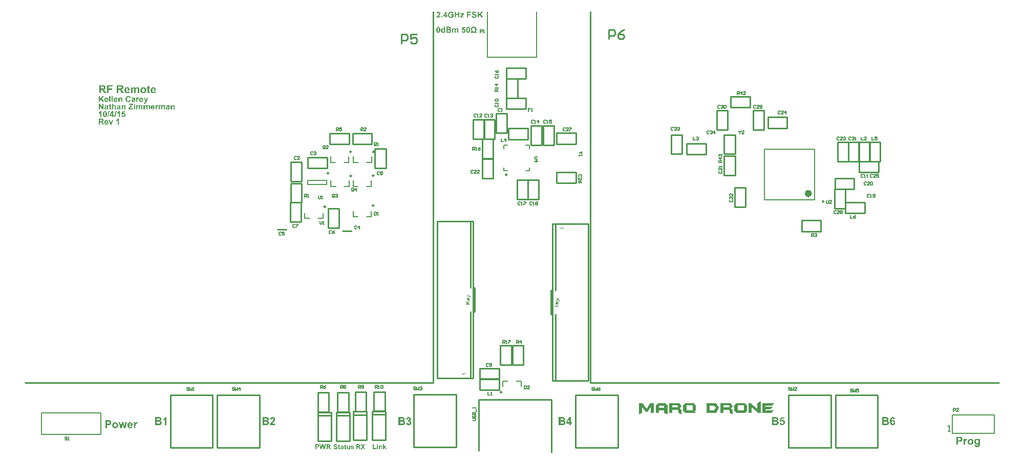
<source format=gto>
G04 Layer_Color=65535*
%FSLAX24Y24*%
%MOIN*%
G70*
G01*
G75*
%ADD30C,0.0080*%
%ADD46C,0.0098*%
%ADD47C,0.0236*%
%ADD48C,0.0079*%
%ADD49C,0.0100*%
%ADD50C,0.0050*%
G36*
X21215Y-26491D02*
X21220D01*
X21225Y-26493D01*
X21232Y-26493D01*
X21240Y-26496D01*
X21248Y-26498D01*
X21257Y-26502D01*
X21266Y-26505D01*
X21275Y-26510D01*
X21285Y-26516D01*
X21295Y-26523D01*
X21304Y-26532D01*
X21313Y-26541D01*
X21322Y-26552D01*
Y-26499D01*
X21414D01*
Y-26832D01*
Y-26833D01*
Y-26835D01*
Y-26838D01*
Y-26843D01*
Y-26849D01*
X21413Y-26855D01*
X21412Y-26869D01*
X21411Y-26885D01*
X21409Y-26901D01*
X21406Y-26917D01*
X21405Y-26923D01*
X21403Y-26930D01*
X21402Y-26932D01*
X21400Y-26935D01*
X21398Y-26941D01*
X21394Y-26949D01*
X21390Y-26957D01*
X21385Y-26966D01*
X21379Y-26974D01*
X21372Y-26981D01*
X21371Y-26982D01*
X21368Y-26984D01*
X21363Y-26988D01*
X21358Y-26991D01*
X21351Y-26996D01*
X21342Y-27001D01*
X21332Y-27006D01*
X21320Y-27010D01*
X21318Y-27011D01*
X21314Y-27011D01*
X21307Y-27014D01*
X21298Y-27015D01*
X21285Y-27017D01*
X21271Y-27020D01*
X21255Y-27020D01*
X21237Y-27021D01*
X21228D01*
X21221Y-27020D01*
X21214D01*
X21205Y-27020D01*
X21195Y-27018D01*
X21185Y-27017D01*
X21163Y-27013D01*
X21141Y-27007D01*
X21130Y-27003D01*
X21120Y-26999D01*
X21111Y-26994D01*
X21103Y-26988D01*
X21102Y-26988D01*
X21101Y-26987D01*
X21097Y-26983D01*
X21090Y-26976D01*
X21084Y-26966D01*
X21076Y-26954D01*
X21070Y-26940D01*
X21065Y-26924D01*
X21064Y-26915D01*
X21064Y-26906D01*
Y-26906D01*
Y-26903D01*
Y-26899D01*
X21064Y-26895D01*
X21177Y-26908D01*
Y-26909D01*
X21178Y-26911D01*
X21178Y-26914D01*
X21179Y-26918D01*
X21183Y-26927D01*
X21186Y-26932D01*
X21189Y-26934D01*
X21190Y-26935D01*
X21192Y-26936D01*
X21195Y-26938D01*
X21201Y-26940D01*
X21206Y-26942D01*
X21214Y-26944D01*
X21223Y-26945D01*
X21233Y-26946D01*
X21240D01*
X21246Y-26945D01*
X21255Y-26944D01*
X21264Y-26943D01*
X21274Y-26940D01*
X21283Y-26937D01*
X21291Y-26934D01*
X21292Y-26933D01*
X21293Y-26932D01*
X21295Y-26931D01*
X21298Y-26928D01*
X21301Y-26924D01*
X21304Y-26920D01*
X21307Y-26914D01*
X21310Y-26909D01*
Y-26908D01*
X21311Y-26906D01*
X21312Y-26903D01*
X21313Y-26898D01*
X21314Y-26892D01*
X21315Y-26885D01*
X21315Y-26875D01*
Y-26864D01*
Y-26810D01*
X21315Y-26811D01*
X21313Y-26812D01*
X21311Y-26815D01*
X21307Y-26820D01*
X21303Y-26824D01*
X21298Y-26829D01*
X21292Y-26835D01*
X21285Y-26840D01*
X21278Y-26846D01*
X21269Y-26851D01*
X21250Y-26860D01*
X21240Y-26864D01*
X21229Y-26867D01*
X21217Y-26869D01*
X21204Y-26870D01*
X21201D01*
X21197Y-26869D01*
X21192D01*
X21186Y-26868D01*
X21178Y-26866D01*
X21170Y-26865D01*
X21161Y-26862D01*
X21152Y-26859D01*
X21143Y-26855D01*
X21132Y-26849D01*
X21123Y-26843D01*
X21113Y-26836D01*
X21104Y-26828D01*
X21095Y-26818D01*
X21086Y-26807D01*
Y-26806D01*
X21084Y-26805D01*
X21083Y-26802D01*
X21081Y-26798D01*
X21078Y-26793D01*
X21075Y-26787D01*
X21072Y-26781D01*
X21069Y-26772D01*
X21066Y-26764D01*
X21063Y-26755D01*
X21060Y-26744D01*
X21057Y-26733D01*
X21053Y-26709D01*
X21053Y-26696D01*
X21052Y-26683D01*
Y-26682D01*
Y-26678D01*
Y-26674D01*
X21053Y-26667D01*
X21053Y-26660D01*
X21054Y-26651D01*
X21056Y-26641D01*
X21058Y-26630D01*
X21063Y-26607D01*
X21067Y-26595D01*
X21070Y-26583D01*
X21076Y-26572D01*
X21081Y-26560D01*
X21088Y-26550D01*
X21096Y-26540D01*
X21097Y-26539D01*
X21098Y-26538D01*
X21101Y-26536D01*
X21104Y-26532D01*
X21109Y-26528D01*
X21114Y-26525D01*
X21120Y-26520D01*
X21127Y-26515D01*
X21135Y-26510D01*
X21144Y-26506D01*
X21162Y-26498D01*
X21173Y-26495D01*
X21184Y-26493D01*
X21196Y-26491D01*
X21208Y-26490D01*
X21211D01*
X21215Y-26491D01*
D02*
G37*
G36*
X-33480Y-25409D02*
X-33472Y-25410D01*
X-33462Y-25412D01*
X-33451Y-25416D01*
X-33440Y-25420D01*
X-33428Y-25427D01*
X-33459Y-25512D01*
X-33459Y-25511D01*
X-33463Y-25510D01*
X-33468Y-25507D01*
X-33474Y-25504D01*
X-33481Y-25501D01*
X-33488Y-25498D01*
X-33496Y-25497D01*
X-33505Y-25496D01*
X-33508D01*
X-33512Y-25497D01*
X-33516Y-25497D01*
X-33522Y-25499D01*
X-33528Y-25501D01*
X-33533Y-25504D01*
X-33539Y-25508D01*
X-33540Y-25508D01*
X-33542Y-25510D01*
X-33545Y-25513D01*
X-33548Y-25517D01*
X-33551Y-25522D01*
X-33555Y-25530D01*
X-33559Y-25539D01*
X-33562Y-25549D01*
Y-25551D01*
X-33562Y-25553D01*
X-33563Y-25555D01*
Y-25559D01*
X-33564Y-25563D01*
X-33565Y-25569D01*
X-33565Y-25576D01*
X-33566Y-25583D01*
X-33567Y-25593D01*
X-33568Y-25602D01*
Y-25614D01*
X-33568Y-25627D01*
X-33569Y-25641D01*
Y-25656D01*
Y-25673D01*
Y-25787D01*
X-33667D01*
Y-25416D01*
X-33576D01*
Y-25468D01*
X-33576Y-25468D01*
X-33573Y-25463D01*
X-33568Y-25457D01*
X-33562Y-25448D01*
X-33556Y-25440D01*
X-33549Y-25432D01*
X-33542Y-25425D01*
X-33535Y-25420D01*
X-33534Y-25419D01*
X-33532Y-25417D01*
X-33528Y-25416D01*
X-33522Y-25414D01*
X-33516Y-25411D01*
X-33509Y-25409D01*
X-33502Y-25409D01*
X-33493Y-25408D01*
X-33487D01*
X-33480Y-25409D01*
D02*
G37*
G36*
X-33584Y-4690D02*
X-33658D01*
Y-4622D01*
X-33584D01*
Y-4690D01*
D02*
G37*
G36*
X20819Y-26491D02*
X20826Y-26492D01*
X20834Y-26493D01*
X20844Y-26495D01*
X20854Y-26497D01*
X20865Y-26500D01*
X20876Y-26504D01*
X20887Y-26508D01*
X20899Y-26513D01*
X20910Y-26520D01*
X20922Y-26527D01*
X20933Y-26536D01*
X20943Y-26545D01*
X20944Y-26546D01*
X20945Y-26547D01*
X20948Y-26551D01*
X20951Y-26555D01*
X20956Y-26561D01*
X20960Y-26567D01*
X20965Y-26575D01*
X20970Y-26583D01*
X20975Y-26593D01*
X20980Y-26603D01*
X20984Y-26615D01*
X20989Y-26627D01*
X20992Y-26640D01*
X20995Y-26653D01*
X20996Y-26668D01*
X20997Y-26684D01*
Y-26684D01*
Y-26687D01*
Y-26692D01*
X20996Y-26698D01*
X20996Y-26705D01*
X20994Y-26713D01*
X20993Y-26723D01*
X20990Y-26732D01*
X20987Y-26744D01*
X20984Y-26755D01*
X20979Y-26766D01*
X20974Y-26778D01*
X20967Y-26790D01*
X20960Y-26801D01*
X20952Y-26812D01*
X20942Y-26823D01*
X20942Y-26824D01*
X20940Y-26826D01*
X20937Y-26829D01*
X20933Y-26832D01*
X20928Y-26836D01*
X20921Y-26840D01*
X20913Y-26846D01*
X20905Y-26851D01*
X20896Y-26856D01*
X20885Y-26861D01*
X20874Y-26866D01*
X20862Y-26869D01*
X20849Y-26873D01*
X20835Y-26876D01*
X20821Y-26877D01*
X20805Y-26878D01*
X20800D01*
X20797Y-26877D01*
X20792D01*
X20787Y-26877D01*
X20774Y-26875D01*
X20759Y-26872D01*
X20743Y-26869D01*
X20725Y-26863D01*
X20708Y-26855D01*
X20707D01*
X20706Y-26855D01*
X20703Y-26853D01*
X20700Y-26851D01*
X20692Y-26846D01*
X20682Y-26838D01*
X20671Y-26829D01*
X20659Y-26817D01*
X20648Y-26803D01*
X20637Y-26788D01*
Y-26787D01*
X20637Y-26786D01*
X20635Y-26783D01*
X20634Y-26780D01*
X20632Y-26775D01*
X20630Y-26770D01*
X20628Y-26764D01*
X20626Y-26758D01*
X20623Y-26750D01*
X20621Y-26742D01*
X20617Y-26724D01*
X20614Y-26702D01*
X20614Y-26679D01*
Y-26678D01*
Y-26677D01*
Y-26674D01*
X20614Y-26671D01*
Y-26667D01*
X20615Y-26661D01*
X20617Y-26649D01*
X20620Y-26635D01*
X20624Y-26619D01*
X20629Y-26602D01*
X20637Y-26585D01*
Y-26584D01*
X20639Y-26583D01*
X20640Y-26581D01*
X20642Y-26578D01*
X20648Y-26570D01*
X20655Y-26559D01*
X20665Y-26548D01*
X20677Y-26536D01*
X20690Y-26525D01*
X20706Y-26515D01*
X20706D01*
X20708Y-26514D01*
X20710Y-26513D01*
X20714Y-26511D01*
X20717Y-26509D01*
X20723Y-26507D01*
X20728Y-26505D01*
X20734Y-26502D01*
X20749Y-26498D01*
X20766Y-26494D01*
X20785Y-26491D01*
X20805Y-26490D01*
X20813D01*
X20819Y-26491D01*
D02*
G37*
G36*
X-32708Y-4722D02*
X-32701Y-4723D01*
X-32692Y-4725D01*
X-32684Y-4727D01*
X-32675Y-4730D01*
X-32667Y-4734D01*
X-32666Y-4735D01*
X-32664Y-4737D01*
X-32660Y-4739D01*
X-32655Y-4743D01*
X-32650Y-4749D01*
X-32644Y-4755D01*
X-32639Y-4762D01*
X-32635Y-4771D01*
X-32634Y-4772D01*
X-32634Y-4774D01*
X-32632Y-4779D01*
X-32631Y-4785D01*
X-32629Y-4793D01*
X-32628Y-4803D01*
X-32627Y-4815D01*
X-32627Y-4829D01*
Y-5006D01*
X-32701D01*
Y-4848D01*
Y-4847D01*
Y-4846D01*
Y-4844D01*
Y-4841D01*
X-32701Y-4834D01*
X-32702Y-4825D01*
X-32702Y-4816D01*
X-32704Y-4808D01*
X-32706Y-4800D01*
X-32707Y-4797D01*
X-32708Y-4794D01*
X-32709Y-4794D01*
X-32711Y-4792D01*
X-32713Y-4789D01*
X-32716Y-4786D01*
X-32721Y-4783D01*
X-32726Y-4780D01*
X-32733Y-4779D01*
X-32740Y-4778D01*
X-32743D01*
X-32746Y-4779D01*
X-32750Y-4779D01*
X-32754Y-4780D01*
X-32759Y-4782D01*
X-32765Y-4784D01*
X-32770Y-4788D01*
X-32770Y-4788D01*
X-32772Y-4789D01*
X-32774Y-4792D01*
X-32777Y-4795D01*
X-32780Y-4799D01*
X-32783Y-4803D01*
X-32786Y-4809D01*
X-32789Y-4815D01*
Y-4816D01*
X-32790Y-4819D01*
X-32791Y-4823D01*
X-32792Y-4829D01*
X-32793Y-4838D01*
X-32793Y-4848D01*
X-32794Y-4859D01*
Y-4873D01*
Y-5006D01*
X-32868D01*
Y-4854D01*
Y-4854D01*
Y-4853D01*
Y-4850D01*
Y-4848D01*
Y-4841D01*
X-32869Y-4833D01*
X-32869Y-4824D01*
X-32870Y-4815D01*
X-32871Y-4808D01*
X-32872Y-4804D01*
X-32873Y-4802D01*
Y-4802D01*
X-32873Y-4800D01*
X-32874Y-4798D01*
X-32876Y-4795D01*
X-32879Y-4789D01*
X-32882Y-4787D01*
X-32885Y-4784D01*
X-32885Y-4784D01*
X-32887Y-4783D01*
X-32888Y-4782D01*
X-32891Y-4781D01*
X-32894Y-4780D01*
X-32898Y-4779D01*
X-32902Y-4778D01*
X-32910D01*
X-32913Y-4779D01*
X-32917Y-4779D01*
X-32922Y-4780D01*
X-32927Y-4782D01*
X-32932Y-4784D01*
X-32938Y-4788D01*
X-32938Y-4788D01*
X-32940Y-4789D01*
X-32942Y-4792D01*
X-32945Y-4794D01*
X-32948Y-4798D01*
X-32952Y-4803D01*
X-32954Y-4808D01*
X-32957Y-4814D01*
Y-4815D01*
X-32958Y-4818D01*
X-32959Y-4822D01*
X-32960Y-4828D01*
X-32961Y-4836D01*
X-32962Y-4845D01*
X-32963Y-4858D01*
Y-4871D01*
Y-5006D01*
X-33036D01*
Y-4728D01*
X-32969D01*
Y-4766D01*
X-32968Y-4765D01*
X-32967Y-4764D01*
X-32965Y-4762D01*
X-32962Y-4759D01*
X-32959Y-4755D01*
X-32955Y-4752D01*
X-32950Y-4748D01*
X-32944Y-4744D01*
X-32938Y-4740D01*
X-32932Y-4735D01*
X-32917Y-4728D01*
X-32909Y-4725D01*
X-32900Y-4723D01*
X-32892Y-4722D01*
X-32882Y-4722D01*
X-32878D01*
X-32873Y-4722D01*
X-32867Y-4723D01*
X-32859Y-4724D01*
X-32852Y-4726D01*
X-32844Y-4729D01*
X-32836Y-4733D01*
X-32835Y-4733D01*
X-32833Y-4735D01*
X-32829Y-4737D01*
X-32824Y-4741D01*
X-32819Y-4746D01*
X-32814Y-4752D01*
X-32808Y-4759D01*
X-32803Y-4767D01*
X-32802Y-4765D01*
X-32800Y-4763D01*
X-32797Y-4759D01*
X-32792Y-4754D01*
X-32786Y-4748D01*
X-32779Y-4743D01*
X-32772Y-4737D01*
X-32764Y-4733D01*
X-32763Y-4732D01*
X-32760Y-4731D01*
X-32756Y-4729D01*
X-32750Y-4727D01*
X-32743Y-4725D01*
X-32736Y-4723D01*
X-32727Y-4722D01*
X-32718Y-4722D01*
X-32713D01*
X-32708Y-4722D01*
D02*
G37*
G36*
X-31723D02*
X-31716Y-4723D01*
X-31708Y-4725D01*
X-31699Y-4727D01*
X-31691Y-4730D01*
X-31682Y-4734D01*
X-31681Y-4735D01*
X-31679Y-4737D01*
X-31675Y-4739D01*
X-31670Y-4743D01*
X-31665Y-4749D01*
X-31660Y-4755D01*
X-31655Y-4762D01*
X-31650Y-4771D01*
X-31650Y-4772D01*
X-31649Y-4774D01*
X-31648Y-4779D01*
X-31646Y-4785D01*
X-31645Y-4793D01*
X-31643Y-4803D01*
X-31643Y-4815D01*
X-31642Y-4829D01*
Y-5006D01*
X-31716D01*
Y-4848D01*
Y-4847D01*
Y-4846D01*
Y-4844D01*
Y-4841D01*
X-31717Y-4834D01*
X-31717Y-4825D01*
X-31718Y-4816D01*
X-31719Y-4808D01*
X-31721Y-4800D01*
X-31723Y-4797D01*
X-31724Y-4794D01*
X-31724Y-4794D01*
X-31726Y-4792D01*
X-31728Y-4789D01*
X-31732Y-4786D01*
X-31736Y-4783D01*
X-31742Y-4780D01*
X-31748Y-4779D01*
X-31756Y-4778D01*
X-31758D01*
X-31761Y-4779D01*
X-31765Y-4779D01*
X-31769Y-4780D01*
X-31774Y-4782D01*
X-31780Y-4784D01*
X-31785Y-4788D01*
X-31785Y-4788D01*
X-31787Y-4789D01*
X-31789Y-4792D01*
X-31792Y-4795D01*
X-31795Y-4799D01*
X-31799Y-4803D01*
X-31802Y-4809D01*
X-31804Y-4815D01*
Y-4816D01*
X-31805Y-4819D01*
X-31806Y-4823D01*
X-31807Y-4829D01*
X-31808Y-4838D01*
X-31809Y-4848D01*
X-31810Y-4859D01*
Y-4873D01*
Y-5006D01*
X-31884D01*
Y-4854D01*
Y-4854D01*
Y-4853D01*
Y-4850D01*
Y-4848D01*
Y-4841D01*
X-31884Y-4833D01*
X-31885Y-4824D01*
X-31885Y-4815D01*
X-31886Y-4808D01*
X-31888Y-4804D01*
X-31888Y-4802D01*
Y-4802D01*
X-31889Y-4800D01*
X-31890Y-4798D01*
X-31891Y-4795D01*
X-31895Y-4789D01*
X-31898Y-4787D01*
X-31900Y-4784D01*
X-31901Y-4784D01*
X-31902Y-4783D01*
X-31904Y-4782D01*
X-31906Y-4781D01*
X-31909Y-4780D01*
X-31913Y-4779D01*
X-31918Y-4778D01*
X-31925D01*
X-31929Y-4779D01*
X-31933Y-4779D01*
X-31938Y-4780D01*
X-31943Y-4782D01*
X-31948Y-4784D01*
X-31953Y-4788D01*
X-31954Y-4788D01*
X-31955Y-4789D01*
X-31958Y-4792D01*
X-31960Y-4794D01*
X-31964Y-4798D01*
X-31967Y-4803D01*
X-31970Y-4808D01*
X-31973Y-4814D01*
Y-4815D01*
X-31974Y-4818D01*
X-31974Y-4822D01*
X-31975Y-4828D01*
X-31976Y-4836D01*
X-31977Y-4845D01*
X-31978Y-4858D01*
Y-4871D01*
Y-5006D01*
X-32052D01*
Y-4728D01*
X-31984D01*
Y-4766D01*
X-31984Y-4765D01*
X-31983Y-4764D01*
X-31980Y-4762D01*
X-31978Y-4759D01*
X-31974Y-4755D01*
X-31970Y-4752D01*
X-31965Y-4748D01*
X-31960Y-4744D01*
X-31954Y-4740D01*
X-31947Y-4735D01*
X-31933Y-4728D01*
X-31924Y-4725D01*
X-31916Y-4723D01*
X-31907Y-4722D01*
X-31898Y-4722D01*
X-31893D01*
X-31888Y-4722D01*
X-31882Y-4723D01*
X-31875Y-4724D01*
X-31867Y-4726D01*
X-31859Y-4729D01*
X-31852Y-4733D01*
X-31850Y-4733D01*
X-31848Y-4735D01*
X-31844Y-4737D01*
X-31840Y-4741D01*
X-31835Y-4746D01*
X-31829Y-4752D01*
X-31824Y-4759D01*
X-31819Y-4767D01*
X-31818Y-4765D01*
X-31815Y-4763D01*
X-31812Y-4759D01*
X-31807Y-4754D01*
X-31801Y-4748D01*
X-31794Y-4743D01*
X-31787Y-4737D01*
X-31779Y-4733D01*
X-31778Y-4732D01*
X-31776Y-4731D01*
X-31771Y-4729D01*
X-31766Y-4727D01*
X-31759Y-4725D01*
X-31751Y-4723D01*
X-31743Y-4722D01*
X-31734Y-4722D01*
X-31729D01*
X-31723Y-4722D01*
D02*
G37*
G36*
X20079Y-26359D02*
X20098D01*
X20119Y-26360D01*
X20139Y-26362D01*
X20148Y-26362D01*
X20157Y-26363D01*
X20165Y-26365D01*
X20170Y-26366D01*
X20171D01*
X20173Y-26367D01*
X20175Y-26368D01*
X20178Y-26368D01*
X20186Y-26372D01*
X20196Y-26377D01*
X20207Y-26383D01*
X20220Y-26392D01*
X20232Y-26403D01*
X20244Y-26416D01*
Y-26417D01*
X20245Y-26418D01*
X20247Y-26420D01*
X20248Y-26423D01*
X20251Y-26428D01*
X20253Y-26432D01*
X20256Y-26437D01*
X20259Y-26443D01*
X20264Y-26458D01*
X20270Y-26474D01*
X20273Y-26494D01*
X20274Y-26516D01*
Y-26516D01*
Y-26518D01*
Y-26520D01*
Y-26524D01*
X20273Y-26527D01*
Y-26533D01*
X20272Y-26543D01*
X20270Y-26556D01*
X20267Y-26570D01*
X20262Y-26583D01*
X20256Y-26596D01*
X20256Y-26597D01*
X20253Y-26601D01*
X20250Y-26607D01*
X20244Y-26614D01*
X20239Y-26621D01*
X20230Y-26630D01*
X20222Y-26638D01*
X20213Y-26646D01*
X20211Y-26647D01*
X20208Y-26649D01*
X20203Y-26652D01*
X20196Y-26655D01*
X20188Y-26660D01*
X20179Y-26664D01*
X20170Y-26667D01*
X20159Y-26670D01*
X20158D01*
X20156Y-26671D01*
X20153D01*
X20149Y-26672D01*
X20144Y-26672D01*
X20139Y-26673D01*
X20132D01*
X20125Y-26674D01*
X20117Y-26675D01*
X20108Y-26675D01*
X20099Y-26676D01*
X20088D01*
X20077Y-26677D01*
X19985D01*
Y-26870D01*
X19882D01*
Y-26358D01*
X20071D01*
X20079Y-26359D01*
D02*
G37*
G36*
X-35451Y-4230D02*
X-35446Y-4231D01*
X-35440Y-4232D01*
X-35433Y-4233D01*
X-35426Y-4234D01*
X-35418Y-4237D01*
X-35410Y-4239D01*
X-35402Y-4243D01*
X-35394Y-4247D01*
X-35386Y-4252D01*
X-35378Y-4257D01*
X-35370Y-4264D01*
X-35364Y-4271D01*
X-35363Y-4272D01*
X-35362Y-4273D01*
X-35360Y-4276D01*
X-35358Y-4279D01*
X-35355Y-4283D01*
X-35352Y-4288D01*
X-35349Y-4295D01*
X-35346Y-4302D01*
X-35342Y-4310D01*
X-35339Y-4320D01*
X-35336Y-4330D01*
X-35334Y-4342D01*
X-35331Y-4354D01*
X-35330Y-4367D01*
X-35329Y-4381D01*
Y-4397D01*
X-35513D01*
Y-4397D01*
Y-4398D01*
Y-4400D01*
X-35512Y-4402D01*
X-35512Y-4408D01*
X-35511Y-4415D01*
X-35508Y-4423D01*
X-35505Y-4432D01*
X-35501Y-4440D01*
X-35496Y-4448D01*
X-35495Y-4448D01*
X-35492Y-4450D01*
X-35489Y-4453D01*
X-35484Y-4456D01*
X-35478Y-4460D01*
X-35470Y-4463D01*
X-35462Y-4465D01*
X-35453Y-4465D01*
X-35450D01*
X-35447Y-4465D01*
X-35443Y-4464D01*
X-35438Y-4463D01*
X-35434Y-4461D01*
X-35429Y-4459D01*
X-35424Y-4456D01*
X-35424Y-4455D01*
X-35422Y-4454D01*
X-35420Y-4452D01*
X-35417Y-4449D01*
X-35414Y-4444D01*
X-35411Y-4439D01*
X-35409Y-4433D01*
X-35406Y-4425D01*
X-35333Y-4438D01*
Y-4438D01*
X-35333Y-4439D01*
X-35334Y-4441D01*
X-35335Y-4444D01*
X-35337Y-4448D01*
X-35339Y-4451D01*
X-35344Y-4460D01*
X-35350Y-4470D01*
X-35357Y-4481D01*
X-35367Y-4490D01*
X-35377Y-4499D01*
X-35378D01*
X-35379Y-4500D01*
X-35381Y-4501D01*
X-35383Y-4503D01*
X-35386Y-4504D01*
X-35390Y-4506D01*
X-35394Y-4508D01*
X-35399Y-4510D01*
X-35410Y-4514D01*
X-35422Y-4517D01*
X-35437Y-4519D01*
X-35453Y-4520D01*
X-35457D01*
X-35460Y-4520D01*
X-35465D01*
X-35471Y-4519D01*
X-35478Y-4518D01*
X-35486Y-4516D01*
X-35494Y-4514D01*
X-35503Y-4512D01*
X-35512Y-4509D01*
X-35521Y-4505D01*
X-35530Y-4500D01*
X-35538Y-4495D01*
X-35547Y-4489D01*
X-35554Y-4481D01*
X-35561Y-4473D01*
X-35562Y-4473D01*
X-35562Y-4471D01*
X-35563Y-4469D01*
X-35566Y-4466D01*
X-35567Y-4463D01*
X-35569Y-4458D01*
X-35572Y-4453D01*
X-35574Y-4447D01*
X-35577Y-4440D01*
X-35579Y-4433D01*
X-35582Y-4425D01*
X-35584Y-4416D01*
X-35586Y-4408D01*
X-35587Y-4398D01*
X-35588Y-4388D01*
X-35588Y-4377D01*
Y-4377D01*
Y-4374D01*
Y-4370D01*
X-35588Y-4365D01*
X-35587Y-4360D01*
X-35587Y-4353D01*
X-35586Y-4346D01*
X-35584Y-4338D01*
X-35579Y-4320D01*
X-35577Y-4312D01*
X-35573Y-4302D01*
X-35569Y-4293D01*
X-35564Y-4285D01*
X-35558Y-4277D01*
X-35552Y-4269D01*
X-35552Y-4268D01*
X-35551Y-4267D01*
X-35548Y-4265D01*
X-35546Y-4263D01*
X-35542Y-4260D01*
X-35538Y-4257D01*
X-35533Y-4253D01*
X-35527Y-4249D01*
X-35521Y-4246D01*
X-35514Y-4242D01*
X-35507Y-4238D01*
X-35498Y-4236D01*
X-35490Y-4233D01*
X-35481Y-4231D01*
X-35471Y-4230D01*
X-35461Y-4229D01*
X-35455D01*
X-35451Y-4230D01*
D02*
G37*
G36*
X-34873Y-25409D02*
X-34866Y-25409D01*
X-34857Y-25411D01*
X-34848Y-25412D01*
X-34838Y-25414D01*
X-34827Y-25417D01*
X-34816Y-25421D01*
X-34805Y-25426D01*
X-34793Y-25431D01*
X-34781Y-25437D01*
X-34770Y-25445D01*
X-34759Y-25453D01*
X-34749Y-25463D01*
X-34748Y-25463D01*
X-34746Y-25465D01*
X-34743Y-25468D01*
X-34740Y-25472D01*
X-34736Y-25478D01*
X-34732Y-25484D01*
X-34726Y-25492D01*
X-34721Y-25500D01*
X-34717Y-25510D01*
X-34712Y-25520D01*
X-34707Y-25532D01*
X-34703Y-25544D01*
X-34700Y-25557D01*
X-34697Y-25571D01*
X-34695Y-25585D01*
X-34695Y-25601D01*
Y-25602D01*
Y-25605D01*
Y-25609D01*
X-34695Y-25615D01*
X-34696Y-25622D01*
X-34698Y-25631D01*
X-34699Y-25640D01*
X-34701Y-25650D01*
X-34704Y-25661D01*
X-34708Y-25672D01*
X-34712Y-25684D01*
X-34718Y-25696D01*
X-34724Y-25707D01*
X-34732Y-25719D01*
X-34740Y-25730D01*
X-34749Y-25741D01*
X-34750Y-25742D01*
X-34752Y-25743D01*
X-34755Y-25746D01*
X-34759Y-25750D01*
X-34764Y-25753D01*
X-34771Y-25758D01*
X-34778Y-25763D01*
X-34786Y-25768D01*
X-34796Y-25773D01*
X-34806Y-25779D01*
X-34817Y-25783D01*
X-34830Y-25787D01*
X-34843Y-25790D01*
X-34857Y-25793D01*
X-34871Y-25795D01*
X-34886Y-25796D01*
X-34891D01*
X-34895Y-25795D01*
X-34900D01*
X-34905Y-25794D01*
X-34917Y-25793D01*
X-34933Y-25790D01*
X-34949Y-25786D01*
X-34966Y-25780D01*
X-34984Y-25773D01*
X-34985D01*
X-34986Y-25772D01*
X-34988Y-25770D01*
X-34991Y-25768D01*
X-34999Y-25763D01*
X-35010Y-25756D01*
X-35021Y-25746D01*
X-35033Y-25734D01*
X-35044Y-25721D01*
X-35054Y-25705D01*
Y-25705D01*
X-35055Y-25703D01*
X-35056Y-25701D01*
X-35058Y-25697D01*
X-35059Y-25693D01*
X-35062Y-25687D01*
X-35064Y-25682D01*
X-35066Y-25675D01*
X-35068Y-25668D01*
X-35070Y-25659D01*
X-35074Y-25641D01*
X-35077Y-25619D01*
X-35078Y-25596D01*
Y-25596D01*
Y-25594D01*
Y-25591D01*
X-35077Y-25588D01*
Y-25584D01*
X-35076Y-25579D01*
X-35075Y-25566D01*
X-35072Y-25552D01*
X-35068Y-25537D01*
X-35062Y-25520D01*
X-35054Y-25503D01*
Y-25502D01*
X-35053Y-25500D01*
X-35052Y-25498D01*
X-35050Y-25495D01*
X-35044Y-25487D01*
X-35036Y-25477D01*
X-35027Y-25466D01*
X-35015Y-25454D01*
X-35002Y-25443D01*
X-34986Y-25432D01*
X-34985D01*
X-34984Y-25431D01*
X-34982Y-25430D01*
X-34978Y-25429D01*
X-34974Y-25426D01*
X-34969Y-25425D01*
X-34963Y-25423D01*
X-34957Y-25420D01*
X-34942Y-25415D01*
X-34925Y-25411D01*
X-34907Y-25409D01*
X-34887Y-25408D01*
X-34879D01*
X-34873Y-25409D01*
D02*
G37*
G36*
X-33183Y-4230D02*
X-33178Y-4231D01*
X-33172Y-4232D01*
X-33165Y-4233D01*
X-33158Y-4234D01*
X-33150Y-4237D01*
X-33142Y-4239D01*
X-33134Y-4243D01*
X-33126Y-4247D01*
X-33118Y-4252D01*
X-33110Y-4257D01*
X-33103Y-4264D01*
X-33096Y-4271D01*
X-33095Y-4272D01*
X-33094Y-4273D01*
X-33093Y-4276D01*
X-33090Y-4279D01*
X-33088Y-4283D01*
X-33085Y-4288D01*
X-33081Y-4295D01*
X-33078Y-4302D01*
X-33075Y-4310D01*
X-33071Y-4320D01*
X-33069Y-4330D01*
X-33066Y-4342D01*
X-33064Y-4354D01*
X-33062Y-4367D01*
X-33061Y-4381D01*
Y-4397D01*
X-33245D01*
Y-4397D01*
Y-4398D01*
Y-4400D01*
X-33245Y-4402D01*
X-33244Y-4408D01*
X-33243Y-4415D01*
X-33241Y-4423D01*
X-33237Y-4432D01*
X-33233Y-4440D01*
X-33228Y-4448D01*
X-33227Y-4448D01*
X-33225Y-4450D01*
X-33221Y-4453D01*
X-33216Y-4456D01*
X-33210Y-4460D01*
X-33202Y-4463D01*
X-33194Y-4465D01*
X-33185Y-4465D01*
X-33182D01*
X-33179Y-4465D01*
X-33175Y-4464D01*
X-33171Y-4463D01*
X-33166Y-4461D01*
X-33161Y-4459D01*
X-33156Y-4456D01*
X-33156Y-4455D01*
X-33154Y-4454D01*
X-33152Y-4452D01*
X-33150Y-4449D01*
X-33146Y-4444D01*
X-33144Y-4439D01*
X-33141Y-4433D01*
X-33138Y-4425D01*
X-33065Y-4438D01*
Y-4438D01*
X-33065Y-4439D01*
X-33066Y-4441D01*
X-33068Y-4444D01*
X-33069Y-4448D01*
X-33071Y-4451D01*
X-33076Y-4460D01*
X-33082Y-4470D01*
X-33090Y-4481D01*
X-33099Y-4490D01*
X-33110Y-4499D01*
X-33110D01*
X-33111Y-4500D01*
X-33113Y-4501D01*
X-33115Y-4503D01*
X-33118Y-4504D01*
X-33122Y-4506D01*
X-33126Y-4508D01*
X-33131Y-4510D01*
X-33142Y-4514D01*
X-33155Y-4517D01*
X-33170Y-4519D01*
X-33186Y-4520D01*
X-33189D01*
X-33192Y-4520D01*
X-33197D01*
X-33204Y-4519D01*
X-33211Y-4518D01*
X-33219Y-4516D01*
X-33226Y-4514D01*
X-33235Y-4512D01*
X-33244Y-4509D01*
X-33253Y-4505D01*
X-33262Y-4500D01*
X-33271Y-4495D01*
X-33279Y-4489D01*
X-33286Y-4481D01*
X-33293Y-4473D01*
X-33294Y-4473D01*
X-33295Y-4471D01*
X-33296Y-4469D01*
X-33298Y-4466D01*
X-33300Y-4463D01*
X-33302Y-4458D01*
X-33305Y-4453D01*
X-33307Y-4447D01*
X-33310Y-4440D01*
X-33312Y-4433D01*
X-33315Y-4425D01*
X-33316Y-4416D01*
X-33318Y-4408D01*
X-33320Y-4398D01*
X-33320Y-4388D01*
X-33321Y-4377D01*
Y-4377D01*
Y-4374D01*
Y-4370D01*
X-33320Y-4365D01*
X-33320Y-4360D01*
X-33319Y-4353D01*
X-33318Y-4346D01*
X-33316Y-4338D01*
X-33312Y-4320D01*
X-33309Y-4312D01*
X-33306Y-4302D01*
X-33301Y-4293D01*
X-33296Y-4285D01*
X-33291Y-4277D01*
X-33285Y-4269D01*
X-33284Y-4268D01*
X-33283Y-4267D01*
X-33281Y-4265D01*
X-33278Y-4263D01*
X-33275Y-4260D01*
X-33270Y-4257D01*
X-33265Y-4253D01*
X-33260Y-4249D01*
X-33253Y-4246D01*
X-33246Y-4242D01*
X-33239Y-4238D01*
X-33231Y-4236D01*
X-33222Y-4233D01*
X-33213Y-4231D01*
X-33204Y-4230D01*
X-33194Y-4229D01*
X-33187D01*
X-33183Y-4230D01*
D02*
G37*
G36*
X-35195Y-4514D02*
X-35269D01*
Y-4130D01*
X-35195D01*
Y-4514D01*
D02*
G37*
G36*
X-33906Y-25409D02*
X-33900Y-25409D01*
X-33892Y-25411D01*
X-33883Y-25412D01*
X-33873Y-25414D01*
X-33863Y-25417D01*
X-33852Y-25421D01*
X-33841Y-25426D01*
X-33830Y-25431D01*
X-33820Y-25437D01*
X-33810Y-25445D01*
X-33799Y-25454D01*
X-33790Y-25463D01*
X-33790Y-25464D01*
X-33788Y-25466D01*
X-33786Y-25469D01*
X-33783Y-25474D01*
X-33779Y-25480D01*
X-33775Y-25486D01*
X-33771Y-25495D01*
X-33767Y-25505D01*
X-33762Y-25516D01*
X-33758Y-25528D01*
X-33754Y-25542D01*
X-33750Y-25557D01*
X-33747Y-25574D01*
X-33745Y-25591D01*
X-33744Y-25610D01*
Y-25631D01*
X-33989D01*
Y-25631D01*
Y-25633D01*
Y-25635D01*
X-33989Y-25638D01*
X-33988Y-25645D01*
X-33986Y-25656D01*
X-33983Y-25666D01*
X-33979Y-25678D01*
X-33974Y-25689D01*
X-33966Y-25699D01*
X-33966Y-25699D01*
X-33962Y-25702D01*
X-33958Y-25706D01*
X-33951Y-25710D01*
X-33943Y-25715D01*
X-33932Y-25719D01*
X-33921Y-25722D01*
X-33909Y-25722D01*
X-33906D01*
X-33901Y-25722D01*
X-33896Y-25721D01*
X-33890Y-25719D01*
X-33884Y-25717D01*
X-33877Y-25714D01*
X-33871Y-25710D01*
X-33870Y-25709D01*
X-33868Y-25707D01*
X-33865Y-25705D01*
X-33862Y-25700D01*
X-33858Y-25694D01*
X-33854Y-25687D01*
X-33850Y-25679D01*
X-33847Y-25669D01*
X-33749Y-25685D01*
Y-25686D01*
X-33750Y-25687D01*
X-33751Y-25690D01*
X-33753Y-25694D01*
X-33755Y-25699D01*
X-33757Y-25704D01*
X-33764Y-25716D01*
X-33772Y-25729D01*
X-33782Y-25743D01*
X-33795Y-25756D01*
X-33809Y-25767D01*
X-33810D01*
X-33810Y-25769D01*
X-33813Y-25770D01*
X-33816Y-25772D01*
X-33820Y-25774D01*
X-33825Y-25776D01*
X-33830Y-25779D01*
X-33837Y-25781D01*
X-33852Y-25787D01*
X-33869Y-25791D01*
X-33889Y-25794D01*
X-33910Y-25796D01*
X-33915D01*
X-33919Y-25795D01*
X-33926D01*
X-33934Y-25793D01*
X-33943Y-25792D01*
X-33954Y-25790D01*
X-33964Y-25787D01*
X-33976Y-25784D01*
X-33988Y-25780D01*
X-34000Y-25775D01*
X-34012Y-25769D01*
X-34023Y-25761D01*
X-34034Y-25753D01*
X-34044Y-25744D01*
X-34054Y-25733D01*
X-34054Y-25732D01*
X-34055Y-25730D01*
X-34057Y-25727D01*
X-34060Y-25724D01*
X-34062Y-25719D01*
X-34065Y-25713D01*
X-34069Y-25706D01*
X-34071Y-25698D01*
X-34075Y-25689D01*
X-34078Y-25679D01*
X-34082Y-25669D01*
X-34084Y-25657D01*
X-34086Y-25645D01*
X-34088Y-25633D01*
X-34089Y-25619D01*
X-34090Y-25605D01*
Y-25604D01*
Y-25601D01*
Y-25596D01*
X-34089Y-25589D01*
X-34088Y-25582D01*
X-34088Y-25573D01*
X-34086Y-25563D01*
X-34084Y-25552D01*
X-34078Y-25529D01*
X-34074Y-25517D01*
X-34070Y-25505D01*
X-34064Y-25493D01*
X-34057Y-25482D01*
X-34050Y-25471D01*
X-34042Y-25460D01*
X-34041Y-25460D01*
X-34040Y-25458D01*
X-34037Y-25455D01*
X-34033Y-25452D01*
X-34029Y-25448D01*
X-34023Y-25444D01*
X-34016Y-25439D01*
X-34009Y-25434D01*
X-34000Y-25429D01*
X-33991Y-25424D01*
X-33981Y-25420D01*
X-33970Y-25416D01*
X-33959Y-25413D01*
X-33946Y-25410D01*
X-33934Y-25409D01*
X-33921Y-25408D01*
X-33912D01*
X-33906Y-25409D01*
D02*
G37*
G36*
X-34233Y-25787D02*
X-34328D01*
X-34391Y-25549D01*
X-34454Y-25787D01*
X-34550D01*
X-34666Y-25416D01*
X-34572D01*
X-34502Y-25659D01*
X-34438Y-25416D01*
X-34343D01*
X-34282Y-25659D01*
X-34211Y-25416D01*
X-34114D01*
X-34233Y-25787D01*
D02*
G37*
G36*
X-34854Y-4230D02*
X-34849Y-4231D01*
X-34842Y-4232D01*
X-34836Y-4233D01*
X-34829Y-4234D01*
X-34821Y-4237D01*
X-34813Y-4239D01*
X-34805Y-4243D01*
X-34796Y-4247D01*
X-34789Y-4252D01*
X-34781Y-4257D01*
X-34773Y-4264D01*
X-34766Y-4271D01*
X-34766Y-4272D01*
X-34765Y-4273D01*
X-34763Y-4276D01*
X-34761Y-4279D01*
X-34758Y-4283D01*
X-34755Y-4288D01*
X-34752Y-4295D01*
X-34749Y-4302D01*
X-34745Y-4310D01*
X-34742Y-4320D01*
X-34739Y-4330D01*
X-34736Y-4342D01*
X-34734Y-4354D01*
X-34733Y-4367D01*
X-34731Y-4381D01*
Y-4397D01*
X-34916D01*
Y-4397D01*
Y-4398D01*
Y-4400D01*
X-34915Y-4402D01*
X-34915Y-4408D01*
X-34913Y-4415D01*
X-34911Y-4423D01*
X-34908Y-4432D01*
X-34904Y-4440D01*
X-34898Y-4448D01*
X-34898Y-4448D01*
X-34895Y-4450D01*
X-34892Y-4453D01*
X-34887Y-4456D01*
X-34881Y-4460D01*
X-34873Y-4463D01*
X-34865Y-4465D01*
X-34856Y-4465D01*
X-34853D01*
X-34850Y-4465D01*
X-34846Y-4464D01*
X-34841Y-4463D01*
X-34836Y-4461D01*
X-34831Y-4459D01*
X-34827Y-4456D01*
X-34826Y-4455D01*
X-34825Y-4454D01*
X-34822Y-4452D01*
X-34820Y-4449D01*
X-34817Y-4444D01*
X-34814Y-4439D01*
X-34811Y-4433D01*
X-34809Y-4425D01*
X-34735Y-4438D01*
Y-4438D01*
X-34736Y-4439D01*
X-34737Y-4441D01*
X-34738Y-4444D01*
X-34740Y-4448D01*
X-34741Y-4451D01*
X-34746Y-4460D01*
X-34753Y-4470D01*
X-34760Y-4481D01*
X-34770Y-4490D01*
X-34780Y-4499D01*
X-34781D01*
X-34781Y-4500D01*
X-34784Y-4501D01*
X-34786Y-4503D01*
X-34789Y-4504D01*
X-34792Y-4506D01*
X-34796Y-4508D01*
X-34801Y-4510D01*
X-34812Y-4514D01*
X-34825Y-4517D01*
X-34840Y-4519D01*
X-34856Y-4520D01*
X-34860D01*
X-34863Y-4520D01*
X-34868D01*
X-34874Y-4519D01*
X-34881Y-4518D01*
X-34889Y-4516D01*
X-34897Y-4514D01*
X-34906Y-4512D01*
X-34915Y-4509D01*
X-34923Y-4505D01*
X-34932Y-4500D01*
X-34941Y-4495D01*
X-34950Y-4489D01*
X-34957Y-4481D01*
X-34964Y-4473D01*
X-34965Y-4473D01*
X-34965Y-4471D01*
X-34966Y-4469D01*
X-34968Y-4466D01*
X-34970Y-4463D01*
X-34972Y-4458D01*
X-34975Y-4453D01*
X-34977Y-4447D01*
X-34980Y-4440D01*
X-34982Y-4433D01*
X-34985Y-4425D01*
X-34987Y-4416D01*
X-34988Y-4408D01*
X-34990Y-4398D01*
X-34991Y-4388D01*
X-34991Y-4377D01*
Y-4377D01*
Y-4374D01*
Y-4370D01*
X-34991Y-4365D01*
X-34990Y-4360D01*
X-34990Y-4353D01*
X-34988Y-4346D01*
X-34987Y-4338D01*
X-34982Y-4320D01*
X-34980Y-4312D01*
X-34976Y-4302D01*
X-34972Y-4293D01*
X-34967Y-4285D01*
X-34961Y-4277D01*
X-34955Y-4269D01*
X-34955Y-4268D01*
X-34953Y-4267D01*
X-34951Y-4265D01*
X-34948Y-4263D01*
X-34945Y-4260D01*
X-34941Y-4257D01*
X-34936Y-4253D01*
X-34930Y-4249D01*
X-34924Y-4246D01*
X-34917Y-4242D01*
X-34910Y-4238D01*
X-34901Y-4236D01*
X-34893Y-4233D01*
X-34883Y-4231D01*
X-34874Y-4230D01*
X-34864Y-4229D01*
X-34858D01*
X-34854Y-4230D01*
D02*
G37*
G36*
X-35335Y-25276D02*
X-35315D01*
X-35295Y-25278D01*
X-35274Y-25279D01*
X-35265Y-25280D01*
X-35256Y-25280D01*
X-35249Y-25282D01*
X-35243Y-25283D01*
X-35242D01*
X-35241Y-25284D01*
X-35238Y-25285D01*
X-35236Y-25286D01*
X-35227Y-25289D01*
X-35217Y-25294D01*
X-35206Y-25300D01*
X-35193Y-25309D01*
X-35181Y-25320D01*
X-35170Y-25334D01*
Y-25335D01*
X-35168Y-25335D01*
X-35167Y-25337D01*
X-35165Y-25340D01*
X-35162Y-25345D01*
X-35160Y-25349D01*
X-35157Y-25354D01*
X-35154Y-25360D01*
X-35149Y-25375D01*
X-35144Y-25391D01*
X-35141Y-25411D01*
X-35139Y-25433D01*
Y-25434D01*
Y-25435D01*
Y-25437D01*
Y-25441D01*
X-35140Y-25445D01*
Y-25450D01*
X-35142Y-25460D01*
X-35144Y-25473D01*
X-35147Y-25487D01*
X-35151Y-25500D01*
X-35157Y-25513D01*
X-35158Y-25514D01*
X-35160Y-25518D01*
X-35164Y-25524D01*
X-35169Y-25531D01*
X-35175Y-25539D01*
X-35183Y-25548D01*
X-35191Y-25556D01*
X-35201Y-25563D01*
X-35202Y-25564D01*
X-35205Y-25566D01*
X-35210Y-25569D01*
X-35217Y-25573D01*
X-35225Y-25577D01*
X-35234Y-25581D01*
X-35244Y-25585D01*
X-35254Y-25588D01*
X-35255D01*
X-35258Y-25588D01*
X-35261D01*
X-35264Y-25589D01*
X-35270Y-25590D01*
X-35275Y-25591D01*
X-35281D01*
X-35288Y-25591D01*
X-35296Y-25592D01*
X-35305Y-25593D01*
X-35315Y-25594D01*
X-35325D01*
X-35336Y-25594D01*
X-35428D01*
Y-25787D01*
X-35531D01*
Y-25275D01*
X-35343D01*
X-35335Y-25276D01*
D02*
G37*
G36*
X-13303Y1126D02*
X-13255D01*
Y1061D01*
X-13303D01*
Y984D01*
X-13374D01*
Y1061D01*
X-13532D01*
Y1125D01*
X-13365Y1370D01*
X-13303D01*
Y1126D01*
D02*
G37*
G36*
X-13579Y984D02*
X-13653D01*
Y1058D01*
X-13579D01*
Y984D01*
D02*
G37*
G36*
X-13831Y1370D02*
X-13826Y1369D01*
X-13820Y1369D01*
X-13814Y1368D01*
X-13808Y1367D01*
X-13793Y1363D01*
X-13779Y1357D01*
X-13771Y1354D01*
X-13764Y1350D01*
X-13757Y1345D01*
X-13751Y1339D01*
X-13750Y1339D01*
X-13749Y1338D01*
X-13748Y1336D01*
X-13746Y1334D01*
X-13743Y1331D01*
X-13741Y1327D01*
X-13738Y1323D01*
X-13734Y1318D01*
X-13729Y1307D01*
X-13723Y1294D01*
X-13721Y1287D01*
X-13720Y1280D01*
X-13719Y1271D01*
X-13718Y1263D01*
Y1262D01*
Y1258D01*
X-13719Y1253D01*
X-13719Y1247D01*
X-13721Y1240D01*
X-13722Y1231D01*
X-13724Y1222D01*
X-13728Y1213D01*
X-13728Y1212D01*
X-13729Y1210D01*
X-13732Y1205D01*
X-13735Y1198D01*
X-13739Y1191D01*
X-13744Y1183D01*
X-13750Y1174D01*
X-13757Y1165D01*
X-13758Y1164D01*
X-13760Y1161D01*
X-13763Y1157D01*
X-13768Y1152D01*
X-13775Y1145D01*
X-13783Y1136D01*
X-13793Y1127D01*
X-13805Y1115D01*
X-13806Y1115D01*
X-13807Y1114D01*
X-13809Y1112D01*
X-13811Y1110D01*
X-13817Y1105D01*
X-13824Y1098D01*
X-13832Y1091D01*
X-13839Y1084D01*
X-13845Y1077D01*
X-13848Y1075D01*
X-13850Y1072D01*
X-13850Y1072D01*
X-13851Y1071D01*
X-13853Y1069D01*
X-13855Y1066D01*
X-13860Y1060D01*
X-13865Y1053D01*
X-13718D01*
Y984D01*
X-13976D01*
Y985D01*
Y986D01*
X-13976Y988D01*
X-13975Y991D01*
X-13975Y994D01*
X-13974Y998D01*
X-13972Y1008D01*
X-13969Y1019D01*
X-13964Y1031D01*
X-13959Y1045D01*
X-13951Y1058D01*
Y1058D01*
X-13950Y1059D01*
X-13949Y1061D01*
X-13947Y1064D01*
X-13945Y1067D01*
X-13941Y1071D01*
X-13938Y1076D01*
X-13933Y1082D01*
X-13928Y1089D01*
X-13922Y1095D01*
X-13915Y1103D01*
X-13908Y1111D01*
X-13899Y1120D01*
X-13890Y1129D01*
X-13880Y1139D01*
X-13869Y1150D01*
X-13868Y1150D01*
X-13866Y1152D01*
X-13864Y1154D01*
X-13861Y1157D01*
X-13857Y1161D01*
X-13852Y1165D01*
X-13842Y1175D01*
X-13832Y1186D01*
X-13822Y1196D01*
X-13818Y1201D01*
X-13813Y1206D01*
X-13810Y1210D01*
X-13808Y1213D01*
X-13807Y1214D01*
X-13805Y1217D01*
X-13803Y1221D01*
X-13800Y1227D01*
X-13797Y1234D01*
X-13794Y1242D01*
X-13793Y1250D01*
X-13792Y1258D01*
Y1258D01*
Y1259D01*
Y1262D01*
X-13793Y1267D01*
X-13794Y1272D01*
X-13795Y1278D01*
X-13798Y1285D01*
X-13801Y1291D01*
X-13805Y1296D01*
X-13806Y1297D01*
X-13808Y1298D01*
X-13811Y1301D01*
X-13815Y1303D01*
X-13820Y1305D01*
X-13827Y1307D01*
X-13834Y1309D01*
X-13842Y1309D01*
X-13846D01*
X-13850Y1309D01*
X-13855Y1308D01*
X-13861Y1306D01*
X-13868Y1303D01*
X-13874Y1300D01*
X-13879Y1296D01*
X-13880Y1295D01*
X-13881Y1293D01*
X-13884Y1289D01*
X-13886Y1285D01*
X-13889Y1278D01*
X-13891Y1270D01*
X-13893Y1261D01*
X-13894Y1250D01*
X-13967Y1257D01*
Y1257D01*
X-13967Y1260D01*
Y1262D01*
X-13966Y1267D01*
X-13965Y1272D01*
X-13964Y1277D01*
X-13962Y1283D01*
X-13960Y1291D01*
X-13955Y1304D01*
X-13948Y1319D01*
X-13944Y1326D01*
X-13939Y1333D01*
X-13933Y1338D01*
X-13927Y1344D01*
X-13926Y1344D01*
X-13925Y1345D01*
X-13924Y1346D01*
X-13921Y1348D01*
X-13918Y1350D01*
X-13913Y1352D01*
X-13909Y1355D01*
X-13903Y1357D01*
X-13897Y1360D01*
X-13890Y1362D01*
X-13876Y1367D01*
X-13859Y1369D01*
X-13850Y1370D01*
X-13840Y1371D01*
X-13835D01*
X-13831Y1370D01*
D02*
G37*
G36*
X-12189Y1211D02*
X-12296Y1088D01*
X-12333Y1048D01*
X-12330D01*
X-12328Y1048D01*
X-12323D01*
X-12317Y1049D01*
X-12310D01*
X-12304Y1049D01*
X-12181D01*
Y984D01*
X-12430D01*
Y1043D01*
X-12326Y1162D01*
X-12325Y1162D01*
X-12325Y1163D01*
X-12321Y1167D01*
X-12317Y1172D01*
X-12311Y1178D01*
X-12305Y1185D01*
X-12299Y1192D01*
X-12293Y1198D01*
X-12288Y1203D01*
X-12290D01*
X-12293Y1203D01*
X-12301D01*
X-12307Y1202D01*
X-12321D01*
X-12420Y1202D01*
Y1263D01*
X-12189D01*
Y1211D01*
D02*
G37*
G36*
X-11101Y1218D02*
X-10948Y984D01*
X-11049D01*
X-11155Y1165D01*
X-11217Y1100D01*
Y984D01*
X-11295D01*
Y1368D01*
X-11217D01*
Y1197D01*
X-11060Y1368D01*
X-10956D01*
X-11101Y1218D01*
D02*
G37*
G36*
X-34295Y-4722D02*
X-34289Y-4723D01*
X-34282Y-4724D01*
X-34275Y-4725D01*
X-34267Y-4728D01*
X-34260Y-4730D01*
X-34259Y-4731D01*
X-34256Y-4732D01*
X-34252Y-4734D01*
X-34248Y-4737D01*
X-34243Y-4740D01*
X-34238Y-4744D01*
X-34233Y-4748D01*
X-34229Y-4753D01*
X-34228Y-4754D01*
X-34227Y-4755D01*
X-34225Y-4758D01*
X-34223Y-4762D01*
X-34220Y-4767D01*
X-34218Y-4772D01*
X-34216Y-4778D01*
X-34214Y-4784D01*
Y-4785D01*
X-34214Y-4788D01*
X-34213Y-4792D01*
X-34212Y-4797D01*
X-34211Y-4804D01*
X-34210Y-4813D01*
X-34210Y-4822D01*
Y-4834D01*
Y-5006D01*
X-34284D01*
Y-4865D01*
Y-4864D01*
Y-4863D01*
Y-4860D01*
Y-4858D01*
Y-4854D01*
Y-4850D01*
X-34284Y-4840D01*
X-34285Y-4831D01*
X-34286Y-4821D01*
X-34287Y-4813D01*
X-34287Y-4809D01*
X-34289Y-4807D01*
Y-4806D01*
X-34290Y-4804D01*
X-34291Y-4802D01*
X-34292Y-4799D01*
X-34297Y-4792D01*
X-34300Y-4789D01*
X-34304Y-4786D01*
X-34305Y-4785D01*
X-34306Y-4785D01*
X-34308Y-4784D01*
X-34311Y-4782D01*
X-34315Y-4780D01*
X-34319Y-4779D01*
X-34324Y-4779D01*
X-34330Y-4778D01*
X-34333D01*
X-34336Y-4779D01*
X-34341Y-4779D01*
X-34346Y-4781D01*
X-34352Y-4783D01*
X-34358Y-4785D01*
X-34364Y-4789D01*
X-34365Y-4789D01*
X-34366Y-4790D01*
X-34369Y-4793D01*
X-34372Y-4796D01*
X-34376Y-4800D01*
X-34379Y-4805D01*
X-34382Y-4811D01*
X-34385Y-4817D01*
Y-4818D01*
X-34386Y-4820D01*
X-34386Y-4825D01*
X-34387Y-4831D01*
X-34388Y-4835D01*
X-34388Y-4840D01*
X-34389Y-4845D01*
Y-4851D01*
X-34390Y-4858D01*
X-34390Y-4865D01*
Y-4873D01*
Y-4881D01*
Y-5006D01*
X-34464D01*
Y-4728D01*
X-34396D01*
Y-4769D01*
X-34395Y-4768D01*
X-34394Y-4767D01*
X-34392Y-4764D01*
X-34389Y-4762D01*
X-34386Y-4758D01*
X-34381Y-4754D01*
X-34376Y-4749D01*
X-34371Y-4745D01*
X-34365Y-4741D01*
X-34357Y-4737D01*
X-34350Y-4733D01*
X-34342Y-4729D01*
X-34333Y-4726D01*
X-34324Y-4724D01*
X-34314Y-4722D01*
X-34304Y-4722D01*
X-34300D01*
X-34295Y-4722D01*
D02*
G37*
G36*
X-11718Y1303D02*
X-11903D01*
Y1212D01*
X-11743D01*
Y1147D01*
X-11903D01*
Y984D01*
X-11981D01*
Y1368D01*
X-11718D01*
Y1303D01*
D02*
G37*
G36*
X-31103Y-4722D02*
X-31097Y-4723D01*
X-31090Y-4724D01*
X-31083Y-4725D01*
X-31075Y-4728D01*
X-31067Y-4730D01*
X-31066Y-4731D01*
X-31064Y-4732D01*
X-31060Y-4734D01*
X-31056Y-4737D01*
X-31051Y-4740D01*
X-31046Y-4744D01*
X-31041Y-4748D01*
X-31036Y-4753D01*
X-31036Y-4754D01*
X-31035Y-4755D01*
X-31033Y-4758D01*
X-31031Y-4762D01*
X-31028Y-4767D01*
X-31026Y-4772D01*
X-31023Y-4778D01*
X-31022Y-4784D01*
Y-4785D01*
X-31021Y-4788D01*
X-31020Y-4792D01*
X-31020Y-4797D01*
X-31018Y-4804D01*
X-31018Y-4813D01*
X-31017Y-4822D01*
Y-4834D01*
Y-5006D01*
X-31091D01*
Y-4865D01*
Y-4864D01*
Y-4863D01*
Y-4860D01*
Y-4858D01*
Y-4854D01*
Y-4850D01*
X-31092Y-4840D01*
X-31092Y-4831D01*
X-31093Y-4821D01*
X-31095Y-4813D01*
X-31095Y-4809D01*
X-31096Y-4807D01*
Y-4806D01*
X-31097Y-4804D01*
X-31098Y-4802D01*
X-31100Y-4799D01*
X-31105Y-4792D01*
X-31108Y-4789D01*
X-31112Y-4786D01*
X-31112Y-4785D01*
X-31113Y-4785D01*
X-31116Y-4784D01*
X-31119Y-4782D01*
X-31123Y-4780D01*
X-31127Y-4779D01*
X-31132Y-4779D01*
X-31137Y-4778D01*
X-31141D01*
X-31144Y-4779D01*
X-31148Y-4779D01*
X-31154Y-4781D01*
X-31159Y-4783D01*
X-31166Y-4785D01*
X-31172Y-4789D01*
X-31172Y-4789D01*
X-31174Y-4790D01*
X-31177Y-4793D01*
X-31180Y-4796D01*
X-31183Y-4800D01*
X-31187Y-4805D01*
X-31190Y-4811D01*
X-31192Y-4817D01*
Y-4818D01*
X-31193Y-4820D01*
X-31194Y-4825D01*
X-31195Y-4831D01*
X-31196Y-4835D01*
X-31196Y-4840D01*
X-31197Y-4845D01*
Y-4851D01*
X-31197Y-4858D01*
X-31198Y-4865D01*
Y-4873D01*
Y-4881D01*
Y-5006D01*
X-31272D01*
Y-4728D01*
X-31203D01*
Y-4769D01*
X-31203Y-4768D01*
X-31202Y-4767D01*
X-31199Y-4764D01*
X-31197Y-4762D01*
X-31193Y-4758D01*
X-31189Y-4754D01*
X-31184Y-4749D01*
X-31178Y-4745D01*
X-31172Y-4741D01*
X-31165Y-4737D01*
X-31158Y-4733D01*
X-31149Y-4729D01*
X-31141Y-4726D01*
X-31132Y-4724D01*
X-31122Y-4722D01*
X-31112Y-4722D01*
X-31108D01*
X-31103Y-4722D01*
D02*
G37*
G36*
X-35451Y-5706D02*
X-35446Y-5707D01*
X-35440Y-5708D01*
X-35433Y-5709D01*
X-35426Y-5711D01*
X-35418Y-5713D01*
X-35410Y-5716D01*
X-35402Y-5719D01*
X-35394Y-5724D01*
X-35386Y-5728D01*
X-35378Y-5734D01*
X-35370Y-5740D01*
X-35364Y-5747D01*
X-35363Y-5748D01*
X-35362Y-5749D01*
X-35360Y-5752D01*
X-35358Y-5755D01*
X-35355Y-5760D01*
X-35352Y-5765D01*
X-35349Y-5771D01*
X-35346Y-5779D01*
X-35342Y-5787D01*
X-35339Y-5796D01*
X-35336Y-5806D01*
X-35334Y-5818D01*
X-35331Y-5830D01*
X-35330Y-5843D01*
X-35329Y-5857D01*
Y-5873D01*
X-35513D01*
Y-5873D01*
Y-5875D01*
Y-5876D01*
X-35512Y-5878D01*
X-35512Y-5884D01*
X-35511Y-5892D01*
X-35508Y-5900D01*
X-35505Y-5908D01*
X-35501Y-5917D01*
X-35496Y-5924D01*
X-35495Y-5925D01*
X-35492Y-5927D01*
X-35489Y-5929D01*
X-35484Y-5933D01*
X-35478Y-5936D01*
X-35470Y-5939D01*
X-35462Y-5941D01*
X-35453Y-5942D01*
X-35450D01*
X-35447Y-5941D01*
X-35443Y-5941D01*
X-35438Y-5939D01*
X-35434Y-5938D01*
X-35429Y-5936D01*
X-35424Y-5932D01*
X-35424Y-5932D01*
X-35422Y-5931D01*
X-35420Y-5928D01*
X-35417Y-5925D01*
X-35414Y-5921D01*
X-35411Y-5916D01*
X-35409Y-5909D01*
X-35406Y-5902D01*
X-35333Y-5914D01*
Y-5915D01*
X-35333Y-5916D01*
X-35334Y-5918D01*
X-35335Y-5921D01*
X-35337Y-5924D01*
X-35339Y-5928D01*
X-35344Y-5937D01*
X-35350Y-5947D01*
X-35357Y-5957D01*
X-35367Y-5967D01*
X-35377Y-5976D01*
X-35378D01*
X-35379Y-5977D01*
X-35381Y-5977D01*
X-35383Y-5979D01*
X-35386Y-5981D01*
X-35390Y-5982D01*
X-35394Y-5984D01*
X-35399Y-5986D01*
X-35410Y-5990D01*
X-35422Y-5993D01*
X-35437Y-5996D01*
X-35453Y-5997D01*
X-35457D01*
X-35460Y-5996D01*
X-35465D01*
X-35471Y-5995D01*
X-35478Y-5994D01*
X-35486Y-5993D01*
X-35494Y-5991D01*
X-35503Y-5988D01*
X-35512Y-5985D01*
X-35521Y-5981D01*
X-35530Y-5977D01*
X-35538Y-5971D01*
X-35547Y-5965D01*
X-35554Y-5958D01*
X-35561Y-5949D01*
X-35562Y-5949D01*
X-35562Y-5948D01*
X-35563Y-5946D01*
X-35566Y-5943D01*
X-35567Y-5939D01*
X-35569Y-5935D01*
X-35572Y-5929D01*
X-35574Y-5923D01*
X-35577Y-5917D01*
X-35579Y-5910D01*
X-35582Y-5902D01*
X-35584Y-5893D01*
X-35586Y-5884D01*
X-35587Y-5875D01*
X-35588Y-5864D01*
X-35588Y-5853D01*
Y-5853D01*
Y-5851D01*
Y-5847D01*
X-35588Y-5842D01*
X-35587Y-5836D01*
X-35587Y-5830D01*
X-35586Y-5822D01*
X-35584Y-5814D01*
X-35579Y-5797D01*
X-35577Y-5788D01*
X-35573Y-5779D01*
X-35569Y-5770D01*
X-35564Y-5761D01*
X-35558Y-5753D01*
X-35552Y-5745D01*
X-35552Y-5745D01*
X-35551Y-5744D01*
X-35548Y-5741D01*
X-35546Y-5739D01*
X-35542Y-5736D01*
X-35538Y-5733D01*
X-35533Y-5729D01*
X-35527Y-5725D01*
X-35521Y-5722D01*
X-35514Y-5718D01*
X-35507Y-5715D01*
X-35498Y-5712D01*
X-35490Y-5710D01*
X-35481Y-5707D01*
X-35471Y-5706D01*
X-35461Y-5706D01*
X-35455D01*
X-35451Y-5706D01*
D02*
G37*
G36*
X20541Y-26491D02*
X20549Y-26493D01*
X20560Y-26495D01*
X20571Y-26499D01*
X20582Y-26503D01*
X20594Y-26510D01*
X20563Y-26595D01*
X20562Y-26594D01*
X20558Y-26593D01*
X20554Y-26590D01*
X20548Y-26587D01*
X20540Y-26584D01*
X20533Y-26581D01*
X20525Y-26579D01*
X20517Y-26579D01*
X20514D01*
X20509Y-26579D01*
X20505Y-26580D01*
X20500Y-26581D01*
X20494Y-26584D01*
X20488Y-26587D01*
X20482Y-26590D01*
X20481Y-26591D01*
X20480Y-26593D01*
X20477Y-26596D01*
X20474Y-26600D01*
X20470Y-26605D01*
X20466Y-26613D01*
X20463Y-26621D01*
X20460Y-26632D01*
Y-26633D01*
X20459Y-26635D01*
X20458Y-26638D01*
Y-26641D01*
X20458Y-26646D01*
X20457Y-26652D01*
X20456Y-26658D01*
X20455Y-26666D01*
X20455Y-26675D01*
X20454Y-26685D01*
Y-26697D01*
X20453Y-26709D01*
X20452Y-26724D01*
Y-26739D01*
Y-26756D01*
Y-26870D01*
X20354D01*
Y-26499D01*
X20445D01*
Y-26551D01*
X20446Y-26550D01*
X20449Y-26546D01*
X20453Y-26539D01*
X20459Y-26531D01*
X20465Y-26523D01*
X20472Y-26515D01*
X20479Y-26507D01*
X20486Y-26502D01*
X20487Y-26502D01*
X20489Y-26500D01*
X20494Y-26499D01*
X20499Y-26496D01*
X20505Y-26494D01*
X20512Y-26492D01*
X20520Y-26491D01*
X20529Y-26490D01*
X20535D01*
X20541Y-26491D01*
D02*
G37*
G36*
X-33185Y-4722D02*
X-33178Y-4723D01*
X-33170Y-4725D01*
X-33161Y-4727D01*
X-33152Y-4730D01*
X-33144Y-4734D01*
X-33143Y-4735D01*
X-33141Y-4737D01*
X-33137Y-4739D01*
X-33132Y-4743D01*
X-33127Y-4749D01*
X-33121Y-4755D01*
X-33116Y-4762D01*
X-33112Y-4771D01*
X-33111Y-4772D01*
X-33111Y-4774D01*
X-33110Y-4779D01*
X-33108Y-4785D01*
X-33106Y-4793D01*
X-33105Y-4803D01*
X-33105Y-4815D01*
X-33104Y-4829D01*
Y-5006D01*
X-33178D01*
Y-4848D01*
Y-4847D01*
Y-4846D01*
Y-4844D01*
Y-4841D01*
X-33179Y-4834D01*
X-33179Y-4825D01*
X-33180Y-4816D01*
X-33181Y-4808D01*
X-33183Y-4800D01*
X-33185Y-4797D01*
X-33186Y-4794D01*
X-33186Y-4794D01*
X-33188Y-4792D01*
X-33190Y-4789D01*
X-33194Y-4786D01*
X-33198Y-4783D01*
X-33204Y-4780D01*
X-33210Y-4779D01*
X-33217Y-4778D01*
X-33220D01*
X-33223Y-4779D01*
X-33227Y-4779D01*
X-33231Y-4780D01*
X-33236Y-4782D01*
X-33242Y-4784D01*
X-33247Y-4788D01*
X-33247Y-4788D01*
X-33249Y-4789D01*
X-33251Y-4792D01*
X-33254Y-4795D01*
X-33257Y-4799D01*
X-33261Y-4803D01*
X-33263Y-4809D01*
X-33266Y-4815D01*
Y-4816D01*
X-33267Y-4819D01*
X-33268Y-4823D01*
X-33269Y-4829D01*
X-33270Y-4838D01*
X-33271Y-4848D01*
X-33272Y-4859D01*
Y-4873D01*
Y-5006D01*
X-33346D01*
Y-4854D01*
Y-4854D01*
Y-4853D01*
Y-4850D01*
Y-4848D01*
Y-4841D01*
X-33346Y-4833D01*
X-33347Y-4824D01*
X-33347Y-4815D01*
X-33348Y-4808D01*
X-33349Y-4804D01*
X-33350Y-4802D01*
Y-4802D01*
X-33351Y-4800D01*
X-33352Y-4798D01*
X-33353Y-4795D01*
X-33357Y-4789D01*
X-33359Y-4787D01*
X-33362Y-4784D01*
X-33363Y-4784D01*
X-33364Y-4783D01*
X-33366Y-4782D01*
X-33368Y-4781D01*
X-33371Y-4780D01*
X-33375Y-4779D01*
X-33379Y-4778D01*
X-33387D01*
X-33391Y-4779D01*
X-33394Y-4779D01*
X-33399Y-4780D01*
X-33404Y-4782D01*
X-33409Y-4784D01*
X-33415Y-4788D01*
X-33416Y-4788D01*
X-33417Y-4789D01*
X-33419Y-4792D01*
X-33422Y-4794D01*
X-33426Y-4798D01*
X-33429Y-4803D01*
X-33432Y-4808D01*
X-33434Y-4814D01*
Y-4815D01*
X-33436Y-4818D01*
X-33436Y-4822D01*
X-33437Y-4828D01*
X-33438Y-4836D01*
X-33439Y-4845D01*
X-33440Y-4858D01*
Y-4871D01*
Y-5006D01*
X-33514D01*
Y-4728D01*
X-33446D01*
Y-4766D01*
X-33445Y-4765D01*
X-33444Y-4764D01*
X-33442Y-4762D01*
X-33439Y-4759D01*
X-33436Y-4755D01*
X-33432Y-4752D01*
X-33427Y-4748D01*
X-33422Y-4744D01*
X-33416Y-4740D01*
X-33409Y-4735D01*
X-33394Y-4728D01*
X-33386Y-4725D01*
X-33378Y-4723D01*
X-33369Y-4722D01*
X-33359Y-4722D01*
X-33355D01*
X-33350Y-4722D01*
X-33344Y-4723D01*
X-33337Y-4724D01*
X-33329Y-4726D01*
X-33321Y-4729D01*
X-33313Y-4733D01*
X-33312Y-4733D01*
X-33310Y-4735D01*
X-33306Y-4737D01*
X-33302Y-4741D01*
X-33297Y-4746D01*
X-33291Y-4752D01*
X-33286Y-4759D01*
X-33281Y-4767D01*
X-33280Y-4765D01*
X-33277Y-4763D01*
X-33274Y-4759D01*
X-33269Y-4754D01*
X-33263Y-4748D01*
X-33256Y-4743D01*
X-33249Y-4737D01*
X-33241Y-4733D01*
X-33240Y-4732D01*
X-33237Y-4731D01*
X-33233Y-4729D01*
X-33227Y-4727D01*
X-33221Y-4725D01*
X-33213Y-4723D01*
X-33205Y-4722D01*
X-33196Y-4722D01*
X-33191D01*
X-33185Y-4722D01*
D02*
G37*
G36*
X-35775Y-5607D02*
X-35769D01*
X-35763Y-5608D01*
X-35756D01*
X-35742Y-5609D01*
X-35727Y-5611D01*
X-35713Y-5614D01*
X-35707Y-5615D01*
X-35701Y-5617D01*
X-35700D01*
X-35700Y-5618D01*
X-35697Y-5619D01*
X-35692Y-5622D01*
X-35685Y-5625D01*
X-35678Y-5631D01*
X-35670Y-5637D01*
X-35663Y-5645D01*
X-35657Y-5654D01*
Y-5655D01*
X-35656Y-5655D01*
X-35655Y-5657D01*
X-35654Y-5659D01*
X-35651Y-5664D01*
X-35648Y-5671D01*
X-35645Y-5680D01*
X-35642Y-5690D01*
X-35640Y-5702D01*
X-35639Y-5714D01*
Y-5715D01*
Y-5716D01*
Y-5719D01*
X-35640Y-5721D01*
Y-5725D01*
X-35641Y-5729D01*
X-35643Y-5739D01*
X-35646Y-5751D01*
X-35650Y-5762D01*
X-35657Y-5775D01*
X-35661Y-5780D01*
X-35665Y-5786D01*
X-35666Y-5786D01*
X-35666Y-5787D01*
X-35668Y-5789D01*
X-35670Y-5790D01*
X-35672Y-5792D01*
X-35675Y-5795D01*
X-35679Y-5798D01*
X-35684Y-5801D01*
X-35689Y-5804D01*
X-35695Y-5807D01*
X-35701Y-5810D01*
X-35708Y-5812D01*
X-35715Y-5815D01*
X-35723Y-5817D01*
X-35732Y-5820D01*
X-35741Y-5821D01*
X-35740D01*
X-35740Y-5822D01*
X-35737Y-5824D01*
X-35732Y-5827D01*
X-35727Y-5831D01*
X-35720Y-5836D01*
X-35713Y-5841D01*
X-35706Y-5847D01*
X-35700Y-5853D01*
X-35699Y-5854D01*
X-35697Y-5857D01*
X-35693Y-5861D01*
X-35688Y-5868D01*
X-35682Y-5876D01*
X-35678Y-5882D01*
X-35674Y-5887D01*
X-35670Y-5893D01*
X-35666Y-5900D01*
X-35661Y-5908D01*
X-35656Y-5916D01*
X-35608Y-5991D01*
X-35702D01*
X-35757Y-5907D01*
X-35758Y-5907D01*
X-35758Y-5905D01*
X-35760Y-5903D01*
X-35762Y-5900D01*
X-35764Y-5897D01*
X-35767Y-5892D01*
X-35773Y-5883D01*
X-35780Y-5873D01*
X-35787Y-5865D01*
X-35793Y-5856D01*
X-35796Y-5853D01*
X-35798Y-5851D01*
X-35799Y-5850D01*
X-35800Y-5849D01*
X-35802Y-5847D01*
X-35805Y-5844D01*
X-35809Y-5842D01*
X-35813Y-5839D01*
X-35817Y-5837D01*
X-35821Y-5835D01*
X-35822D01*
X-35824Y-5834D01*
X-35826Y-5833D01*
X-35831Y-5832D01*
X-35836Y-5831D01*
X-35843Y-5831D01*
X-35851Y-5830D01*
X-35876D01*
Y-5991D01*
X-35954D01*
Y-5606D01*
X-35780D01*
X-35775Y-5607D01*
D02*
G37*
G36*
X-32118Y-4722D02*
X-32112Y-4723D01*
X-32104Y-4725D01*
X-32096Y-4728D01*
X-32087Y-4731D01*
X-32079Y-4736D01*
X-32102Y-4800D01*
X-32102Y-4799D01*
X-32105Y-4798D01*
X-32109Y-4796D01*
X-32113Y-4794D01*
X-32118Y-4792D01*
X-32124Y-4789D01*
X-32130Y-4788D01*
X-32136Y-4788D01*
X-32138D01*
X-32142Y-4788D01*
X-32145Y-4789D01*
X-32149Y-4790D01*
X-32153Y-4792D01*
X-32158Y-4794D01*
X-32162Y-4797D01*
X-32163Y-4797D01*
X-32164Y-4798D01*
X-32166Y-4800D01*
X-32168Y-4804D01*
X-32171Y-4808D01*
X-32174Y-4813D01*
X-32177Y-4820D01*
X-32179Y-4828D01*
Y-4829D01*
X-32180Y-4830D01*
X-32180Y-4832D01*
Y-4835D01*
X-32181Y-4838D01*
X-32181Y-4843D01*
X-32182Y-4848D01*
X-32182Y-4853D01*
X-32183Y-4860D01*
X-32183Y-4868D01*
Y-4876D01*
X-32184Y-4886D01*
X-32185Y-4896D01*
Y-4908D01*
Y-4921D01*
Y-5006D01*
X-32258D01*
Y-4728D01*
X-32190D01*
Y-4767D01*
X-32190Y-4767D01*
X-32187Y-4763D01*
X-32184Y-4758D01*
X-32180Y-4752D01*
X-32175Y-4746D01*
X-32170Y-4740D01*
X-32165Y-4734D01*
X-32159Y-4730D01*
X-32158Y-4730D01*
X-32157Y-4729D01*
X-32153Y-4728D01*
X-32150Y-4726D01*
X-32145Y-4724D01*
X-32140Y-4723D01*
X-32134Y-4722D01*
X-32127Y-4722D01*
X-32123D01*
X-32118Y-4722D01*
D02*
G37*
G36*
X-35126Y-5991D02*
X-35193D01*
X-35305Y-5712D01*
X-35228D01*
X-35175Y-5855D01*
X-35160Y-5902D01*
X-35159Y-5901D01*
X-35159Y-5899D01*
X-35158Y-5896D01*
X-35157Y-5892D01*
X-35154Y-5884D01*
X-35153Y-5881D01*
X-35152Y-5878D01*
Y-5877D01*
X-35152Y-5876D01*
X-35151Y-5873D01*
X-35150Y-5871D01*
X-35148Y-5863D01*
X-35144Y-5855D01*
X-35091Y-5712D01*
X-35016D01*
X-35126Y-5991D01*
D02*
G37*
G36*
X-34648D02*
X-34722D01*
Y-5713D01*
X-34723Y-5713D01*
X-34724Y-5714D01*
X-34726Y-5716D01*
X-34729Y-5719D01*
X-34733Y-5722D01*
X-34738Y-5725D01*
X-34743Y-5729D01*
X-34749Y-5734D01*
X-34756Y-5738D01*
X-34763Y-5742D01*
X-34771Y-5747D01*
X-34779Y-5752D01*
X-34797Y-5760D01*
X-34817Y-5768D01*
Y-5701D01*
X-34816D01*
X-34816Y-5701D01*
X-34814Y-5700D01*
X-34812Y-5700D01*
X-34806Y-5697D01*
X-34799Y-5694D01*
X-34789Y-5689D01*
X-34779Y-5683D01*
X-34767Y-5675D01*
X-34755Y-5666D01*
X-34754Y-5666D01*
X-34753Y-5665D01*
X-34751Y-5664D01*
X-34749Y-5661D01*
X-34743Y-5656D01*
X-34736Y-5649D01*
X-34729Y-5640D01*
X-34721Y-5629D01*
X-34714Y-5617D01*
X-34708Y-5604D01*
X-34648D01*
Y-5991D01*
D02*
G37*
G36*
X-35046Y-4514D02*
X-35119D01*
Y-4130D01*
X-35046D01*
Y-4514D01*
D02*
G37*
G36*
X-33040Y-3558D02*
X-33033Y-3559D01*
X-33024Y-3560D01*
X-33015Y-3562D01*
X-33005Y-3564D01*
X-32994Y-3567D01*
X-32983Y-3571D01*
X-32972Y-3575D01*
X-32960Y-3580D01*
X-32948Y-3587D01*
X-32937Y-3594D01*
X-32926Y-3603D01*
X-32916Y-3612D01*
X-32915Y-3613D01*
X-32913Y-3614D01*
X-32910Y-3618D01*
X-32907Y-3622D01*
X-32903Y-3628D01*
X-32899Y-3634D01*
X-32893Y-3642D01*
X-32888Y-3650D01*
X-32884Y-3660D01*
X-32879Y-3670D01*
X-32874Y-3682D01*
X-32870Y-3694D01*
X-32867Y-3707D01*
X-32864Y-3720D01*
X-32862Y-3735D01*
X-32862Y-3751D01*
Y-3751D01*
Y-3754D01*
Y-3759D01*
X-32862Y-3765D01*
X-32863Y-3772D01*
X-32865Y-3780D01*
X-32866Y-3790D01*
X-32868Y-3799D01*
X-32871Y-3810D01*
X-32875Y-3822D01*
X-32879Y-3833D01*
X-32885Y-3845D01*
X-32891Y-3857D01*
X-32899Y-3868D01*
X-32907Y-3879D01*
X-32916Y-3890D01*
X-32917Y-3891D01*
X-32919Y-3893D01*
X-32922Y-3896D01*
X-32926Y-3899D01*
X-32931Y-3903D01*
X-32938Y-3907D01*
X-32945Y-3913D01*
X-32953Y-3918D01*
X-32963Y-3923D01*
X-32973Y-3928D01*
X-32984Y-3933D01*
X-32997Y-3936D01*
X-33010Y-3940D01*
X-33024Y-3943D01*
X-33038Y-3944D01*
X-33053Y-3945D01*
X-33058D01*
X-33062Y-3944D01*
X-33067D01*
X-33072Y-3944D01*
X-33084Y-3942D01*
X-33100Y-3939D01*
X-33116Y-3936D01*
X-33133Y-3930D01*
X-33151Y-3922D01*
X-33152D01*
X-33153Y-3921D01*
X-33155Y-3920D01*
X-33158Y-3918D01*
X-33166Y-3913D01*
X-33177Y-3905D01*
X-33188Y-3896D01*
X-33200Y-3884D01*
X-33211Y-3870D01*
X-33221Y-3855D01*
Y-3854D01*
X-33222Y-3853D01*
X-33223Y-3850D01*
X-33225Y-3847D01*
X-33226Y-3842D01*
X-33229Y-3837D01*
X-33231Y-3831D01*
X-33233Y-3825D01*
X-33235Y-3817D01*
X-33238Y-3809D01*
X-33241Y-3790D01*
X-33244Y-3769D01*
X-33245Y-3746D01*
Y-3745D01*
Y-3744D01*
Y-3741D01*
X-33244Y-3738D01*
Y-3734D01*
X-33243Y-3728D01*
X-33242Y-3716D01*
X-33239Y-3702D01*
X-33235Y-3686D01*
X-33229Y-3669D01*
X-33221Y-3652D01*
Y-3651D01*
X-33220Y-3650D01*
X-33219Y-3648D01*
X-33217Y-3645D01*
X-33211Y-3637D01*
X-33203Y-3626D01*
X-33194Y-3615D01*
X-33182Y-3603D01*
X-33169Y-3592D01*
X-33153Y-3582D01*
X-33152D01*
X-33151Y-3581D01*
X-33149Y-3580D01*
X-33145Y-3578D01*
X-33141Y-3576D01*
X-33136Y-3574D01*
X-33130Y-3572D01*
X-33124Y-3569D01*
X-33110Y-3565D01*
X-33092Y-3561D01*
X-33074Y-3558D01*
X-33054Y-3557D01*
X-33046D01*
X-33040Y-3558D01*
D02*
G37*
G36*
X-34102D02*
X-34095Y-3559D01*
X-34087Y-3560D01*
X-34078Y-3562D01*
X-34069Y-3564D01*
X-34058Y-3567D01*
X-34048Y-3571D01*
X-34037Y-3575D01*
X-34026Y-3581D01*
X-34015Y-3587D01*
X-34005Y-3594D01*
X-33995Y-3603D01*
X-33986Y-3613D01*
X-33985Y-3614D01*
X-33983Y-3615D01*
X-33981Y-3619D01*
X-33978Y-3623D01*
X-33975Y-3629D01*
X-33971Y-3636D01*
X-33966Y-3645D01*
X-33962Y-3654D01*
X-33958Y-3665D01*
X-33953Y-3678D01*
X-33949Y-3691D01*
X-33946Y-3707D01*
X-33943Y-3723D01*
X-33941Y-3741D01*
X-33939Y-3759D01*
Y-3780D01*
X-34185D01*
Y-3781D01*
Y-3782D01*
Y-3785D01*
X-34184Y-3788D01*
X-34183Y-3795D01*
X-34182Y-3805D01*
X-34179Y-3816D01*
X-34174Y-3827D01*
X-34169Y-3839D01*
X-34162Y-3848D01*
X-34161Y-3849D01*
X-34157Y-3852D01*
X-34153Y-3856D01*
X-34146Y-3860D01*
X-34138Y-3864D01*
X-34128Y-3868D01*
X-34117Y-3871D01*
X-34105Y-3872D01*
X-34101D01*
X-34097Y-3871D01*
X-34091Y-3870D01*
X-34086Y-3869D01*
X-34079Y-3867D01*
X-34072Y-3864D01*
X-34066Y-3859D01*
X-34066Y-3859D01*
X-34063Y-3857D01*
X-34060Y-3854D01*
X-34057Y-3850D01*
X-34053Y-3844D01*
X-34049Y-3837D01*
X-34046Y-3828D01*
X-34042Y-3819D01*
X-33944Y-3835D01*
Y-3836D01*
X-33945Y-3837D01*
X-33946Y-3840D01*
X-33948Y-3844D01*
X-33950Y-3848D01*
X-33952Y-3853D01*
X-33959Y-3865D01*
X-33967Y-3879D01*
X-33978Y-3893D01*
X-33990Y-3905D01*
X-34004Y-3917D01*
X-34005D01*
X-34006Y-3919D01*
X-34009Y-3919D01*
X-34012Y-3921D01*
X-34015Y-3924D01*
X-34020Y-3926D01*
X-34026Y-3928D01*
X-34032Y-3931D01*
X-34047Y-3936D01*
X-34064Y-3941D01*
X-34084Y-3944D01*
X-34106Y-3945D01*
X-34110D01*
X-34114Y-3944D01*
X-34121D01*
X-34129Y-3943D01*
X-34139Y-3941D01*
X-34149Y-3940D01*
X-34160Y-3937D01*
X-34171Y-3934D01*
X-34183Y-3930D01*
X-34195Y-3924D01*
X-34207Y-3919D01*
X-34219Y-3911D01*
X-34230Y-3903D01*
X-34239Y-3893D01*
X-34249Y-3882D01*
X-34250Y-3882D01*
X-34251Y-3880D01*
X-34252Y-3877D01*
X-34255Y-3873D01*
X-34257Y-3868D01*
X-34260Y-3862D01*
X-34264Y-3856D01*
X-34267Y-3847D01*
X-34271Y-3839D01*
X-34274Y-3829D01*
X-34277Y-3819D01*
X-34279Y-3807D01*
X-34282Y-3795D01*
X-34284Y-3782D01*
X-34285Y-3768D01*
X-34285Y-3754D01*
Y-3753D01*
Y-3751D01*
Y-3745D01*
X-34285Y-3739D01*
X-34284Y-3731D01*
X-34283Y-3722D01*
X-34282Y-3713D01*
X-34279Y-3702D01*
X-34274Y-3679D01*
X-34270Y-3667D01*
X-34265Y-3654D01*
X-34259Y-3642D01*
X-34253Y-3631D01*
X-34245Y-3620D01*
X-34237Y-3610D01*
X-34237Y-3609D01*
X-34235Y-3608D01*
X-34232Y-3605D01*
X-34228Y-3602D01*
X-34224Y-3598D01*
X-34218Y-3594D01*
X-34211Y-3588D01*
X-34204Y-3583D01*
X-34196Y-3579D01*
X-34186Y-3574D01*
X-34177Y-3569D01*
X-34165Y-3566D01*
X-34154Y-3563D01*
X-34142Y-3560D01*
X-34129Y-3558D01*
X-34116Y-3557D01*
X-34108D01*
X-34102Y-3558D01*
D02*
G37*
G36*
X-33371Y-4230D02*
X-33364Y-4231D01*
X-33357Y-4233D01*
X-33348Y-4236D01*
X-33340Y-4239D01*
X-33331Y-4244D01*
X-33354Y-4308D01*
X-33355Y-4307D01*
X-33358Y-4306D01*
X-33361Y-4304D01*
X-33366Y-4302D01*
X-33371Y-4299D01*
X-33377Y-4297D01*
X-33383Y-4296D01*
X-33389Y-4295D01*
X-33391D01*
X-33394Y-4296D01*
X-33398Y-4297D01*
X-33402Y-4298D01*
X-33406Y-4299D01*
X-33411Y-4302D01*
X-33415Y-4304D01*
X-33416Y-4305D01*
X-33417Y-4306D01*
X-33419Y-4308D01*
X-33421Y-4312D01*
X-33424Y-4315D01*
X-33427Y-4321D01*
X-33429Y-4328D01*
X-33432Y-4335D01*
Y-4337D01*
X-33432Y-4338D01*
X-33433Y-4340D01*
Y-4343D01*
X-33433Y-4346D01*
X-33434Y-4350D01*
X-33434Y-4355D01*
X-33435Y-4361D01*
X-33436Y-4368D01*
X-33436Y-4375D01*
Y-4384D01*
X-33437Y-4394D01*
X-33437Y-4404D01*
Y-4416D01*
Y-4429D01*
Y-4514D01*
X-33511D01*
Y-4236D01*
X-33443D01*
Y-4275D01*
X-33442Y-4274D01*
X-33440Y-4271D01*
X-33437Y-4266D01*
X-33432Y-4260D01*
X-33428Y-4254D01*
X-33422Y-4248D01*
X-33417Y-4242D01*
X-33412Y-4238D01*
X-33411Y-4238D01*
X-33409Y-4237D01*
X-33406Y-4236D01*
X-33402Y-4234D01*
X-33398Y-4232D01*
X-33392Y-4231D01*
X-33387Y-4230D01*
X-33380Y-4229D01*
X-33376D01*
X-33371Y-4230D01*
D02*
G37*
G36*
X-32682Y-3566D02*
X-32614D01*
Y-3644D01*
X-32682D01*
Y-3794D01*
Y-3795D01*
Y-3796D01*
Y-3799D01*
Y-3802D01*
Y-3809D01*
Y-3818D01*
X-32681Y-3827D01*
Y-3836D01*
Y-3842D01*
X-32680Y-3845D01*
Y-3847D01*
X-32680Y-3848D01*
X-32678Y-3851D01*
X-32676Y-3855D01*
X-32671Y-3859D01*
X-32670Y-3860D01*
X-32667Y-3862D01*
X-32662Y-3863D01*
X-32655Y-3864D01*
X-32652D01*
X-32649Y-3863D01*
X-32645Y-3862D01*
X-32639Y-3862D01*
X-32632Y-3860D01*
X-32624Y-3858D01*
X-32615Y-3855D01*
X-32606Y-3931D01*
X-32607D01*
X-32608Y-3932D01*
X-32612Y-3933D01*
X-32620Y-3936D01*
X-32629Y-3938D01*
X-32640Y-3941D01*
X-32654Y-3943D01*
X-32668Y-3944D01*
X-32684Y-3945D01*
X-32688D01*
X-32694Y-3944D01*
X-32700Y-3944D01*
X-32708Y-3943D01*
X-32716Y-3941D01*
X-32724Y-3939D01*
X-32732Y-3936D01*
X-32733Y-3936D01*
X-32736Y-3935D01*
X-32740Y-3933D01*
X-32744Y-3930D01*
X-32754Y-3923D01*
X-32759Y-3919D01*
X-32764Y-3913D01*
X-32765Y-3913D01*
X-32765Y-3910D01*
X-32767Y-3907D01*
X-32769Y-3903D01*
X-32771Y-3898D01*
X-32774Y-3891D01*
X-32776Y-3884D01*
X-32777Y-3876D01*
Y-3875D01*
X-32778Y-3872D01*
Y-3867D01*
X-32779Y-3860D01*
X-32779Y-3850D01*
Y-3839D01*
X-32780Y-3832D01*
Y-3824D01*
Y-3816D01*
Y-3806D01*
Y-3644D01*
X-32825D01*
Y-3566D01*
X-32780D01*
Y-3492D01*
X-32682Y-3434D01*
Y-3566D01*
D02*
G37*
G36*
X-35057Y-3512D02*
X-35305D01*
Y-3633D01*
X-35091D01*
Y-3719D01*
X-35305D01*
Y-3937D01*
X-35409D01*
Y-3425D01*
X-35057D01*
Y-3512D01*
D02*
G37*
G36*
X-35688Y-3426D02*
X-35680D01*
X-35671Y-3426D01*
X-35662D01*
X-35643Y-3429D01*
X-35623Y-3431D01*
X-35604Y-3435D01*
X-35596Y-3437D01*
X-35589Y-3439D01*
X-35588D01*
X-35587Y-3440D01*
X-35583Y-3442D01*
X-35576Y-3446D01*
X-35567Y-3450D01*
X-35557Y-3457D01*
X-35548Y-3466D01*
X-35538Y-3476D01*
X-35529Y-3489D01*
Y-3489D01*
X-35529Y-3490D01*
X-35527Y-3492D01*
X-35526Y-3494D01*
X-35522Y-3502D01*
X-35517Y-3512D01*
X-35514Y-3523D01*
X-35510Y-3537D01*
X-35507Y-3552D01*
X-35506Y-3568D01*
Y-3569D01*
Y-3571D01*
Y-3574D01*
X-35507Y-3578D01*
Y-3583D01*
X-35508Y-3588D01*
X-35511Y-3602D01*
X-35515Y-3617D01*
X-35520Y-3633D01*
X-35529Y-3649D01*
X-35534Y-3657D01*
X-35540Y-3664D01*
X-35541Y-3665D01*
X-35542Y-3665D01*
X-35544Y-3668D01*
X-35547Y-3670D01*
X-35550Y-3673D01*
X-35554Y-3677D01*
X-35560Y-3680D01*
X-35566Y-3684D01*
X-35572Y-3688D01*
X-35580Y-3692D01*
X-35589Y-3696D01*
X-35597Y-3699D01*
X-35608Y-3703D01*
X-35618Y-3706D01*
X-35629Y-3709D01*
X-35642Y-3711D01*
X-35641D01*
X-35640Y-3712D01*
X-35636Y-3715D01*
X-35630Y-3719D01*
X-35623Y-3724D01*
X-35614Y-3731D01*
X-35605Y-3737D01*
X-35595Y-3745D01*
X-35587Y-3754D01*
X-35586Y-3755D01*
X-35583Y-3759D01*
X-35578Y-3765D01*
X-35571Y-3773D01*
X-35563Y-3785D01*
X-35558Y-3792D01*
X-35553Y-3799D01*
X-35547Y-3808D01*
X-35541Y-3816D01*
X-35534Y-3827D01*
X-35528Y-3837D01*
X-35465Y-3937D01*
X-35589D01*
X-35663Y-3826D01*
X-35664Y-3825D01*
X-35665Y-3823D01*
X-35667Y-3820D01*
X-35670Y-3816D01*
X-35673Y-3812D01*
X-35677Y-3806D01*
X-35685Y-3794D01*
X-35694Y-3781D01*
X-35703Y-3769D01*
X-35711Y-3758D01*
X-35715Y-3754D01*
X-35718Y-3751D01*
X-35719Y-3750D01*
X-35720Y-3748D01*
X-35723Y-3745D01*
X-35727Y-3742D01*
X-35732Y-3739D01*
X-35737Y-3735D01*
X-35743Y-3732D01*
X-35749Y-3729D01*
X-35750D01*
X-35752Y-3728D01*
X-35756Y-3727D01*
X-35762Y-3726D01*
X-35769Y-3725D01*
X-35778Y-3724D01*
X-35788Y-3723D01*
X-35822D01*
Y-3937D01*
X-35925D01*
Y-3425D01*
X-35694D01*
X-35688Y-3426D01*
D02*
G37*
G36*
X-32392Y-3558D02*
X-32385Y-3559D01*
X-32377Y-3560D01*
X-32368Y-3562D01*
X-32358Y-3564D01*
X-32348Y-3567D01*
X-32338Y-3571D01*
X-32327Y-3575D01*
X-32315Y-3581D01*
X-32305Y-3587D01*
X-32295Y-3594D01*
X-32284Y-3603D01*
X-32276Y-3613D01*
X-32275Y-3614D01*
X-32273Y-3615D01*
X-32271Y-3619D01*
X-32268Y-3623D01*
X-32264Y-3629D01*
X-32261Y-3636D01*
X-32256Y-3645D01*
X-32252Y-3654D01*
X-32247Y-3665D01*
X-32243Y-3678D01*
X-32239Y-3691D01*
X-32236Y-3707D01*
X-32233Y-3723D01*
X-32230Y-3741D01*
X-32229Y-3759D01*
Y-3780D01*
X-32475D01*
Y-3781D01*
Y-3782D01*
Y-3785D01*
X-32474Y-3788D01*
X-32473Y-3795D01*
X-32472Y-3805D01*
X-32469Y-3816D01*
X-32464Y-3827D01*
X-32459Y-3839D01*
X-32452Y-3848D01*
X-32451Y-3849D01*
X-32447Y-3852D01*
X-32443Y-3856D01*
X-32436Y-3860D01*
X-32428Y-3864D01*
X-32418Y-3868D01*
X-32406Y-3871D01*
X-32395Y-3872D01*
X-32391D01*
X-32387Y-3871D01*
X-32381Y-3870D01*
X-32375Y-3869D01*
X-32369Y-3867D01*
X-32362Y-3864D01*
X-32356Y-3859D01*
X-32355Y-3859D01*
X-32353Y-3857D01*
X-32350Y-3854D01*
X-32347Y-3850D01*
X-32343Y-3844D01*
X-32339Y-3837D01*
X-32335Y-3828D01*
X-32332Y-3819D01*
X-32234Y-3835D01*
Y-3836D01*
X-32235Y-3837D01*
X-32236Y-3840D01*
X-32238Y-3844D01*
X-32240Y-3848D01*
X-32242Y-3853D01*
X-32249Y-3865D01*
X-32257Y-3879D01*
X-32267Y-3893D01*
X-32280Y-3905D01*
X-32294Y-3917D01*
X-32295D01*
X-32295Y-3919D01*
X-32298Y-3919D01*
X-32301Y-3921D01*
X-32305Y-3924D01*
X-32310Y-3926D01*
X-32315Y-3928D01*
X-32322Y-3931D01*
X-32337Y-3936D01*
X-32354Y-3941D01*
X-32374Y-3944D01*
X-32395Y-3945D01*
X-32400D01*
X-32404Y-3944D01*
X-32411D01*
X-32419Y-3943D01*
X-32429Y-3941D01*
X-32439Y-3940D01*
X-32449Y-3937D01*
X-32461Y-3934D01*
X-32473Y-3930D01*
X-32485Y-3924D01*
X-32497Y-3919D01*
X-32509Y-3911D01*
X-32520Y-3903D01*
X-32529Y-3893D01*
X-32539Y-3882D01*
X-32540Y-3882D01*
X-32540Y-3880D01*
X-32542Y-3877D01*
X-32545Y-3873D01*
X-32547Y-3868D01*
X-32550Y-3862D01*
X-32554Y-3856D01*
X-32557Y-3847D01*
X-32560Y-3839D01*
X-32563Y-3829D01*
X-32567Y-3819D01*
X-32569Y-3807D01*
X-32572Y-3795D01*
X-32574Y-3782D01*
X-32574Y-3768D01*
X-32575Y-3754D01*
Y-3753D01*
Y-3751D01*
Y-3745D01*
X-32574Y-3739D01*
X-32574Y-3731D01*
X-32573Y-3722D01*
X-32572Y-3713D01*
X-32569Y-3702D01*
X-32563Y-3679D01*
X-32560Y-3667D01*
X-32555Y-3654D01*
X-32549Y-3642D01*
X-32543Y-3631D01*
X-32535Y-3620D01*
X-32527Y-3610D01*
X-32526Y-3609D01*
X-32525Y-3608D01*
X-32522Y-3605D01*
X-32518Y-3602D01*
X-32514Y-3598D01*
X-32508Y-3594D01*
X-32501Y-3588D01*
X-32494Y-3583D01*
X-32486Y-3579D01*
X-32476Y-3574D01*
X-32466Y-3569D01*
X-32455Y-3566D01*
X-32444Y-3563D01*
X-32432Y-3560D01*
X-32419Y-3558D01*
X-32406Y-3557D01*
X-32398D01*
X-32392Y-3558D01*
D02*
G37*
G36*
X-34016Y-4123D02*
X-34010Y-4124D01*
X-34003Y-4125D01*
X-33995Y-4126D01*
X-33987Y-4128D01*
X-33978Y-4130D01*
X-33969Y-4133D01*
X-33959Y-4136D01*
X-33949Y-4141D01*
X-33940Y-4145D01*
X-33931Y-4151D01*
X-33922Y-4157D01*
X-33913Y-4165D01*
X-33913D01*
X-33912Y-4166D01*
X-33911Y-4167D01*
X-33909Y-4169D01*
X-33907Y-4172D01*
X-33904Y-4175D01*
X-33898Y-4183D01*
X-33892Y-4193D01*
X-33886Y-4205D01*
X-33880Y-4219D01*
X-33874Y-4235D01*
X-33951Y-4253D01*
Y-4253D01*
X-33951Y-4252D01*
Y-4251D01*
X-33952Y-4248D01*
X-33954Y-4243D01*
X-33957Y-4237D01*
X-33961Y-4229D01*
X-33966Y-4221D01*
X-33972Y-4213D01*
X-33979Y-4207D01*
X-33981Y-4206D01*
X-33983Y-4204D01*
X-33988Y-4201D01*
X-33994Y-4198D01*
X-34002Y-4194D01*
X-34010Y-4192D01*
X-34020Y-4189D01*
X-34032Y-4189D01*
X-34035D01*
X-34039Y-4189D01*
X-34042Y-4190D01*
X-34047Y-4191D01*
X-34056Y-4193D01*
X-34067Y-4197D01*
X-34079Y-4202D01*
X-34085Y-4206D01*
X-34090Y-4209D01*
X-34096Y-4214D01*
X-34101Y-4220D01*
Y-4221D01*
X-34102Y-4222D01*
X-34103Y-4223D01*
X-34105Y-4226D01*
X-34107Y-4229D01*
X-34109Y-4233D01*
X-34111Y-4238D01*
X-34114Y-4244D01*
X-34116Y-4251D01*
X-34119Y-4258D01*
X-34121Y-4266D01*
X-34123Y-4275D01*
X-34125Y-4285D01*
X-34126Y-4295D01*
X-34126Y-4307D01*
X-34127Y-4320D01*
Y-4320D01*
Y-4323D01*
Y-4327D01*
X-34126Y-4332D01*
Y-4338D01*
X-34125Y-4345D01*
X-34125Y-4352D01*
X-34124Y-4360D01*
X-34120Y-4378D01*
X-34116Y-4395D01*
X-34113Y-4403D01*
X-34109Y-4411D01*
X-34105Y-4418D01*
X-34101Y-4424D01*
X-34100Y-4425D01*
X-34100Y-4425D01*
X-34098Y-4427D01*
X-34096Y-4429D01*
X-34090Y-4434D01*
X-34083Y-4439D01*
X-34073Y-4445D01*
X-34062Y-4450D01*
X-34048Y-4454D01*
X-34041Y-4454D01*
X-34033Y-4455D01*
X-34030D01*
X-34028Y-4454D01*
X-34022Y-4454D01*
X-34015Y-4453D01*
X-34007Y-4450D01*
X-33998Y-4446D01*
X-33989Y-4442D01*
X-33981Y-4435D01*
X-33979Y-4434D01*
X-33977Y-4431D01*
X-33973Y-4427D01*
X-33968Y-4420D01*
X-33963Y-4412D01*
X-33958Y-4401D01*
X-33953Y-4388D01*
X-33948Y-4373D01*
X-33873Y-4397D01*
Y-4397D01*
X-33873Y-4399D01*
X-33875Y-4403D01*
X-33876Y-4407D01*
X-33878Y-4412D01*
X-33881Y-4418D01*
X-33883Y-4425D01*
X-33887Y-4432D01*
X-33894Y-4447D01*
X-33904Y-4463D01*
X-33917Y-4478D01*
X-33923Y-4484D01*
X-33931Y-4490D01*
X-33931Y-4491D01*
X-33932Y-4491D01*
X-33934Y-4493D01*
X-33938Y-4495D01*
X-33942Y-4498D01*
X-33947Y-4500D01*
X-33952Y-4503D01*
X-33958Y-4505D01*
X-33966Y-4509D01*
X-33973Y-4511D01*
X-33982Y-4514D01*
X-33991Y-4516D01*
X-34000Y-4518D01*
X-34010Y-4520D01*
X-34021Y-4520D01*
X-34033Y-4521D01*
X-34036D01*
X-34040Y-4520D01*
X-34045Y-4520D01*
X-34052Y-4519D01*
X-34059Y-4518D01*
X-34068Y-4516D01*
X-34077Y-4514D01*
X-34087Y-4511D01*
X-34097Y-4508D01*
X-34107Y-4504D01*
X-34118Y-4499D01*
X-34128Y-4493D01*
X-34139Y-4486D01*
X-34149Y-4478D01*
X-34158Y-4469D01*
X-34159Y-4468D01*
X-34160Y-4466D01*
X-34163Y-4463D01*
X-34166Y-4459D01*
X-34169Y-4454D01*
X-34174Y-4448D01*
X-34178Y-4440D01*
X-34183Y-4431D01*
X-34187Y-4421D01*
X-34191Y-4411D01*
X-34196Y-4399D01*
X-34199Y-4386D01*
X-34203Y-4373D01*
X-34205Y-4358D01*
X-34206Y-4342D01*
X-34207Y-4325D01*
Y-4325D01*
Y-4324D01*
Y-4321D01*
X-34206Y-4316D01*
Y-4309D01*
X-34205Y-4302D01*
X-34204Y-4292D01*
X-34203Y-4282D01*
X-34201Y-4271D01*
X-34198Y-4259D01*
X-34195Y-4247D01*
X-34191Y-4234D01*
X-34186Y-4222D01*
X-34180Y-4209D01*
X-34174Y-4198D01*
X-34166Y-4187D01*
X-34158Y-4176D01*
X-34157Y-4176D01*
X-34155Y-4174D01*
X-34153Y-4171D01*
X-34149Y-4168D01*
X-34144Y-4164D01*
X-34138Y-4160D01*
X-34131Y-4155D01*
X-34123Y-4150D01*
X-34114Y-4145D01*
X-34104Y-4140D01*
X-34093Y-4135D01*
X-34082Y-4131D01*
X-34069Y-4128D01*
X-34057Y-4125D01*
X-34042Y-4123D01*
X-34028Y-4123D01*
X-34021D01*
X-34016Y-4123D01*
D02*
G37*
G36*
X-34897Y-5505D02*
X-34951D01*
X-34856Y-5108D01*
X-34801D01*
X-34897Y-5505D01*
D02*
G37*
G36*
X-35345D02*
X-35399D01*
X-35304Y-5108D01*
X-35249D01*
X-35345Y-5505D01*
D02*
G37*
G36*
X-35541Y-5113D02*
X-35536Y-5113D01*
X-35531Y-5114D01*
X-35525Y-5115D01*
X-35518Y-5117D01*
X-35511Y-5119D01*
X-35505Y-5122D01*
X-35497Y-5125D01*
X-35490Y-5129D01*
X-35483Y-5134D01*
X-35476Y-5139D01*
X-35469Y-5145D01*
X-35463Y-5152D01*
X-35462Y-5153D01*
X-35461Y-5154D01*
X-35460Y-5157D01*
X-35457Y-5161D01*
X-35454Y-5167D01*
X-35451Y-5173D01*
X-35447Y-5180D01*
X-35444Y-5190D01*
X-35441Y-5200D01*
X-35437Y-5211D01*
X-35434Y-5224D01*
X-35431Y-5239D01*
X-35429Y-5254D01*
X-35427Y-5271D01*
X-35426Y-5289D01*
X-35425Y-5309D01*
Y-5310D01*
Y-5310D01*
Y-5312D01*
Y-5314D01*
Y-5320D01*
X-35426Y-5327D01*
X-35426Y-5336D01*
X-35427Y-5346D01*
X-35429Y-5357D01*
X-35430Y-5370D01*
X-35432Y-5382D01*
X-35435Y-5396D01*
X-35437Y-5409D01*
X-35441Y-5421D01*
X-35445Y-5434D01*
X-35451Y-5446D01*
X-35456Y-5457D01*
X-35463Y-5466D01*
X-35463Y-5467D01*
X-35465Y-5468D01*
X-35466Y-5470D01*
X-35468Y-5472D01*
X-35472Y-5475D01*
X-35476Y-5478D01*
X-35481Y-5482D01*
X-35486Y-5486D01*
X-35492Y-5490D01*
X-35498Y-5493D01*
X-35505Y-5497D01*
X-35513Y-5500D01*
X-35521Y-5502D01*
X-35531Y-5504D01*
X-35540Y-5505D01*
X-35550Y-5506D01*
X-35552D01*
X-35556Y-5505D01*
X-35559D01*
X-35564Y-5505D01*
X-35569Y-5503D01*
X-35576Y-5502D01*
X-35582Y-5500D01*
X-35589Y-5498D01*
X-35597Y-5495D01*
X-35604Y-5492D01*
X-35612Y-5487D01*
X-35619Y-5483D01*
X-35627Y-5477D01*
X-35634Y-5471D01*
X-35641Y-5463D01*
X-35641Y-5462D01*
X-35642Y-5461D01*
X-35644Y-5458D01*
X-35646Y-5455D01*
X-35648Y-5450D01*
X-35651Y-5443D01*
X-35654Y-5436D01*
X-35657Y-5427D01*
X-35661Y-5417D01*
X-35664Y-5406D01*
X-35667Y-5394D01*
X-35669Y-5380D01*
X-35671Y-5364D01*
X-35673Y-5347D01*
X-35674Y-5329D01*
X-35674Y-5309D01*
Y-5308D01*
Y-5307D01*
Y-5306D01*
Y-5304D01*
Y-5298D01*
X-35674Y-5291D01*
X-35673Y-5282D01*
X-35672Y-5271D01*
X-35671Y-5260D01*
X-35670Y-5248D01*
X-35668Y-5235D01*
X-35666Y-5223D01*
X-35662Y-5209D01*
X-35659Y-5196D01*
X-35654Y-5184D01*
X-35649Y-5173D01*
X-35644Y-5162D01*
X-35637Y-5152D01*
X-35637Y-5152D01*
X-35636Y-5150D01*
X-35634Y-5148D01*
X-35631Y-5146D01*
X-35628Y-5143D01*
X-35624Y-5139D01*
X-35619Y-5136D01*
X-35614Y-5132D01*
X-35608Y-5128D01*
X-35602Y-5125D01*
X-35595Y-5122D01*
X-35587Y-5118D01*
X-35579Y-5116D01*
X-35569Y-5114D01*
X-35560Y-5113D01*
X-35550Y-5112D01*
X-35545D01*
X-35541Y-5113D01*
D02*
G37*
G36*
X-35785Y-5498D02*
X-35859D01*
Y-5220D01*
X-35859Y-5221D01*
X-35860Y-5222D01*
X-35863Y-5224D01*
X-35866Y-5226D01*
X-35870Y-5230D01*
X-35874Y-5233D01*
X-35880Y-5237D01*
X-35886Y-5241D01*
X-35892Y-5246D01*
X-35900Y-5250D01*
X-35907Y-5255D01*
X-35916Y-5260D01*
X-35934Y-5268D01*
X-35954Y-5276D01*
Y-5209D01*
X-35953D01*
X-35952Y-5209D01*
X-35951Y-5208D01*
X-35949Y-5208D01*
X-35943Y-5205D01*
X-35935Y-5202D01*
X-35926Y-5197D01*
X-35915Y-5191D01*
X-35904Y-5183D01*
X-35891Y-5174D01*
X-35891Y-5174D01*
X-35890Y-5173D01*
X-35888Y-5172D01*
X-35886Y-5169D01*
X-35880Y-5164D01*
X-35873Y-5157D01*
X-35865Y-5148D01*
X-35858Y-5137D01*
X-35850Y-5125D01*
X-35845Y-5112D01*
X-35785D01*
Y-5498D01*
D02*
G37*
G36*
X-34237Y-5188D02*
X-34377D01*
X-34388Y-5254D01*
X-34388D01*
X-34387Y-5253D01*
X-34384Y-5251D01*
X-34379Y-5250D01*
X-34373Y-5247D01*
X-34365Y-5245D01*
X-34357Y-5243D01*
X-34347Y-5241D01*
X-34338Y-5241D01*
X-34333D01*
X-34330Y-5241D01*
X-34326Y-5242D01*
X-34321Y-5243D01*
X-34315Y-5244D01*
X-34309Y-5245D01*
X-34296Y-5250D01*
X-34289Y-5253D01*
X-34282Y-5256D01*
X-34275Y-5260D01*
X-34268Y-5265D01*
X-34261Y-5271D01*
X-34255Y-5277D01*
X-34254Y-5278D01*
X-34253Y-5279D01*
X-34251Y-5281D01*
X-34249Y-5284D01*
X-34247Y-5287D01*
X-34244Y-5291D01*
X-34241Y-5296D01*
X-34237Y-5302D01*
X-34234Y-5308D01*
X-34231Y-5315D01*
X-34228Y-5323D01*
X-34226Y-5331D01*
X-34224Y-5340D01*
X-34222Y-5349D01*
X-34221Y-5359D01*
X-34220Y-5370D01*
Y-5370D01*
Y-5372D01*
Y-5374D01*
X-34221Y-5377D01*
Y-5382D01*
X-34222Y-5387D01*
X-34223Y-5392D01*
X-34224Y-5398D01*
X-34227Y-5411D01*
X-34232Y-5426D01*
X-34235Y-5433D01*
X-34239Y-5441D01*
X-34243Y-5448D01*
X-34248Y-5455D01*
X-34249Y-5456D01*
X-34250Y-5457D01*
X-34252Y-5460D01*
X-34255Y-5463D01*
X-34259Y-5467D01*
X-34264Y-5471D01*
X-34269Y-5476D01*
X-34275Y-5480D01*
X-34282Y-5485D01*
X-34290Y-5490D01*
X-34299Y-5494D01*
X-34308Y-5498D01*
X-34318Y-5501D01*
X-34328Y-5503D01*
X-34340Y-5505D01*
X-34352Y-5506D01*
X-34357D01*
X-34361Y-5505D01*
X-34366Y-5505D01*
X-34371Y-5504D01*
X-34377Y-5503D01*
X-34383Y-5502D01*
X-34397Y-5499D01*
X-34412Y-5493D01*
X-34419Y-5491D01*
X-34426Y-5487D01*
X-34433Y-5482D01*
X-34439Y-5477D01*
X-34440Y-5477D01*
X-34441Y-5476D01*
X-34443Y-5475D01*
X-34445Y-5472D01*
X-34447Y-5469D01*
X-34451Y-5466D01*
X-34453Y-5462D01*
X-34457Y-5457D01*
X-34461Y-5452D01*
X-34464Y-5446D01*
X-34470Y-5433D01*
X-34476Y-5418D01*
X-34477Y-5410D01*
X-34479Y-5401D01*
X-34406Y-5393D01*
Y-5394D01*
X-34405Y-5397D01*
X-34404Y-5402D01*
X-34402Y-5407D01*
X-34400Y-5414D01*
X-34397Y-5420D01*
X-34392Y-5426D01*
X-34387Y-5432D01*
X-34387Y-5433D01*
X-34385Y-5435D01*
X-34381Y-5437D01*
X-34377Y-5440D01*
X-34372Y-5442D01*
X-34366Y-5445D01*
X-34358Y-5446D01*
X-34351Y-5447D01*
X-34350D01*
X-34347Y-5446D01*
X-34343Y-5446D01*
X-34337Y-5445D01*
X-34331Y-5442D01*
X-34325Y-5439D01*
X-34318Y-5434D01*
X-34312Y-5428D01*
X-34311Y-5427D01*
X-34309Y-5425D01*
X-34307Y-5420D01*
X-34304Y-5414D01*
X-34301Y-5406D01*
X-34298Y-5396D01*
X-34296Y-5385D01*
X-34296Y-5371D01*
Y-5371D01*
Y-5370D01*
Y-5368D01*
Y-5365D01*
X-34296Y-5359D01*
X-34298Y-5351D01*
X-34300Y-5342D01*
X-34302Y-5334D01*
X-34306Y-5325D01*
X-34312Y-5318D01*
X-34312Y-5318D01*
X-34315Y-5315D01*
X-34319Y-5312D01*
X-34323Y-5309D01*
X-34329Y-5305D01*
X-34336Y-5303D01*
X-34345Y-5300D01*
X-34353Y-5300D01*
X-34357D01*
X-34359Y-5300D01*
X-34365Y-5301D01*
X-34372Y-5303D01*
X-34381Y-5306D01*
X-34391Y-5311D01*
X-34396Y-5315D01*
X-34401Y-5319D01*
X-34406Y-5323D01*
X-34411Y-5328D01*
X-34470Y-5320D01*
X-34432Y-5119D01*
X-34237D01*
Y-5188D01*
D02*
G37*
G36*
X-34590Y-5498D02*
X-34664D01*
Y-5220D01*
X-34665Y-5221D01*
X-34666Y-5222D01*
X-34668Y-5224D01*
X-34671Y-5226D01*
X-34675Y-5230D01*
X-34680Y-5233D01*
X-34685Y-5237D01*
X-34691Y-5241D01*
X-34698Y-5246D01*
X-34705Y-5250D01*
X-34713Y-5255D01*
X-34721Y-5260D01*
X-34739Y-5268D01*
X-34759Y-5276D01*
Y-5209D01*
X-34759D01*
X-34758Y-5209D01*
X-34756Y-5208D01*
X-34754Y-5208D01*
X-34749Y-5205D01*
X-34741Y-5202D01*
X-34731Y-5197D01*
X-34721Y-5191D01*
X-34709Y-5183D01*
X-34697Y-5174D01*
X-34696Y-5174D01*
X-34695Y-5173D01*
X-34694Y-5172D01*
X-34691Y-5169D01*
X-34685Y-5164D01*
X-34679Y-5157D01*
X-34671Y-5148D01*
X-34663Y-5137D01*
X-34656Y-5125D01*
X-34650Y-5112D01*
X-34590D01*
Y-5498D01*
D02*
G37*
G36*
X-35011Y-5357D02*
X-34963D01*
Y-5421D01*
X-35011D01*
Y-5498D01*
X-35082D01*
Y-5421D01*
X-35239D01*
Y-5357D01*
X-35073Y-5113D01*
X-35011D01*
Y-5357D01*
D02*
G37*
G36*
X6247Y-24305D02*
Y-24650D01*
X6099Y-24797D01*
X5574D01*
X5428Y-24651D01*
Y-24304D01*
X5574Y-24157D01*
X6099D01*
X6247Y-24305D01*
D02*
G37*
G36*
X2909Y-24304D02*
Y-24659D01*
X2773D01*
X2960Y-24797D01*
X2697D01*
X2667Y-24763D01*
X2637Y-24797D01*
X2236D01*
X2089Y-24651D01*
Y-24304D01*
X2236Y-24157D01*
X2761D01*
X2909Y-24304D01*
D02*
G37*
G36*
X7855Y-24317D02*
X7445D01*
Y-24403D01*
X7909D01*
X7775Y-24551D01*
X7445D01*
Y-24638D01*
X7977D01*
X7832Y-24798D01*
X7236D01*
Y-24157D01*
X7998D01*
X7855Y-24317D01*
D02*
G37*
G36*
X-32848Y-4504D02*
X-32866Y-4552D01*
X-32866Y-4553D01*
X-32867Y-4556D01*
X-32869Y-4560D01*
X-32872Y-4566D01*
X-32874Y-4572D01*
X-32878Y-4578D01*
X-32881Y-4584D01*
X-32884Y-4589D01*
X-32885Y-4590D01*
X-32886Y-4591D01*
X-32888Y-4594D01*
X-32890Y-4597D01*
X-32896Y-4604D01*
X-32904Y-4610D01*
X-32905Y-4611D01*
X-32907Y-4611D01*
X-32909Y-4613D01*
X-32912Y-4615D01*
X-32916Y-4616D01*
X-32920Y-4619D01*
X-32926Y-4621D01*
X-32932Y-4622D01*
X-32933D01*
X-32935Y-4623D01*
X-32938Y-4624D01*
X-32943Y-4625D01*
X-32949Y-4626D01*
X-32955Y-4627D01*
X-32962Y-4627D01*
X-32973D01*
X-32978Y-4627D01*
X-32983D01*
X-32989Y-4626D01*
X-32996Y-4625D01*
X-33011Y-4622D01*
X-33018Y-4565D01*
X-33017D01*
X-33015Y-4565D01*
X-33011Y-4566D01*
X-33007Y-4566D01*
X-33003Y-4567D01*
X-32997Y-4568D01*
X-32987Y-4569D01*
X-32982D01*
X-32978Y-4567D01*
X-32972Y-4566D01*
X-32966Y-4565D01*
X-32960Y-4562D01*
X-32954Y-4558D01*
X-32949Y-4553D01*
X-32948Y-4552D01*
X-32947Y-4550D01*
X-32944Y-4547D01*
X-32942Y-4542D01*
X-32939Y-4537D01*
X-32935Y-4530D01*
X-32933Y-4523D01*
X-32930Y-4515D01*
X-33035Y-4236D01*
X-32957D01*
X-32891Y-4434D01*
X-32826Y-4236D01*
X-32750D01*
X-32848Y-4504D01*
D02*
G37*
G36*
X7134Y-24797D02*
X6977D01*
X6553Y-24436D01*
Y-24797D01*
X6344Y-24796D01*
Y-24157D01*
X6491D01*
X6925Y-24525D01*
Y-24161D01*
X7134Y-24047D01*
Y-24797D01*
D02*
G37*
G36*
X193D02*
X-16D01*
Y-24401D01*
X-232Y-24721D01*
X-365D01*
X-578Y-24401D01*
Y-24793D01*
X-787Y-24904D01*
Y-24157D01*
X-561D01*
X-298Y-24525D01*
X-36Y-24157D01*
X193D01*
Y-24797D01*
D02*
G37*
G36*
X-33686Y-4230D02*
X-33681D01*
X-33670Y-4231D01*
X-33659Y-4232D01*
X-33646Y-4234D01*
X-33635Y-4238D01*
X-33630Y-4239D01*
X-33625Y-4242D01*
X-33624D01*
X-33624Y-4242D01*
X-33621Y-4244D01*
X-33616Y-4246D01*
X-33611Y-4249D01*
X-33605Y-4254D01*
X-33600Y-4259D01*
X-33595Y-4265D01*
X-33590Y-4271D01*
X-33590Y-4272D01*
X-33589Y-4274D01*
X-33587Y-4279D01*
X-33586Y-4282D01*
X-33585Y-4286D01*
X-33584Y-4290D01*
X-33584Y-4295D01*
X-33583Y-4300D01*
X-33582Y-4307D01*
X-33581Y-4313D01*
X-33581Y-4320D01*
X-33580Y-4328D01*
Y-4337D01*
X-33581Y-4423D01*
Y-4424D01*
Y-4425D01*
Y-4426D01*
Y-4429D01*
Y-4436D01*
X-33581Y-4444D01*
Y-4453D01*
X-33580Y-4461D01*
X-33579Y-4470D01*
X-33578Y-4478D01*
Y-4478D01*
X-33578Y-4480D01*
X-33576Y-4484D01*
X-33575Y-4489D01*
X-33573Y-4494D01*
X-33571Y-4500D01*
X-33568Y-4507D01*
X-33565Y-4514D01*
X-33638D01*
Y-4514D01*
X-33638Y-4513D01*
X-33639Y-4511D01*
X-33640Y-4509D01*
X-33641Y-4506D01*
X-33642Y-4502D01*
X-33643Y-4498D01*
X-33645Y-4493D01*
Y-4492D01*
X-33645Y-4491D01*
X-33646Y-4489D01*
X-33647Y-4486D01*
X-33648Y-4484D01*
X-33649Y-4485D01*
X-33651Y-4487D01*
X-33655Y-4490D01*
X-33660Y-4494D01*
X-33666Y-4499D01*
X-33672Y-4504D01*
X-33680Y-4508D01*
X-33688Y-4511D01*
X-33689Y-4512D01*
X-33692Y-4513D01*
X-33696Y-4514D01*
X-33702Y-4516D01*
X-33709Y-4518D01*
X-33716Y-4519D01*
X-33725Y-4520D01*
X-33734Y-4520D01*
X-33738D01*
X-33741Y-4520D01*
X-33745D01*
X-33749Y-4519D01*
X-33759Y-4518D01*
X-33770Y-4515D01*
X-33781Y-4511D01*
X-33792Y-4505D01*
X-33802Y-4498D01*
Y-4497D01*
X-33803Y-4496D01*
X-33806Y-4493D01*
X-33810Y-4488D01*
X-33814Y-4481D01*
X-33818Y-4473D01*
X-33822Y-4463D01*
X-33825Y-4451D01*
X-33826Y-4445D01*
X-33826Y-4439D01*
Y-4438D01*
Y-4435D01*
X-33826Y-4430D01*
X-33825Y-4425D01*
X-33823Y-4418D01*
X-33822Y-4412D01*
X-33819Y-4404D01*
X-33815Y-4397D01*
X-33815Y-4396D01*
X-33813Y-4394D01*
X-33811Y-4390D01*
X-33807Y-4387D01*
X-33803Y-4382D01*
X-33797Y-4377D01*
X-33791Y-4373D01*
X-33784Y-4369D01*
X-33783Y-4368D01*
X-33780Y-4367D01*
X-33776Y-4365D01*
X-33769Y-4363D01*
X-33761Y-4360D01*
X-33751Y-4357D01*
X-33739Y-4354D01*
X-33725Y-4352D01*
X-33725D01*
X-33723Y-4351D01*
X-33720Y-4350D01*
X-33717Y-4350D01*
X-33712Y-4349D01*
X-33707Y-4348D01*
X-33696Y-4345D01*
X-33685Y-4343D01*
X-33672Y-4340D01*
X-33662Y-4337D01*
X-33657Y-4335D01*
X-33653Y-4333D01*
Y-4326D01*
Y-4325D01*
Y-4323D01*
X-33654Y-4319D01*
X-33654Y-4314D01*
X-33656Y-4309D01*
X-33658Y-4304D01*
X-33660Y-4299D01*
X-33664Y-4295D01*
X-33665Y-4295D01*
X-33666Y-4294D01*
X-33669Y-4293D01*
X-33673Y-4291D01*
X-33679Y-4289D01*
X-33685Y-4288D01*
X-33694Y-4287D01*
X-33704Y-4286D01*
X-33707D01*
X-33710Y-4287D01*
X-33715Y-4287D01*
X-33720Y-4288D01*
X-33725Y-4289D01*
X-33730Y-4292D01*
X-33735Y-4294D01*
X-33735Y-4295D01*
X-33736Y-4296D01*
X-33739Y-4298D01*
X-33741Y-4300D01*
X-33744Y-4304D01*
X-33747Y-4309D01*
X-33750Y-4315D01*
X-33752Y-4322D01*
X-33818Y-4309D01*
Y-4309D01*
X-33818Y-4308D01*
X-33817Y-4305D01*
X-33816Y-4303D01*
X-33815Y-4299D01*
X-33813Y-4295D01*
X-33810Y-4287D01*
X-33804Y-4277D01*
X-33797Y-4267D01*
X-33790Y-4258D01*
X-33780Y-4249D01*
X-33780D01*
X-33779Y-4248D01*
X-33777Y-4248D01*
X-33775Y-4246D01*
X-33772Y-4245D01*
X-33769Y-4243D01*
X-33764Y-4241D01*
X-33760Y-4239D01*
X-33754Y-4238D01*
X-33748Y-4236D01*
X-33741Y-4234D01*
X-33734Y-4233D01*
X-33726Y-4231D01*
X-33717Y-4231D01*
X-33708Y-4229D01*
X-33690D01*
X-33686Y-4230D01*
D02*
G37*
G36*
X4429Y-24478D02*
X4248Y-24798D01*
X3610D01*
Y-24157D01*
X4248D01*
X4429Y-24478D01*
D02*
G37*
G36*
X-35759Y-4280D02*
X-35607Y-4514D01*
X-35707D01*
X-35813Y-4334D01*
X-35876Y-4398D01*
Y-4514D01*
X-35954D01*
Y-4130D01*
X-35876D01*
Y-4301D01*
X-35718Y-4130D01*
X-35614D01*
X-35759Y-4280D01*
D02*
G37*
G36*
X-34503Y-4230D02*
X-34497Y-4231D01*
X-34491Y-4232D01*
X-34483Y-4233D01*
X-34476Y-4236D01*
X-34468Y-4238D01*
X-34467Y-4239D01*
X-34464Y-4240D01*
X-34461Y-4242D01*
X-34456Y-4244D01*
X-34451Y-4248D01*
X-34446Y-4252D01*
X-34441Y-4256D01*
X-34437Y-4261D01*
X-34436Y-4262D01*
X-34435Y-4263D01*
X-34433Y-4266D01*
X-34431Y-4270D01*
X-34428Y-4274D01*
X-34426Y-4280D01*
X-34424Y-4286D01*
X-34422Y-4292D01*
Y-4293D01*
X-34422Y-4295D01*
X-34421Y-4299D01*
X-34420Y-4305D01*
X-34419Y-4312D01*
X-34418Y-4320D01*
X-34418Y-4330D01*
Y-4342D01*
Y-4514D01*
X-34492D01*
Y-4373D01*
Y-4372D01*
Y-4370D01*
Y-4368D01*
Y-4365D01*
Y-4362D01*
Y-4358D01*
X-34492Y-4348D01*
X-34493Y-4339D01*
X-34494Y-4329D01*
X-34495Y-4320D01*
X-34496Y-4317D01*
X-34497Y-4314D01*
Y-4314D01*
X-34498Y-4312D01*
X-34499Y-4310D01*
X-34501Y-4307D01*
X-34506Y-4300D01*
X-34508Y-4297D01*
X-34512Y-4294D01*
X-34513Y-4293D01*
X-34514Y-4293D01*
X-34516Y-4292D01*
X-34519Y-4290D01*
X-34523Y-4288D01*
X-34527Y-4287D01*
X-34532Y-4287D01*
X-34538Y-4286D01*
X-34541D01*
X-34544Y-4287D01*
X-34549Y-4287D01*
X-34554Y-4289D01*
X-34560Y-4291D01*
X-34566Y-4293D01*
X-34572Y-4297D01*
X-34573Y-4297D01*
X-34574Y-4298D01*
X-34577Y-4301D01*
X-34580Y-4304D01*
X-34584Y-4308D01*
X-34587Y-4313D01*
X-34590Y-4319D01*
X-34593Y-4325D01*
Y-4325D01*
X-34594Y-4328D01*
X-34594Y-4333D01*
X-34595Y-4339D01*
X-34596Y-4343D01*
X-34597Y-4348D01*
X-34597Y-4353D01*
Y-4359D01*
X-34598Y-4365D01*
X-34598Y-4373D01*
Y-4380D01*
Y-4389D01*
Y-4514D01*
X-34672D01*
Y-4236D01*
X-34604D01*
Y-4277D01*
X-34603Y-4276D01*
X-34602Y-4274D01*
X-34600Y-4272D01*
X-34597Y-4269D01*
X-34594Y-4266D01*
X-34589Y-4262D01*
X-34584Y-4257D01*
X-34579Y-4253D01*
X-34573Y-4249D01*
X-34565Y-4244D01*
X-34558Y-4241D01*
X-34550Y-4237D01*
X-34541Y-4234D01*
X-34532Y-4232D01*
X-34522Y-4230D01*
X-34512Y-4229D01*
X-34508D01*
X-34503Y-4230D01*
D02*
G37*
G36*
X-34535Y-3426D02*
X-34527D01*
X-34518Y-3426D01*
X-34509D01*
X-34490Y-3429D01*
X-34470Y-3431D01*
X-34451Y-3435D01*
X-34443Y-3437D01*
X-34436Y-3439D01*
X-34435D01*
X-34434Y-3440D01*
X-34430Y-3442D01*
X-34423Y-3446D01*
X-34414Y-3450D01*
X-34404Y-3457D01*
X-34395Y-3466D01*
X-34385Y-3476D01*
X-34376Y-3489D01*
Y-3489D01*
X-34376Y-3490D01*
X-34374Y-3492D01*
X-34373Y-3494D01*
X-34369Y-3502D01*
X-34365Y-3512D01*
X-34361Y-3523D01*
X-34357Y-3537D01*
X-34354Y-3552D01*
X-34353Y-3568D01*
Y-3569D01*
Y-3571D01*
Y-3574D01*
X-34354Y-3578D01*
Y-3583D01*
X-34355Y-3588D01*
X-34358Y-3602D01*
X-34362Y-3617D01*
X-34367Y-3633D01*
X-34376Y-3649D01*
X-34382Y-3657D01*
X-34387Y-3664D01*
X-34388Y-3665D01*
X-34389Y-3665D01*
X-34391Y-3668D01*
X-34394Y-3670D01*
X-34397Y-3673D01*
X-34402Y-3677D01*
X-34407Y-3680D01*
X-34413Y-3684D01*
X-34419Y-3688D01*
X-34427Y-3692D01*
X-34436Y-3696D01*
X-34444Y-3699D01*
X-34455Y-3703D01*
X-34465Y-3706D01*
X-34476Y-3709D01*
X-34489Y-3711D01*
X-34488D01*
X-34487Y-3712D01*
X-34483Y-3715D01*
X-34477Y-3719D01*
X-34470Y-3724D01*
X-34461Y-3731D01*
X-34452Y-3737D01*
X-34442Y-3745D01*
X-34434Y-3754D01*
X-34433Y-3755D01*
X-34430Y-3759D01*
X-34425Y-3765D01*
X-34419Y-3773D01*
X-34410Y-3785D01*
X-34405Y-3792D01*
X-34400Y-3799D01*
X-34394Y-3808D01*
X-34388Y-3816D01*
X-34382Y-3827D01*
X-34375Y-3837D01*
X-34312Y-3937D01*
X-34436D01*
X-34510Y-3826D01*
X-34511Y-3825D01*
X-34512Y-3823D01*
X-34514Y-3820D01*
X-34517Y-3816D01*
X-34520Y-3812D01*
X-34524Y-3806D01*
X-34532Y-3794D01*
X-34541Y-3781D01*
X-34550Y-3769D01*
X-34558Y-3758D01*
X-34562Y-3754D01*
X-34565Y-3751D01*
X-34566Y-3750D01*
X-34567Y-3748D01*
X-34570Y-3745D01*
X-34574Y-3742D01*
X-34579Y-3739D01*
X-34584Y-3735D01*
X-34590Y-3732D01*
X-34596Y-3729D01*
X-34597D01*
X-34599Y-3728D01*
X-34603Y-3727D01*
X-34609Y-3726D01*
X-34616Y-3725D01*
X-34625Y-3724D01*
X-34635Y-3723D01*
X-34669D01*
Y-3937D01*
X-34772D01*
Y-3425D01*
X-34541D01*
X-34535Y-3426D01*
D02*
G37*
G36*
X-33428Y-3558D02*
X-33418Y-3560D01*
X-33407Y-3562D01*
X-33396Y-3565D01*
X-33384Y-3568D01*
X-33373Y-3574D01*
X-33371Y-3575D01*
X-33368Y-3577D01*
X-33363Y-3581D01*
X-33357Y-3586D01*
X-33350Y-3594D01*
X-33343Y-3602D01*
X-33336Y-3611D01*
X-33330Y-3623D01*
X-33329Y-3624D01*
X-33329Y-3628D01*
X-33327Y-3634D01*
X-33325Y-3642D01*
X-33323Y-3652D01*
X-33321Y-3665D01*
X-33320Y-3682D01*
X-33320Y-3700D01*
Y-3937D01*
X-33418D01*
Y-3725D01*
Y-3725D01*
Y-3723D01*
Y-3720D01*
Y-3716D01*
X-33419Y-3707D01*
X-33420Y-3696D01*
X-33420Y-3684D01*
X-33423Y-3672D01*
X-33425Y-3662D01*
X-33427Y-3658D01*
X-33428Y-3654D01*
X-33429Y-3654D01*
X-33431Y-3651D01*
X-33434Y-3648D01*
X-33439Y-3643D01*
X-33445Y-3640D01*
X-33452Y-3636D01*
X-33461Y-3634D01*
X-33471Y-3633D01*
X-33474D01*
X-33478Y-3634D01*
X-33483Y-3634D01*
X-33489Y-3636D01*
X-33496Y-3638D01*
X-33503Y-3641D01*
X-33510Y-3645D01*
X-33511Y-3646D01*
X-33513Y-3648D01*
X-33516Y-3651D01*
X-33519Y-3655D01*
X-33524Y-3660D01*
X-33528Y-3666D01*
X-33532Y-3674D01*
X-33536Y-3682D01*
Y-3684D01*
X-33537Y-3687D01*
X-33538Y-3693D01*
X-33539Y-3701D01*
X-33541Y-3712D01*
X-33542Y-3725D01*
X-33543Y-3741D01*
Y-3759D01*
Y-3937D01*
X-33642D01*
Y-3734D01*
Y-3734D01*
Y-3732D01*
Y-3729D01*
Y-3725D01*
Y-3716D01*
X-33642Y-3705D01*
X-33643Y-3694D01*
X-33644Y-3682D01*
X-33645Y-3672D01*
X-33647Y-3668D01*
X-33647Y-3665D01*
Y-3664D01*
X-33648Y-3662D01*
X-33650Y-3659D01*
X-33651Y-3656D01*
X-33656Y-3648D01*
X-33660Y-3644D01*
X-33664Y-3641D01*
X-33665Y-3640D01*
X-33666Y-3640D01*
X-33668Y-3638D01*
X-33671Y-3637D01*
X-33676Y-3635D01*
X-33681Y-3634D01*
X-33687Y-3633D01*
X-33697D01*
X-33702Y-3634D01*
X-33707Y-3634D01*
X-33713Y-3636D01*
X-33720Y-3638D01*
X-33727Y-3641D01*
X-33734Y-3645D01*
X-33735Y-3646D01*
X-33737Y-3648D01*
X-33740Y-3651D01*
X-33744Y-3654D01*
X-33748Y-3660D01*
X-33753Y-3665D01*
X-33756Y-3673D01*
X-33760Y-3681D01*
Y-3682D01*
X-33761Y-3685D01*
X-33762Y-3691D01*
X-33764Y-3699D01*
X-33765Y-3710D01*
X-33766Y-3722D01*
X-33767Y-3739D01*
Y-3757D01*
Y-3937D01*
X-33866D01*
Y-3566D01*
X-33775D01*
Y-3617D01*
X-33775Y-3616D01*
X-33773Y-3614D01*
X-33770Y-3611D01*
X-33767Y-3607D01*
X-33762Y-3603D01*
X-33757Y-3598D01*
X-33750Y-3592D01*
X-33743Y-3587D01*
X-33735Y-3582D01*
X-33726Y-3576D01*
X-33707Y-3566D01*
X-33696Y-3563D01*
X-33684Y-3560D01*
X-33673Y-3558D01*
X-33660Y-3557D01*
X-33654D01*
X-33647Y-3558D01*
X-33639Y-3559D01*
X-33630Y-3561D01*
X-33619Y-3563D01*
X-33609Y-3567D01*
X-33599Y-3572D01*
X-33597Y-3573D01*
X-33594Y-3575D01*
X-33589Y-3578D01*
X-33583Y-3583D01*
X-33576Y-3590D01*
X-33569Y-3597D01*
X-33562Y-3607D01*
X-33555Y-3617D01*
X-33554Y-3616D01*
X-33551Y-3612D01*
X-33546Y-3607D01*
X-33539Y-3600D01*
X-33531Y-3593D01*
X-33522Y-3586D01*
X-33513Y-3578D01*
X-33502Y-3572D01*
X-33501Y-3571D01*
X-33497Y-3570D01*
X-33491Y-3568D01*
X-33484Y-3565D01*
X-33475Y-3562D01*
X-33465Y-3560D01*
X-33454Y-3558D01*
X-33442Y-3557D01*
X-33435D01*
X-33428Y-3558D01*
D02*
G37*
G36*
X5325Y-24358D02*
X5218Y-24501D01*
X5325Y-24605D01*
Y-24904D01*
X5116Y-24793D01*
Y-24639D01*
X5064Y-24589D01*
X4724D01*
Y-24797D01*
X4515D01*
Y-24157D01*
X5179D01*
X5325Y-24358D01*
D02*
G37*
G36*
X1987D02*
X1879Y-24501D01*
X1987Y-24605D01*
Y-24904D01*
X1778Y-24793D01*
Y-24639D01*
X1726Y-24589D01*
X1385D01*
Y-24797D01*
X1176D01*
Y-24157D01*
X1841D01*
X1987Y-24358D01*
D02*
G37*
G36*
X1072Y-24302D02*
Y-24904D01*
X862Y-24794D01*
Y-24619D01*
X508D01*
Y-24798D01*
X299Y-24797D01*
Y-24302D01*
X446Y-24157D01*
X924D01*
X1072Y-24302D01*
D02*
G37*
G36*
X-25057Y-25079D02*
X-25042Y-25080D01*
X-25027Y-25081D01*
X-25013Y-25082D01*
X-25001Y-25084D01*
X-24999D01*
X-24996Y-25084D01*
X-24990Y-25086D01*
X-24983Y-25088D01*
X-24975Y-25091D01*
X-24966Y-25095D01*
X-24956Y-25099D01*
X-24947Y-25105D01*
X-24947Y-25106D01*
X-24944Y-25108D01*
X-24939Y-25112D01*
X-24933Y-25116D01*
X-24927Y-25123D01*
X-24921Y-25130D01*
X-24914Y-25138D01*
X-24908Y-25148D01*
X-24908Y-25150D01*
X-24906Y-25152D01*
X-24903Y-25158D01*
X-24900Y-25166D01*
X-24897Y-25175D01*
X-24894Y-25184D01*
X-24893Y-25196D01*
X-24892Y-25208D01*
Y-25209D01*
Y-25209D01*
Y-25214D01*
X-24893Y-25221D01*
X-24894Y-25229D01*
X-24897Y-25240D01*
X-24900Y-25251D01*
X-24905Y-25262D01*
X-24912Y-25274D01*
X-24913Y-25275D01*
X-24916Y-25279D01*
X-24920Y-25284D01*
X-24925Y-25291D01*
X-24933Y-25298D01*
X-24942Y-25306D01*
X-24952Y-25312D01*
X-24964Y-25319D01*
X-24963D01*
X-24962Y-25320D01*
X-24959Y-25320D01*
X-24956Y-25321D01*
X-24947Y-25325D01*
X-24937Y-25330D01*
X-24926Y-25336D01*
X-24913Y-25344D01*
X-24902Y-25354D01*
X-24892Y-25366D01*
X-24891Y-25367D01*
X-24888Y-25372D01*
X-24884Y-25378D01*
X-24879Y-25387D01*
X-24875Y-25399D01*
X-24871Y-25411D01*
X-24868Y-25426D01*
X-24867Y-25443D01*
Y-25443D01*
Y-25444D01*
Y-25448D01*
X-24868Y-25455D01*
X-24869Y-25464D01*
X-24871Y-25474D01*
X-24873Y-25486D01*
X-24878Y-25498D01*
X-24883Y-25511D01*
X-24884Y-25512D01*
X-24886Y-25516D01*
X-24890Y-25522D01*
X-24895Y-25529D01*
X-24901Y-25538D01*
X-24909Y-25546D01*
X-24917Y-25555D01*
X-24927Y-25563D01*
X-24929Y-25564D01*
X-24933Y-25566D01*
X-24939Y-25570D01*
X-24947Y-25574D01*
X-24957Y-25578D01*
X-24969Y-25582D01*
X-24982Y-25585D01*
X-24997Y-25588D01*
X-25000D01*
X-25003Y-25588D01*
X-25010D01*
X-25016Y-25589D01*
X-25030D01*
X-25038Y-25590D01*
X-25061D01*
X-25073Y-25591D01*
X-25295D01*
Y-25078D01*
X-25070D01*
X-25057Y-25079D01*
D02*
G37*
G36*
X-35446Y-4722D02*
X-35442D01*
X-35431Y-4723D01*
X-35419Y-4724D01*
X-35407Y-4727D01*
X-35395Y-4730D01*
X-35390Y-4732D01*
X-35385Y-4734D01*
X-35385D01*
X-35384Y-4734D01*
X-35381Y-4736D01*
X-35377Y-4738D01*
X-35372Y-4742D01*
X-35366Y-4746D01*
X-35360Y-4751D01*
X-35355Y-4757D01*
X-35351Y-4763D01*
X-35350Y-4764D01*
X-35349Y-4767D01*
X-35347Y-4772D01*
X-35347Y-4774D01*
X-35346Y-4778D01*
X-35345Y-4782D01*
X-35344Y-4787D01*
X-35343Y-4793D01*
X-35342Y-4799D01*
X-35342Y-4805D01*
X-35341Y-4813D01*
X-35341Y-4820D01*
Y-4829D01*
X-35342Y-4915D01*
Y-4916D01*
Y-4917D01*
Y-4919D01*
Y-4921D01*
Y-4928D01*
X-35341Y-4936D01*
Y-4945D01*
X-35340Y-4954D01*
X-35340Y-4962D01*
X-35339Y-4970D01*
Y-4970D01*
X-35338Y-4972D01*
X-35337Y-4976D01*
X-35336Y-4981D01*
X-35334Y-4986D01*
X-35331Y-4992D01*
X-35329Y-4999D01*
X-35325Y-5006D01*
X-35398D01*
Y-5006D01*
X-35399Y-5005D01*
X-35399Y-5003D01*
X-35400Y-5001D01*
X-35401Y-4998D01*
X-35402Y-4994D01*
X-35404Y-4990D01*
X-35405Y-4985D01*
Y-4984D01*
X-35406Y-4984D01*
X-35406Y-4981D01*
X-35407Y-4979D01*
X-35408Y-4976D01*
X-35409Y-4977D01*
X-35411Y-4979D01*
X-35415Y-4982D01*
X-35420Y-4986D01*
X-35426Y-4991D01*
X-35433Y-4996D01*
X-35441Y-5000D01*
X-35448Y-5004D01*
X-35450Y-5004D01*
X-35452Y-5005D01*
X-35457Y-5006D01*
X-35462Y-5008D01*
X-35469Y-5010D01*
X-35477Y-5011D01*
X-35486Y-5012D01*
X-35495Y-5012D01*
X-35498D01*
X-35502Y-5012D01*
X-35505D01*
X-35510Y-5011D01*
X-35519Y-5010D01*
X-35530Y-5007D01*
X-35541Y-5003D01*
X-35552Y-4997D01*
X-35562Y-4990D01*
Y-4989D01*
X-35563Y-4989D01*
X-35566Y-4985D01*
X-35570Y-4980D01*
X-35574Y-4974D01*
X-35579Y-4965D01*
X-35583Y-4955D01*
X-35586Y-4944D01*
X-35586Y-4937D01*
X-35587Y-4931D01*
Y-4930D01*
Y-4927D01*
X-35586Y-4922D01*
X-35585Y-4917D01*
X-35584Y-4910D01*
X-35582Y-4904D01*
X-35579Y-4896D01*
X-35576Y-4889D01*
X-35575Y-4888D01*
X-35573Y-4886D01*
X-35571Y-4883D01*
X-35567Y-4879D01*
X-35563Y-4874D01*
X-35558Y-4869D01*
X-35552Y-4865D01*
X-35545Y-4861D01*
X-35543Y-4860D01*
X-35541Y-4859D01*
X-35536Y-4858D01*
X-35530Y-4855D01*
X-35521Y-4852D01*
X-35511Y-4849D01*
X-35499Y-4846D01*
X-35486Y-4844D01*
X-35485D01*
X-35483Y-4843D01*
X-35481Y-4843D01*
X-35477Y-4842D01*
X-35473Y-4841D01*
X-35468Y-4840D01*
X-35457Y-4838D01*
X-35445Y-4835D01*
X-35433Y-4832D01*
X-35422Y-4829D01*
X-35417Y-4827D01*
X-35414Y-4825D01*
Y-4818D01*
Y-4817D01*
Y-4815D01*
X-35414Y-4811D01*
X-35415Y-4806D01*
X-35416Y-4801D01*
X-35418Y-4796D01*
X-35421Y-4792D01*
X-35425Y-4788D01*
X-35425Y-4787D01*
X-35427Y-4786D01*
X-35430Y-4785D01*
X-35434Y-4783D01*
X-35439Y-4781D01*
X-35446Y-4780D01*
X-35454Y-4779D01*
X-35464Y-4778D01*
X-35467D01*
X-35471Y-4779D01*
X-35475Y-4779D01*
X-35480Y-4780D01*
X-35486Y-4782D01*
X-35491Y-4784D01*
X-35495Y-4787D01*
X-35496Y-4787D01*
X-35497Y-4788D01*
X-35499Y-4790D01*
X-35501Y-4793D01*
X-35505Y-4797D01*
X-35507Y-4802D01*
X-35510Y-4807D01*
X-35513Y-4814D01*
X-35579Y-4802D01*
Y-4801D01*
X-35578Y-4800D01*
X-35578Y-4798D01*
X-35577Y-4795D01*
X-35576Y-4792D01*
X-35574Y-4788D01*
X-35570Y-4779D01*
X-35564Y-4769D01*
X-35558Y-4759D01*
X-35550Y-4750D01*
X-35541Y-4742D01*
X-35540D01*
X-35540Y-4740D01*
X-35538Y-4740D01*
X-35536Y-4738D01*
X-35532Y-4737D01*
X-35529Y-4735D01*
X-35525Y-4733D01*
X-35520Y-4732D01*
X-35515Y-4730D01*
X-35508Y-4728D01*
X-35502Y-4726D01*
X-35494Y-4725D01*
X-35486Y-4723D01*
X-35477Y-4723D01*
X-35468Y-4722D01*
X-35450D01*
X-35446Y-4722D01*
D02*
G37*
G36*
X-35017Y-4764D02*
X-35016Y-4764D01*
X-35015Y-4763D01*
X-35013Y-4760D01*
X-35011Y-4758D01*
X-35007Y-4754D01*
X-35003Y-4751D01*
X-34998Y-4747D01*
X-34993Y-4743D01*
X-34987Y-4739D01*
X-34980Y-4735D01*
X-34966Y-4728D01*
X-34958Y-4725D01*
X-34950Y-4723D01*
X-34941Y-4722D01*
X-34932Y-4722D01*
X-34927D01*
X-34922Y-4722D01*
X-34916Y-4723D01*
X-34909Y-4724D01*
X-34902Y-4726D01*
X-34893Y-4728D01*
X-34886Y-4732D01*
X-34885Y-4732D01*
X-34882Y-4733D01*
X-34879Y-4735D01*
X-34874Y-4738D01*
X-34869Y-4742D01*
X-34864Y-4745D01*
X-34859Y-4750D01*
X-34855Y-4755D01*
X-34854Y-4756D01*
X-34853Y-4758D01*
X-34851Y-4761D01*
X-34849Y-4765D01*
X-34846Y-4770D01*
X-34844Y-4775D01*
X-34842Y-4782D01*
X-34840Y-4788D01*
Y-4789D01*
X-34840Y-4792D01*
X-34839Y-4796D01*
X-34838Y-4802D01*
X-34837Y-4809D01*
X-34837Y-4819D01*
X-34836Y-4830D01*
Y-4843D01*
Y-5006D01*
X-34910D01*
Y-4860D01*
Y-4859D01*
Y-4858D01*
Y-4856D01*
Y-4853D01*
Y-4849D01*
Y-4845D01*
X-34911Y-4836D01*
X-34911Y-4827D01*
X-34912Y-4818D01*
X-34913Y-4810D01*
X-34914Y-4807D01*
X-34915Y-4804D01*
Y-4804D01*
X-34916Y-4802D01*
X-34917Y-4800D01*
X-34918Y-4798D01*
X-34923Y-4792D01*
X-34926Y-4788D01*
X-34930Y-4785D01*
X-34930Y-4785D01*
X-34931Y-4784D01*
X-34934Y-4783D01*
X-34937Y-4782D01*
X-34941Y-4780D01*
X-34945Y-4779D01*
X-34951Y-4779D01*
X-34956Y-4778D01*
X-34960D01*
X-34963Y-4779D01*
X-34967Y-4779D01*
X-34972Y-4780D01*
X-34978Y-4782D01*
X-34983Y-4784D01*
X-34989Y-4788D01*
X-34990Y-4788D01*
X-34991Y-4789D01*
X-34994Y-4792D01*
X-34997Y-4794D01*
X-35001Y-4798D01*
X-35004Y-4803D01*
X-35007Y-4808D01*
X-35010Y-4814D01*
Y-4815D01*
X-35011Y-4818D01*
X-35012Y-4821D01*
X-35013Y-4828D01*
X-35014Y-4835D01*
X-35016Y-4844D01*
X-35016Y-4855D01*
X-35017Y-4867D01*
Y-5006D01*
X-35091D01*
Y-4622D01*
X-35017D01*
Y-4764D01*
D02*
G37*
G36*
X-24620Y-25076D02*
X-24613Y-25077D01*
X-24606Y-25078D01*
X-24597Y-25079D01*
X-24589Y-25081D01*
X-24569Y-25086D01*
X-24550Y-25093D01*
X-24540Y-25098D01*
X-24531Y-25103D01*
X-24521Y-25110D01*
X-24513Y-25117D01*
X-24512Y-25118D01*
X-24511Y-25118D01*
X-24509Y-25121D01*
X-24506Y-25124D01*
X-24503Y-25128D01*
X-24499Y-25133D01*
X-24495Y-25138D01*
X-24491Y-25145D01*
X-24483Y-25160D01*
X-24476Y-25177D01*
X-24473Y-25187D01*
X-24472Y-25197D01*
X-24470Y-25208D01*
X-24469Y-25219D01*
Y-25221D01*
Y-25225D01*
X-24470Y-25232D01*
X-24471Y-25240D01*
X-24472Y-25250D01*
X-24475Y-25261D01*
X-24478Y-25273D01*
X-24482Y-25285D01*
X-24483Y-25286D01*
X-24484Y-25290D01*
X-24487Y-25297D01*
X-24492Y-25305D01*
X-24497Y-25315D01*
X-24503Y-25326D01*
X-24512Y-25337D01*
X-24521Y-25350D01*
X-24522Y-25351D01*
X-24525Y-25354D01*
X-24529Y-25360D01*
X-24536Y-25367D01*
X-24545Y-25376D01*
X-24556Y-25388D01*
X-24569Y-25400D01*
X-24586Y-25416D01*
X-24586Y-25417D01*
X-24588Y-25417D01*
X-24590Y-25420D01*
X-24593Y-25423D01*
X-24601Y-25430D01*
X-24611Y-25439D01*
X-24620Y-25448D01*
X-24630Y-25458D01*
X-24639Y-25466D01*
X-24642Y-25470D01*
X-24645Y-25473D01*
X-24646Y-25474D01*
X-24647Y-25475D01*
X-24649Y-25478D01*
X-24652Y-25482D01*
X-24659Y-25490D01*
X-24665Y-25500D01*
X-24469D01*
Y-25591D01*
X-24814D01*
Y-25590D01*
Y-25588D01*
X-24813Y-25585D01*
X-24812Y-25582D01*
X-24811Y-25577D01*
X-24811Y-25572D01*
X-24808Y-25559D01*
X-24803Y-25544D01*
X-24797Y-25528D01*
X-24790Y-25510D01*
X-24780Y-25493D01*
Y-25492D01*
X-24779Y-25491D01*
X-24777Y-25488D01*
X-24774Y-25485D01*
X-24771Y-25480D01*
X-24767Y-25474D01*
X-24762Y-25468D01*
X-24756Y-25460D01*
X-24749Y-25451D01*
X-24741Y-25443D01*
X-24732Y-25432D01*
X-24722Y-25421D01*
X-24711Y-25410D01*
X-24698Y-25397D01*
X-24685Y-25384D01*
X-24670Y-25370D01*
X-24669Y-25369D01*
X-24667Y-25367D01*
X-24664Y-25364D01*
X-24660Y-25360D01*
X-24654Y-25355D01*
X-24648Y-25349D01*
X-24634Y-25336D01*
X-24621Y-25322D01*
X-24608Y-25308D01*
X-24602Y-25302D01*
X-24596Y-25295D01*
X-24592Y-25290D01*
X-24589Y-25286D01*
X-24588Y-25284D01*
X-24586Y-25280D01*
X-24582Y-25275D01*
X-24578Y-25266D01*
X-24575Y-25258D01*
X-24571Y-25247D01*
X-24569Y-25237D01*
X-24568Y-25226D01*
Y-25225D01*
Y-25224D01*
Y-25221D01*
X-24569Y-25214D01*
X-24570Y-25206D01*
X-24572Y-25198D01*
X-24575Y-25190D01*
X-24580Y-25182D01*
X-24586Y-25175D01*
X-24586Y-25174D01*
X-24589Y-25172D01*
X-24593Y-25169D01*
X-24598Y-25166D01*
X-24606Y-25163D01*
X-24614Y-25160D01*
X-24623Y-25158D01*
X-24634Y-25157D01*
X-24640D01*
X-24646Y-25158D01*
X-24652Y-25159D01*
X-24660Y-25161D01*
X-24669Y-25165D01*
X-24677Y-25169D01*
X-24684Y-25175D01*
X-24685Y-25176D01*
X-24687Y-25179D01*
X-24690Y-25184D01*
X-24693Y-25190D01*
X-24697Y-25198D01*
X-24700Y-25209D01*
X-24703Y-25222D01*
X-24704Y-25237D01*
X-24802Y-25227D01*
Y-25226D01*
X-24801Y-25224D01*
Y-25220D01*
X-24799Y-25214D01*
X-24799Y-25207D01*
X-24797Y-25200D01*
X-24794Y-25192D01*
X-24792Y-25182D01*
X-24785Y-25164D01*
X-24776Y-25144D01*
X-24770Y-25135D01*
X-24763Y-25126D01*
X-24756Y-25118D01*
X-24748Y-25111D01*
X-24747Y-25110D01*
X-24745Y-25110D01*
X-24743Y-25108D01*
X-24740Y-25105D01*
X-24735Y-25103D01*
X-24729Y-25100D01*
X-24723Y-25096D01*
X-24716Y-25093D01*
X-24708Y-25090D01*
X-24699Y-25087D01*
X-24680Y-25081D01*
X-24657Y-25077D01*
X-24645Y-25076D01*
X-24632Y-25076D01*
X-24625D01*
X-24620Y-25076D01*
D02*
G37*
G36*
X-16199Y-25079D02*
X-16184Y-25080D01*
X-16169Y-25081D01*
X-16155Y-25082D01*
X-16142Y-25084D01*
X-16141D01*
X-16137Y-25084D01*
X-16132Y-25086D01*
X-16125Y-25088D01*
X-16117Y-25091D01*
X-16108Y-25095D01*
X-16098Y-25099D01*
X-16089Y-25105D01*
X-16088Y-25106D01*
X-16086Y-25108D01*
X-16081Y-25112D01*
X-16075Y-25116D01*
X-16069Y-25123D01*
X-16063Y-25130D01*
X-16056Y-25138D01*
X-16050Y-25148D01*
X-16049Y-25150D01*
X-16048Y-25152D01*
X-16045Y-25158D01*
X-16042Y-25166D01*
X-16039Y-25175D01*
X-16036Y-25184D01*
X-16034Y-25196D01*
X-16034Y-25208D01*
Y-25209D01*
Y-25209D01*
Y-25214D01*
X-16034Y-25221D01*
X-16036Y-25229D01*
X-16039Y-25240D01*
X-16042Y-25251D01*
X-16047Y-25262D01*
X-16054Y-25274D01*
X-16054Y-25275D01*
X-16057Y-25279D01*
X-16062Y-25284D01*
X-16067Y-25291D01*
X-16074Y-25298D01*
X-16083Y-25306D01*
X-16094Y-25312D01*
X-16105Y-25319D01*
X-16105D01*
X-16103Y-25320D01*
X-16101Y-25320D01*
X-16098Y-25321D01*
X-16089Y-25325D01*
X-16079Y-25330D01*
X-16068Y-25336D01*
X-16055Y-25344D01*
X-16044Y-25354D01*
X-16034Y-25366D01*
X-16033Y-25367D01*
X-16030Y-25372D01*
X-16026Y-25378D01*
X-16021Y-25387D01*
X-16017Y-25399D01*
X-16012Y-25411D01*
X-16009Y-25426D01*
X-16009Y-25443D01*
Y-25443D01*
Y-25444D01*
Y-25448D01*
X-16009Y-25455D01*
X-16011Y-25464D01*
X-16012Y-25474D01*
X-16015Y-25486D01*
X-16020Y-25498D01*
X-16025Y-25511D01*
X-16026Y-25512D01*
X-16028Y-25516D01*
X-16031Y-25522D01*
X-16037Y-25529D01*
X-16043Y-25538D01*
X-16051Y-25546D01*
X-16059Y-25555D01*
X-16069Y-25563D01*
X-16071Y-25564D01*
X-16074Y-25566D01*
X-16080Y-25570D01*
X-16088Y-25574D01*
X-16099Y-25578D01*
X-16111Y-25582D01*
X-16124Y-25585D01*
X-16139Y-25588D01*
X-16142D01*
X-16145Y-25588D01*
X-16152D01*
X-16157Y-25589D01*
X-16171D01*
X-16180Y-25590D01*
X-16202D01*
X-16215Y-25591D01*
X-16437D01*
Y-25078D01*
X-16212D01*
X-16199Y-25079D01*
D02*
G37*
G36*
X-35191Y-4728D02*
X-35140D01*
Y-4787D01*
X-35191D01*
Y-4899D01*
Y-4900D01*
Y-4901D01*
Y-4903D01*
Y-4905D01*
Y-4910D01*
Y-4917D01*
X-35190Y-4924D01*
Y-4930D01*
Y-4935D01*
X-35190Y-4937D01*
Y-4939D01*
X-35189Y-4940D01*
X-35188Y-4942D01*
X-35187Y-4945D01*
X-35183Y-4948D01*
X-35182Y-4949D01*
X-35180Y-4950D01*
X-35176Y-4951D01*
X-35171Y-4951D01*
X-35169D01*
X-35167Y-4951D01*
X-35163Y-4950D01*
X-35159Y-4950D01*
X-35154Y-4949D01*
X-35148Y-4947D01*
X-35141Y-4945D01*
X-35134Y-5002D01*
X-35135D01*
X-35135Y-5002D01*
X-35139Y-5004D01*
X-35144Y-5005D01*
X-35152Y-5007D01*
X-35160Y-5009D01*
X-35170Y-5011D01*
X-35181Y-5012D01*
X-35193Y-5012D01*
X-35196D01*
X-35200Y-5012D01*
X-35205Y-5011D01*
X-35210Y-5011D01*
X-35217Y-5010D01*
X-35223Y-5008D01*
X-35229Y-5006D01*
X-35229Y-5005D01*
X-35231Y-5005D01*
X-35234Y-5003D01*
X-35238Y-5001D01*
X-35245Y-4996D01*
X-35249Y-4992D01*
X-35253Y-4989D01*
X-35253Y-4988D01*
X-35254Y-4986D01*
X-35255Y-4984D01*
X-35256Y-4981D01*
X-35258Y-4977D01*
X-35260Y-4972D01*
X-35261Y-4966D01*
X-35263Y-4960D01*
Y-4960D01*
X-35263Y-4957D01*
Y-4954D01*
X-35264Y-4949D01*
X-35264Y-4941D01*
Y-4932D01*
X-35265Y-4927D01*
Y-4921D01*
Y-4915D01*
Y-4908D01*
Y-4787D01*
X-35299D01*
Y-4728D01*
X-35265D01*
Y-4672D01*
X-35191Y-4629D01*
Y-4728D01*
D02*
G37*
G36*
X-32438Y-4722D02*
X-32433Y-4723D01*
X-32427Y-4724D01*
X-32420Y-4725D01*
X-32413Y-4727D01*
X-32405Y-4729D01*
X-32397Y-4732D01*
X-32389Y-4735D01*
X-32380Y-4739D01*
X-32373Y-4744D01*
X-32365Y-4749D01*
X-32357Y-4756D01*
X-32350Y-4763D01*
X-32350Y-4764D01*
X-32349Y-4765D01*
X-32347Y-4768D01*
X-32345Y-4771D01*
X-32342Y-4775D01*
X-32339Y-4780D01*
X-32336Y-4787D01*
X-32333Y-4794D01*
X-32329Y-4803D01*
X-32326Y-4812D01*
X-32323Y-4822D01*
X-32321Y-4834D01*
X-32318Y-4846D01*
X-32317Y-4859D01*
X-32316Y-4873D01*
Y-4889D01*
X-32500D01*
Y-4889D01*
Y-4890D01*
Y-4892D01*
X-32499Y-4894D01*
X-32499Y-4900D01*
X-32498Y-4908D01*
X-32495Y-4915D01*
X-32492Y-4924D01*
X-32488Y-4932D01*
X-32483Y-4940D01*
X-32482Y-4940D01*
X-32479Y-4942D01*
X-32476Y-4945D01*
X-32471Y-4949D01*
X-32465Y-4952D01*
X-32457Y-4955D01*
X-32449Y-4957D01*
X-32440Y-4957D01*
X-32437D01*
X-32434Y-4957D01*
X-32430Y-4956D01*
X-32425Y-4955D01*
X-32420Y-4954D01*
X-32415Y-4951D01*
X-32411Y-4948D01*
X-32410Y-4947D01*
X-32409Y-4946D01*
X-32407Y-4944D01*
X-32404Y-4941D01*
X-32401Y-4936D01*
X-32398Y-4931D01*
X-32395Y-4925D01*
X-32393Y-4918D01*
X-32319Y-4930D01*
Y-4930D01*
X-32320Y-4931D01*
X-32321Y-4934D01*
X-32322Y-4936D01*
X-32324Y-4940D01*
X-32326Y-4944D01*
X-32331Y-4952D01*
X-32337Y-4962D01*
X-32344Y-4973D01*
X-32354Y-4982D01*
X-32364Y-4991D01*
X-32365D01*
X-32365Y-4992D01*
X-32368Y-4993D01*
X-32370Y-4995D01*
X-32373Y-4996D01*
X-32377Y-4998D01*
X-32380Y-5000D01*
X-32385Y-5002D01*
X-32397Y-5006D01*
X-32409Y-5009D01*
X-32424Y-5011D01*
X-32440Y-5012D01*
X-32444D01*
X-32447Y-5012D01*
X-32452D01*
X-32458Y-5011D01*
X-32465Y-5010D01*
X-32473Y-5009D01*
X-32481Y-5006D01*
X-32490Y-5004D01*
X-32499Y-5001D01*
X-32508Y-4997D01*
X-32516Y-4992D01*
X-32525Y-4987D01*
X-32534Y-4981D01*
X-32541Y-4974D01*
X-32548Y-4965D01*
X-32549Y-4965D01*
X-32549Y-4964D01*
X-32550Y-4961D01*
X-32552Y-4959D01*
X-32554Y-4955D01*
X-32556Y-4950D01*
X-32559Y-4945D01*
X-32561Y-4939D01*
X-32564Y-4932D01*
X-32566Y-4925D01*
X-32569Y-4918D01*
X-32571Y-4909D01*
X-32572Y-4900D01*
X-32574Y-4890D01*
X-32575Y-4880D01*
X-32575Y-4869D01*
Y-4869D01*
Y-4866D01*
Y-4863D01*
X-32575Y-4858D01*
X-32574Y-4852D01*
X-32574Y-4845D01*
X-32572Y-4838D01*
X-32571Y-4830D01*
X-32566Y-4813D01*
X-32564Y-4804D01*
X-32560Y-4794D01*
X-32556Y-4785D01*
X-32551Y-4777D01*
X-32545Y-4769D01*
X-32539Y-4761D01*
X-32539Y-4760D01*
X-32538Y-4759D01*
X-32535Y-4757D01*
X-32533Y-4755D01*
X-32529Y-4752D01*
X-32525Y-4749D01*
X-32520Y-4745D01*
X-32514Y-4741D01*
X-32508Y-4738D01*
X-32501Y-4734D01*
X-32494Y-4730D01*
X-32485Y-4728D01*
X-32477Y-4725D01*
X-32468Y-4723D01*
X-32458Y-4722D01*
X-32448Y-4722D01*
X-32442D01*
X-32438Y-4722D01*
D02*
G37*
G36*
X-19045Y-26846D02*
X-19040D01*
X-19034Y-26847D01*
X-19028D01*
X-19016Y-26848D01*
X-19004Y-26849D01*
X-18992Y-26852D01*
X-18987Y-26853D01*
X-18983Y-26854D01*
X-18982D01*
X-18982Y-26855D01*
X-18979Y-26856D01*
X-18975Y-26859D01*
X-18969Y-26861D01*
X-18963Y-26866D01*
X-18957Y-26871D01*
X-18951Y-26878D01*
X-18946Y-26885D01*
Y-26886D01*
X-18945Y-26886D01*
X-18944Y-26888D01*
X-18943Y-26889D01*
X-18941Y-26894D01*
X-18938Y-26900D01*
X-18936Y-26907D01*
X-18934Y-26915D01*
X-18932Y-26925D01*
X-18931Y-26935D01*
Y-26936D01*
Y-26937D01*
Y-26939D01*
X-18932Y-26941D01*
Y-26945D01*
X-18932Y-26948D01*
X-18934Y-26956D01*
X-18937Y-26966D01*
X-18940Y-26975D01*
X-18946Y-26986D01*
X-18949Y-26990D01*
X-18953Y-26995D01*
X-18953Y-26995D01*
X-18954Y-26996D01*
X-18955Y-26997D01*
X-18957Y-26999D01*
X-18959Y-27000D01*
X-18961Y-27003D01*
X-18965Y-27005D01*
X-18968Y-27007D01*
X-18973Y-27010D01*
X-18978Y-27012D01*
X-18983Y-27015D01*
X-18988Y-27017D01*
X-18995Y-27019D01*
X-19001Y-27021D01*
X-19008Y-27023D01*
X-19016Y-27024D01*
X-19016D01*
X-19015Y-27025D01*
X-19012Y-27027D01*
X-19009Y-27029D01*
X-19004Y-27032D01*
X-18998Y-27036D01*
X-18993Y-27041D01*
X-18987Y-27046D01*
X-18982Y-27051D01*
X-18981Y-27052D01*
X-18979Y-27054D01*
X-18976Y-27058D01*
X-18972Y-27063D01*
X-18967Y-27070D01*
X-18964Y-27075D01*
X-18961Y-27079D01*
X-18957Y-27085D01*
X-18953Y-27090D01*
X-18949Y-27097D01*
X-18945Y-27103D01*
X-18906Y-27165D01*
X-18983D01*
X-19029Y-27096D01*
X-19030Y-27096D01*
X-19030Y-27094D01*
X-19032Y-27092D01*
X-19034Y-27090D01*
X-19035Y-27087D01*
X-19038Y-27084D01*
X-19043Y-27076D01*
X-19049Y-27068D01*
X-19054Y-27060D01*
X-19059Y-27054D01*
X-19062Y-27051D01*
X-19064Y-27049D01*
X-19064Y-27048D01*
X-19065Y-27048D01*
X-19067Y-27046D01*
X-19069Y-27043D01*
X-19072Y-27042D01*
X-19076Y-27039D01*
X-19079Y-27037D01*
X-19083Y-27036D01*
X-19083D01*
X-19085Y-27035D01*
X-19087Y-27034D01*
X-19091Y-27034D01*
X-19095Y-27033D01*
X-19101Y-27032D01*
X-19107Y-27032D01*
X-19128D01*
Y-27165D01*
X-19193D01*
Y-26846D01*
X-19049D01*
X-19045Y-26846D01*
D02*
G37*
G36*
X-17778Y-26902D02*
X-17839D01*
Y-26846D01*
X-17778D01*
Y-26902D01*
D02*
G37*
G36*
X-17575Y-26929D02*
X-17570Y-26929D01*
X-17565Y-26930D01*
X-17559Y-26932D01*
X-17552Y-26933D01*
X-17546Y-26936D01*
X-17545Y-26936D01*
X-17543Y-26937D01*
X-17540Y-26939D01*
X-17536Y-26941D01*
X-17532Y-26944D01*
X-17528Y-26947D01*
X-17523Y-26951D01*
X-17520Y-26955D01*
X-17519Y-26955D01*
X-17518Y-26957D01*
X-17517Y-26959D01*
X-17515Y-26962D01*
X-17513Y-26966D01*
X-17511Y-26970D01*
X-17509Y-26975D01*
X-17508Y-26981D01*
Y-26981D01*
X-17507Y-26983D01*
X-17506Y-26987D01*
X-17506Y-26991D01*
X-17505Y-26997D01*
X-17505Y-27004D01*
X-17504Y-27012D01*
Y-27022D01*
Y-27165D01*
X-17566D01*
Y-27048D01*
Y-27047D01*
Y-27046D01*
Y-27044D01*
Y-27042D01*
Y-27038D01*
Y-27035D01*
X-17566Y-27027D01*
X-17566Y-27019D01*
X-17567Y-27011D01*
X-17568Y-27004D01*
X-17569Y-27001D01*
X-17570Y-26999D01*
Y-26999D01*
X-17571Y-26997D01*
X-17572Y-26995D01*
X-17573Y-26993D01*
X-17577Y-26987D01*
X-17579Y-26984D01*
X-17583Y-26982D01*
X-17583Y-26981D01*
X-17584Y-26981D01*
X-17586Y-26980D01*
X-17589Y-26979D01*
X-17592Y-26977D01*
X-17595Y-26976D01*
X-17599Y-26976D01*
X-17604Y-26975D01*
X-17607D01*
X-17609Y-26976D01*
X-17613Y-26976D01*
X-17618Y-26978D01*
X-17622Y-26979D01*
X-17627Y-26981D01*
X-17633Y-26984D01*
X-17633Y-26985D01*
X-17634Y-26986D01*
X-17637Y-26988D01*
X-17639Y-26990D01*
X-17642Y-26994D01*
X-17645Y-26998D01*
X-17648Y-27003D01*
X-17650Y-27008D01*
Y-27008D01*
X-17651Y-27011D01*
X-17651Y-27014D01*
X-17652Y-27020D01*
X-17652Y-27023D01*
X-17653Y-27027D01*
X-17653Y-27031D01*
Y-27036D01*
X-17654Y-27042D01*
X-17654Y-27048D01*
Y-27054D01*
Y-27061D01*
Y-27165D01*
X-17716D01*
Y-26933D01*
X-17659D01*
Y-26968D01*
X-17658Y-26967D01*
X-17657Y-26966D01*
X-17656Y-26964D01*
X-17653Y-26962D01*
X-17651Y-26958D01*
X-17647Y-26955D01*
X-17643Y-26951D01*
X-17638Y-26948D01*
X-17633Y-26945D01*
X-17627Y-26941D01*
X-17621Y-26938D01*
X-17614Y-26934D01*
X-17607Y-26932D01*
X-17599Y-26930D01*
X-17591Y-26929D01*
X-17583Y-26928D01*
X-17579D01*
X-17575Y-26929D01*
D02*
G37*
G36*
X-34641Y-4722D02*
X-34637D01*
X-34625Y-4723D01*
X-34614Y-4724D01*
X-34602Y-4727D01*
X-34590Y-4730D01*
X-34585Y-4732D01*
X-34580Y-4734D01*
X-34579D01*
X-34579Y-4734D01*
X-34576Y-4736D01*
X-34572Y-4738D01*
X-34567Y-4742D01*
X-34560Y-4746D01*
X-34555Y-4751D01*
X-34550Y-4757D01*
X-34546Y-4763D01*
X-34545Y-4764D01*
X-34544Y-4767D01*
X-34542Y-4772D01*
X-34542Y-4774D01*
X-34541Y-4778D01*
X-34539Y-4782D01*
X-34539Y-4787D01*
X-34538Y-4793D01*
X-34537Y-4799D01*
X-34537Y-4805D01*
X-34536Y-4813D01*
X-34536Y-4820D01*
Y-4829D01*
X-34537Y-4915D01*
Y-4916D01*
Y-4917D01*
Y-4919D01*
Y-4921D01*
Y-4928D01*
X-34536Y-4936D01*
Y-4945D01*
X-34535Y-4954D01*
X-34534Y-4962D01*
X-34533Y-4970D01*
Y-4970D01*
X-34533Y-4972D01*
X-34532Y-4976D01*
X-34531Y-4981D01*
X-34528Y-4986D01*
X-34526Y-4992D01*
X-34523Y-4999D01*
X-34520Y-5006D01*
X-34593D01*
Y-5006D01*
X-34593Y-5005D01*
X-34594Y-5003D01*
X-34595Y-5001D01*
X-34596Y-4998D01*
X-34597Y-4994D01*
X-34598Y-4990D01*
X-34600Y-4985D01*
Y-4984D01*
X-34600Y-4984D01*
X-34601Y-4981D01*
X-34602Y-4979D01*
X-34603Y-4976D01*
X-34604Y-4977D01*
X-34606Y-4979D01*
X-34610Y-4982D01*
X-34615Y-4986D01*
X-34621Y-4991D01*
X-34628Y-4996D01*
X-34635Y-5000D01*
X-34643Y-5004D01*
X-34644Y-5004D01*
X-34647Y-5005D01*
X-34652Y-5006D01*
X-34657Y-5008D01*
X-34664Y-5010D01*
X-34671Y-5011D01*
X-34680Y-5012D01*
X-34689Y-5012D01*
X-34693D01*
X-34696Y-5012D01*
X-34700D01*
X-34704Y-5011D01*
X-34714Y-5010D01*
X-34725Y-5007D01*
X-34736Y-5003D01*
X-34747Y-4997D01*
X-34757Y-4990D01*
Y-4989D01*
X-34758Y-4989D01*
X-34761Y-4985D01*
X-34765Y-4980D01*
X-34769Y-4974D01*
X-34774Y-4965D01*
X-34778Y-4955D01*
X-34780Y-4944D01*
X-34781Y-4937D01*
X-34781Y-4931D01*
Y-4930D01*
Y-4927D01*
X-34781Y-4922D01*
X-34780Y-4917D01*
X-34779Y-4910D01*
X-34777Y-4904D01*
X-34774Y-4896D01*
X-34770Y-4889D01*
X-34770Y-4888D01*
X-34768Y-4886D01*
X-34766Y-4883D01*
X-34762Y-4879D01*
X-34758Y-4874D01*
X-34753Y-4869D01*
X-34746Y-4865D01*
X-34739Y-4861D01*
X-34738Y-4860D01*
X-34735Y-4859D01*
X-34731Y-4858D01*
X-34724Y-4855D01*
X-34716Y-4852D01*
X-34706Y-4849D01*
X-34694Y-4846D01*
X-34680Y-4844D01*
X-34680D01*
X-34678Y-4843D01*
X-34675Y-4843D01*
X-34672Y-4842D01*
X-34668Y-4841D01*
X-34663Y-4840D01*
X-34652Y-4838D01*
X-34640Y-4835D01*
X-34628Y-4832D01*
X-34617Y-4829D01*
X-34612Y-4827D01*
X-34608Y-4825D01*
Y-4818D01*
Y-4817D01*
Y-4815D01*
X-34609Y-4811D01*
X-34609Y-4806D01*
X-34611Y-4801D01*
X-34613Y-4796D01*
X-34615Y-4792D01*
X-34619Y-4788D01*
X-34620Y-4787D01*
X-34622Y-4786D01*
X-34624Y-4785D01*
X-34628Y-4783D01*
X-34634Y-4781D01*
X-34640Y-4780D01*
X-34649Y-4779D01*
X-34659Y-4778D01*
X-34662D01*
X-34665Y-4779D01*
X-34670Y-4779D01*
X-34675Y-4780D01*
X-34680Y-4782D01*
X-34685Y-4784D01*
X-34690Y-4787D01*
X-34690Y-4787D01*
X-34691Y-4788D01*
X-34694Y-4790D01*
X-34696Y-4793D01*
X-34699Y-4797D01*
X-34702Y-4802D01*
X-34705Y-4807D01*
X-34708Y-4814D01*
X-34774Y-4802D01*
Y-4801D01*
X-34773Y-4800D01*
X-34773Y-4798D01*
X-34771Y-4795D01*
X-34770Y-4792D01*
X-34769Y-4788D01*
X-34765Y-4779D01*
X-34759Y-4769D01*
X-34753Y-4759D01*
X-34745Y-4750D01*
X-34735Y-4742D01*
X-34735D01*
X-34734Y-4740D01*
X-34733Y-4740D01*
X-34730Y-4738D01*
X-34727Y-4737D01*
X-34724Y-4735D01*
X-34719Y-4733D01*
X-34715Y-4732D01*
X-34709Y-4730D01*
X-34703Y-4728D01*
X-34696Y-4726D01*
X-34689Y-4725D01*
X-34681Y-4723D01*
X-34672Y-4723D01*
X-34663Y-4722D01*
X-34645D01*
X-34641Y-4722D01*
D02*
G37*
G36*
X-31538Y-25591D02*
X-31637D01*
Y-25220D01*
X-31637Y-25221D01*
X-31639Y-25222D01*
X-31642Y-25224D01*
X-31646Y-25228D01*
X-31652Y-25232D01*
X-31657Y-25237D01*
X-31665Y-25242D01*
X-31673Y-25248D01*
X-31682Y-25254D01*
X-31691Y-25260D01*
X-31702Y-25266D01*
X-31713Y-25272D01*
X-31737Y-25283D01*
X-31763Y-25294D01*
Y-25205D01*
X-31763D01*
X-31762Y-25204D01*
X-31760Y-25204D01*
X-31757Y-25203D01*
X-31749Y-25199D01*
X-31739Y-25195D01*
X-31726Y-25189D01*
X-31712Y-25181D01*
X-31697Y-25170D01*
X-31680Y-25158D01*
X-31680Y-25158D01*
X-31678Y-25157D01*
X-31676Y-25155D01*
X-31673Y-25152D01*
X-31665Y-25144D01*
X-31656Y-25135D01*
X-31646Y-25123D01*
X-31635Y-25108D01*
X-31626Y-25093D01*
X-31618Y-25076D01*
X-31538D01*
Y-25591D01*
D02*
G37*
G36*
X-32045Y-25079D02*
X-32030Y-25080D01*
X-32016Y-25081D01*
X-32002Y-25082D01*
X-31989Y-25084D01*
X-31987D01*
X-31984Y-25084D01*
X-31979Y-25086D01*
X-31971Y-25088D01*
X-31963Y-25091D01*
X-31954Y-25095D01*
X-31945Y-25099D01*
X-31936Y-25105D01*
X-31935Y-25106D01*
X-31932Y-25108D01*
X-31928Y-25112D01*
X-31922Y-25116D01*
X-31916Y-25123D01*
X-31909Y-25130D01*
X-31902Y-25138D01*
X-31896Y-25148D01*
X-31896Y-25150D01*
X-31894Y-25152D01*
X-31891Y-25158D01*
X-31888Y-25166D01*
X-31885Y-25175D01*
X-31882Y-25184D01*
X-31881Y-25196D01*
X-31880Y-25208D01*
Y-25209D01*
Y-25209D01*
Y-25214D01*
X-31881Y-25221D01*
X-31882Y-25229D01*
X-31885Y-25240D01*
X-31888Y-25251D01*
X-31893Y-25262D01*
X-31900Y-25274D01*
X-31901Y-25275D01*
X-31904Y-25279D01*
X-31908Y-25284D01*
X-31913Y-25291D01*
X-31921Y-25298D01*
X-31930Y-25306D01*
X-31940Y-25312D01*
X-31952Y-25319D01*
X-31951D01*
X-31950Y-25320D01*
X-31948Y-25320D01*
X-31945Y-25321D01*
X-31936Y-25325D01*
X-31925Y-25330D01*
X-31914Y-25336D01*
X-31902Y-25344D01*
X-31891Y-25354D01*
X-31880Y-25366D01*
X-31879Y-25367D01*
X-31876Y-25372D01*
X-31872Y-25378D01*
X-31868Y-25387D01*
X-31863Y-25399D01*
X-31859Y-25411D01*
X-31856Y-25426D01*
X-31855Y-25443D01*
Y-25443D01*
Y-25444D01*
Y-25448D01*
X-31856Y-25455D01*
X-31857Y-25464D01*
X-31859Y-25474D01*
X-31862Y-25486D01*
X-31866Y-25498D01*
X-31871Y-25511D01*
X-31872Y-25512D01*
X-31874Y-25516D01*
X-31878Y-25522D01*
X-31883Y-25529D01*
X-31889Y-25538D01*
X-31897Y-25546D01*
X-31905Y-25555D01*
X-31916Y-25563D01*
X-31917Y-25564D01*
X-31921Y-25566D01*
X-31927Y-25570D01*
X-31935Y-25574D01*
X-31945Y-25578D01*
X-31957Y-25582D01*
X-31970Y-25585D01*
X-31985Y-25588D01*
X-31988D01*
X-31991Y-25588D01*
X-31999D01*
X-32004Y-25589D01*
X-32018D01*
X-32027Y-25590D01*
X-32049D01*
X-32061Y-25591D01*
X-32283D01*
Y-25078D01*
X-32059D01*
X-32045Y-25079D01*
D02*
G37*
G36*
X-18716Y-26999D02*
X-18606Y-27165D01*
X-18684D01*
X-18754Y-27057D01*
X-18826Y-27165D01*
X-18903D01*
X-18793Y-26999D01*
X-18893Y-26846D01*
X-18818D01*
X-18754Y-26941D01*
X-18691Y-26846D01*
X-18616D01*
X-18716Y-26999D01*
D02*
G37*
G36*
X-15770Y-25076D02*
X-15763Y-25077D01*
X-15756Y-25078D01*
X-15748Y-25079D01*
X-15740Y-25081D01*
X-15721Y-25087D01*
X-15712Y-25090D01*
X-15701Y-25095D01*
X-15692Y-25101D01*
X-15683Y-25107D01*
X-15673Y-25114D01*
X-15665Y-25122D01*
X-15664Y-25123D01*
X-15664Y-25124D01*
X-15661Y-25126D01*
X-15659Y-25129D01*
X-15653Y-25136D01*
X-15647Y-25147D01*
X-15640Y-25159D01*
X-15635Y-25174D01*
X-15630Y-25190D01*
X-15630Y-25198D01*
X-15629Y-25207D01*
Y-25208D01*
Y-25210D01*
X-15630Y-25214D01*
X-15630Y-25218D01*
X-15631Y-25224D01*
X-15633Y-25231D01*
X-15635Y-25238D01*
X-15638Y-25246D01*
X-15642Y-25255D01*
X-15647Y-25263D01*
X-15653Y-25272D01*
X-15660Y-25281D01*
X-15669Y-25290D01*
X-15679Y-25299D01*
X-15690Y-25307D01*
X-15703Y-25315D01*
X-15702D01*
X-15701Y-25316D01*
X-15698D01*
X-15696Y-25317D01*
X-15687Y-25320D01*
X-15678Y-25324D01*
X-15667Y-25330D01*
X-15655Y-25337D01*
X-15643Y-25347D01*
X-15633Y-25358D01*
X-15631Y-25360D01*
X-15628Y-25364D01*
X-15624Y-25371D01*
X-15619Y-25380D01*
X-15614Y-25391D01*
X-15610Y-25406D01*
X-15607Y-25420D01*
X-15606Y-25437D01*
Y-25438D01*
Y-25440D01*
Y-25444D01*
X-15607Y-25448D01*
X-15607Y-25454D01*
X-15609Y-25461D01*
X-15610Y-25469D01*
X-15612Y-25477D01*
X-15618Y-25495D01*
X-15622Y-25505D01*
X-15627Y-25515D01*
X-15633Y-25525D01*
X-15639Y-25534D01*
X-15647Y-25544D01*
X-15656Y-25553D01*
X-15656Y-25554D01*
X-15658Y-25555D01*
X-15661Y-25557D01*
X-15664Y-25560D01*
X-15670Y-25564D01*
X-15675Y-25568D01*
X-15682Y-25572D01*
X-15690Y-25576D01*
X-15698Y-25581D01*
X-15707Y-25585D01*
X-15718Y-25589D01*
X-15728Y-25593D01*
X-15740Y-25596D01*
X-15752Y-25598D01*
X-15765Y-25599D01*
X-15778Y-25600D01*
X-15785D01*
X-15790Y-25599D01*
X-15796Y-25599D01*
X-15803Y-25598D01*
X-15810Y-25596D01*
X-15819Y-25595D01*
X-15837Y-25591D01*
X-15856Y-25583D01*
X-15866Y-25579D01*
X-15875Y-25574D01*
X-15885Y-25567D01*
X-15894Y-25560D01*
X-15895Y-25559D01*
X-15896Y-25558D01*
X-15898Y-25556D01*
X-15901Y-25553D01*
X-15905Y-25549D01*
X-15909Y-25544D01*
X-15913Y-25539D01*
X-15918Y-25532D01*
X-15922Y-25525D01*
X-15927Y-25517D01*
X-15935Y-25500D01*
X-15942Y-25479D01*
X-15945Y-25468D01*
X-15946Y-25456D01*
X-15852Y-25444D01*
Y-25445D01*
Y-25446D01*
X-15851Y-25450D01*
X-15849Y-25457D01*
X-15847Y-25465D01*
X-15844Y-25474D01*
X-15840Y-25483D01*
X-15834Y-25492D01*
X-15827Y-25500D01*
X-15827Y-25501D01*
X-15824Y-25503D01*
X-15819Y-25506D01*
X-15814Y-25509D01*
X-15807Y-25513D01*
X-15798Y-25516D01*
X-15790Y-25518D01*
X-15779Y-25519D01*
X-15778D01*
X-15774Y-25518D01*
X-15769Y-25517D01*
X-15761Y-25516D01*
X-15753Y-25513D01*
X-15745Y-25509D01*
X-15736Y-25503D01*
X-15728Y-25496D01*
X-15727Y-25495D01*
X-15724Y-25491D01*
X-15721Y-25486D01*
X-15717Y-25480D01*
X-15713Y-25471D01*
X-15710Y-25460D01*
X-15707Y-25447D01*
X-15707Y-25433D01*
Y-25432D01*
Y-25431D01*
Y-25427D01*
X-15707Y-25420D01*
X-15709Y-25411D01*
X-15712Y-25402D01*
X-15716Y-25392D01*
X-15721Y-25383D01*
X-15727Y-25374D01*
X-15728Y-25373D01*
X-15731Y-25370D01*
X-15735Y-25366D01*
X-15741Y-25363D01*
X-15748Y-25358D01*
X-15756Y-25355D01*
X-15765Y-25352D01*
X-15775Y-25352D01*
X-15783D01*
X-15788Y-25352D01*
X-15795Y-25353D01*
X-15803Y-25354D01*
X-15811Y-25357D01*
X-15821Y-25359D01*
X-15810Y-25280D01*
X-15804D01*
X-15796Y-25279D01*
X-15787Y-25278D01*
X-15778Y-25276D01*
X-15767Y-25273D01*
X-15758Y-25269D01*
X-15749Y-25263D01*
X-15748Y-25262D01*
X-15745Y-25259D01*
X-15742Y-25255D01*
X-15738Y-25249D01*
X-15734Y-25243D01*
X-15730Y-25235D01*
X-15728Y-25225D01*
X-15727Y-25214D01*
Y-25212D01*
Y-25209D01*
X-15728Y-25205D01*
X-15730Y-25199D01*
X-15731Y-25192D01*
X-15734Y-25186D01*
X-15738Y-25178D01*
X-15743Y-25172D01*
X-15744Y-25172D01*
X-15746Y-25170D01*
X-15749Y-25167D01*
X-15754Y-25164D01*
X-15760Y-25162D01*
X-15767Y-25159D01*
X-15775Y-25158D01*
X-15784Y-25157D01*
X-15789D01*
X-15793Y-25158D01*
X-15799Y-25159D01*
X-15806Y-25161D01*
X-15813Y-25164D01*
X-15821Y-25169D01*
X-15827Y-25175D01*
X-15828Y-25175D01*
X-15830Y-25178D01*
X-15833Y-25182D01*
X-15837Y-25188D01*
X-15841Y-25195D01*
X-15844Y-25204D01*
X-15846Y-25214D01*
X-15849Y-25226D01*
X-15939Y-25211D01*
Y-25210D01*
X-15938Y-25209D01*
Y-25206D01*
X-15938Y-25203D01*
X-15935Y-25195D01*
X-15932Y-25184D01*
X-15928Y-25172D01*
X-15923Y-25159D01*
X-15918Y-25147D01*
X-15911Y-25136D01*
X-15910Y-25135D01*
X-15907Y-25132D01*
X-15903Y-25127D01*
X-15897Y-25120D01*
X-15889Y-25113D01*
X-15881Y-25106D01*
X-15869Y-25098D01*
X-15858Y-25092D01*
X-15857D01*
X-15856Y-25091D01*
X-15852Y-25090D01*
X-15844Y-25087D01*
X-15835Y-25084D01*
X-15824Y-25081D01*
X-15811Y-25078D01*
X-15797Y-25076D01*
X-15781Y-25076D01*
X-15775D01*
X-15770Y-25076D01*
D02*
G37*
G36*
X-5945Y-17375D02*
X-6059D01*
X-5945Y-17480D01*
Y-17549D01*
X-6045Y-17452D01*
X-6201Y-17554D01*
Y-17487D01*
X-6081Y-17416D01*
X-6123Y-17375D01*
X-6201D01*
Y-17323D01*
X-5945D01*
Y-17375D01*
D02*
G37*
G36*
X-5746Y-12660D02*
X-5746Y-12660D01*
X-5745Y-12661D01*
X-5745Y-12663D01*
X-5743Y-12666D01*
X-5741Y-12672D01*
X-5738Y-12678D01*
X-5734Y-12685D01*
X-5729Y-12693D01*
X-5723Y-12701D01*
X-5723Y-12701D01*
X-5722Y-12702D01*
X-5721Y-12703D01*
X-5720Y-12705D01*
X-5716Y-12709D01*
X-5711Y-12713D01*
X-5705Y-12718D01*
X-5698Y-12723D01*
X-5690Y-12728D01*
X-5681Y-12732D01*
Y-12772D01*
X-5939D01*
Y-12723D01*
X-5754D01*
X-5754Y-12722D01*
X-5755Y-12722D01*
X-5756Y-12720D01*
X-5758Y-12718D01*
X-5760Y-12715D01*
X-5762Y-12712D01*
X-5765Y-12709D01*
X-5768Y-12705D01*
X-5771Y-12700D01*
X-5774Y-12695D01*
X-5777Y-12690D01*
X-5780Y-12685D01*
X-5785Y-12673D01*
X-5791Y-12659D01*
X-5746D01*
Y-12660D01*
D02*
G37*
G36*
X8692Y-25177D02*
X8506D01*
X8490Y-25264D01*
X8491D01*
X8492Y-25263D01*
X8496Y-25261D01*
X8503Y-25259D01*
X8511Y-25255D01*
X8522Y-25252D01*
X8533Y-25250D01*
X8545Y-25248D01*
X8558Y-25247D01*
X8564D01*
X8569Y-25248D01*
X8574Y-25249D01*
X8581Y-25249D01*
X8588Y-25251D01*
X8596Y-25253D01*
X8613Y-25259D01*
X8623Y-25263D01*
X8632Y-25267D01*
X8641Y-25273D01*
X8651Y-25280D01*
X8660Y-25287D01*
X8669Y-25295D01*
X8670Y-25296D01*
X8671Y-25298D01*
X8673Y-25300D01*
X8676Y-25304D01*
X8679Y-25309D01*
X8684Y-25315D01*
X8687Y-25321D01*
X8692Y-25329D01*
X8696Y-25337D01*
X8700Y-25346D01*
X8704Y-25357D01*
X8707Y-25367D01*
X8710Y-25379D01*
X8712Y-25391D01*
X8714Y-25405D01*
X8715Y-25419D01*
Y-25420D01*
Y-25422D01*
Y-25425D01*
X8714Y-25429D01*
Y-25435D01*
X8712Y-25442D01*
X8712Y-25449D01*
X8710Y-25457D01*
X8706Y-25474D01*
X8699Y-25494D01*
X8695Y-25504D01*
X8690Y-25514D01*
X8684Y-25523D01*
X8678Y-25533D01*
X8677Y-25534D01*
X8675Y-25536D01*
X8672Y-25539D01*
X8669Y-25543D01*
X8664Y-25548D01*
X8657Y-25554D01*
X8650Y-25560D01*
X8641Y-25566D01*
X8632Y-25573D01*
X8621Y-25579D01*
X8610Y-25585D01*
X8598Y-25590D01*
X8584Y-25594D01*
X8570Y-25597D01*
X8555Y-25599D01*
X8539Y-25600D01*
X8532D01*
X8527Y-25599D01*
X8521Y-25599D01*
X8513Y-25598D01*
X8506Y-25597D01*
X8497Y-25596D01*
X8479Y-25591D01*
X8459Y-25584D01*
X8450Y-25580D01*
X8440Y-25575D01*
X8431Y-25569D01*
X8422Y-25562D01*
X8422Y-25562D01*
X8420Y-25561D01*
X8418Y-25559D01*
X8415Y-25556D01*
X8412Y-25551D01*
X8408Y-25547D01*
X8404Y-25542D01*
X8399Y-25536D01*
X8394Y-25528D01*
X8390Y-25521D01*
X8382Y-25503D01*
X8374Y-25483D01*
X8372Y-25472D01*
X8370Y-25460D01*
X8468Y-25450D01*
Y-25451D01*
X8468Y-25455D01*
X8470Y-25462D01*
X8472Y-25469D01*
X8475Y-25477D01*
X8479Y-25486D01*
X8485Y-25494D01*
X8492Y-25502D01*
X8493Y-25503D01*
X8496Y-25505D01*
X8500Y-25508D01*
X8506Y-25512D01*
X8513Y-25516D01*
X8521Y-25519D01*
X8530Y-25521D01*
X8540Y-25522D01*
X8541D01*
X8545Y-25521D01*
X8551Y-25520D01*
X8559Y-25519D01*
X8567Y-25516D01*
X8576Y-25511D01*
X8584Y-25505D01*
X8593Y-25497D01*
X8593Y-25495D01*
X8596Y-25492D01*
X8599Y-25486D01*
X8604Y-25477D01*
X8607Y-25467D01*
X8611Y-25454D01*
X8613Y-25439D01*
X8614Y-25421D01*
Y-25420D01*
Y-25419D01*
Y-25417D01*
Y-25413D01*
X8613Y-25405D01*
X8611Y-25394D01*
X8609Y-25383D01*
X8605Y-25371D01*
X8600Y-25360D01*
X8593Y-25350D01*
X8592Y-25349D01*
X8589Y-25346D01*
X8584Y-25343D01*
X8578Y-25337D01*
X8570Y-25333D01*
X8560Y-25329D01*
X8549Y-25326D01*
X8537Y-25326D01*
X8533D01*
X8530Y-25326D01*
X8522Y-25328D01*
X8512Y-25330D01*
X8500Y-25335D01*
X8487Y-25341D01*
X8481Y-25346D01*
X8474Y-25351D01*
X8468Y-25357D01*
X8461Y-25363D01*
X8382Y-25352D01*
X8432Y-25085D01*
X8692D01*
Y-25177D01*
D02*
G37*
G36*
X15297Y-25079D02*
X15312Y-25080D01*
X15327Y-25081D01*
X15341Y-25082D01*
X15354Y-25084D01*
X15355D01*
X15359Y-25084D01*
X15364Y-25086D01*
X15371Y-25088D01*
X15379Y-25091D01*
X15388Y-25095D01*
X15398Y-25099D01*
X15407Y-25105D01*
X15408Y-25106D01*
X15411Y-25108D01*
X15415Y-25112D01*
X15421Y-25116D01*
X15427Y-25123D01*
X15433Y-25130D01*
X15440Y-25138D01*
X15446Y-25148D01*
X15447Y-25150D01*
X15448Y-25152D01*
X15451Y-25158D01*
X15454Y-25166D01*
X15457Y-25175D01*
X15460Y-25184D01*
X15462Y-25196D01*
X15462Y-25208D01*
Y-25209D01*
Y-25209D01*
Y-25214D01*
X15462Y-25221D01*
X15460Y-25229D01*
X15457Y-25240D01*
X15454Y-25251D01*
X15449Y-25262D01*
X15442Y-25274D01*
X15442Y-25275D01*
X15439Y-25279D01*
X15434Y-25284D01*
X15429Y-25291D01*
X15422Y-25298D01*
X15413Y-25306D01*
X15402Y-25312D01*
X15391Y-25319D01*
X15391D01*
X15393Y-25320D01*
X15395Y-25320D01*
X15398Y-25321D01*
X15407Y-25325D01*
X15417Y-25330D01*
X15428Y-25336D01*
X15441Y-25344D01*
X15452Y-25354D01*
X15462Y-25366D01*
X15463Y-25367D01*
X15466Y-25372D01*
X15470Y-25378D01*
X15475Y-25387D01*
X15479Y-25399D01*
X15484Y-25411D01*
X15487Y-25426D01*
X15488Y-25443D01*
Y-25443D01*
Y-25444D01*
Y-25448D01*
X15487Y-25455D01*
X15485Y-25464D01*
X15484Y-25474D01*
X15481Y-25486D01*
X15476Y-25498D01*
X15471Y-25511D01*
X15470Y-25512D01*
X15468Y-25516D01*
X15465Y-25522D01*
X15459Y-25529D01*
X15453Y-25538D01*
X15445Y-25546D01*
X15437Y-25555D01*
X15427Y-25563D01*
X15425Y-25564D01*
X15422Y-25566D01*
X15416Y-25570D01*
X15408Y-25574D01*
X15397Y-25578D01*
X15385Y-25582D01*
X15372Y-25585D01*
X15357Y-25588D01*
X15354D01*
X15351Y-25588D01*
X15344D01*
X15339Y-25589D01*
X15325D01*
X15316Y-25590D01*
X15294D01*
X15281Y-25591D01*
X15059D01*
Y-25078D01*
X15284D01*
X15297Y-25079D01*
D02*
G37*
G36*
X15750Y-25076D02*
X15755D01*
X15761Y-25077D01*
X15775Y-25080D01*
X15789Y-25084D01*
X15806Y-25090D01*
X15822Y-25098D01*
X15829Y-25103D01*
X15837Y-25109D01*
X15838D01*
X15838Y-25110D01*
X15841Y-25113D01*
X15843Y-25115D01*
X15846Y-25118D01*
X15849Y-25122D01*
X15858Y-25132D01*
X15866Y-25147D01*
X15874Y-25163D01*
X15881Y-25181D01*
X15886Y-25204D01*
X15792Y-25214D01*
Y-25212D01*
X15791Y-25209D01*
X15789Y-25204D01*
X15788Y-25198D01*
X15786Y-25191D01*
X15782Y-25184D01*
X15778Y-25177D01*
X15773Y-25171D01*
X15772Y-25170D01*
X15770Y-25169D01*
X15767Y-25167D01*
X15763Y-25164D01*
X15758Y-25161D01*
X15751Y-25159D01*
X15743Y-25158D01*
X15735Y-25157D01*
X15733D01*
X15729Y-25158D01*
X15724Y-25158D01*
X15716Y-25161D01*
X15708Y-25164D01*
X15699Y-25169D01*
X15690Y-25175D01*
X15682Y-25185D01*
X15681Y-25187D01*
X15680Y-25188D01*
X15678Y-25191D01*
X15677Y-25194D01*
X15675Y-25198D01*
X15673Y-25204D01*
X15671Y-25210D01*
X15668Y-25218D01*
X15666Y-25226D01*
X15664Y-25235D01*
X15661Y-25246D01*
X15659Y-25258D01*
X15658Y-25271D01*
X15656Y-25286D01*
X15655Y-25301D01*
X15655Y-25300D01*
X15656Y-25299D01*
X15658Y-25298D01*
X15661Y-25295D01*
X15665Y-25291D01*
X15670Y-25287D01*
X15680Y-25279D01*
X15693Y-25272D01*
X15709Y-25264D01*
X15718Y-25261D01*
X15727Y-25260D01*
X15736Y-25258D01*
X15747Y-25258D01*
X15752D01*
X15757Y-25258D01*
X15762Y-25259D01*
X15768Y-25260D01*
X15775Y-25261D01*
X15783Y-25263D01*
X15799Y-25269D01*
X15808Y-25273D01*
X15817Y-25278D01*
X15826Y-25283D01*
X15835Y-25289D01*
X15843Y-25297D01*
X15852Y-25305D01*
X15852Y-25306D01*
X15854Y-25307D01*
X15856Y-25309D01*
X15858Y-25313D01*
X15862Y-25318D01*
X15866Y-25323D01*
X15869Y-25330D01*
X15874Y-25337D01*
X15878Y-25346D01*
X15882Y-25355D01*
X15886Y-25365D01*
X15889Y-25376D01*
X15892Y-25387D01*
X15894Y-25400D01*
X15895Y-25412D01*
X15896Y-25426D01*
Y-25427D01*
Y-25430D01*
Y-25434D01*
X15895Y-25440D01*
X15895Y-25446D01*
X15894Y-25454D01*
X15892Y-25463D01*
X15890Y-25471D01*
X15885Y-25492D01*
X15881Y-25502D01*
X15876Y-25513D01*
X15871Y-25523D01*
X15865Y-25534D01*
X15858Y-25544D01*
X15849Y-25553D01*
X15849Y-25554D01*
X15847Y-25555D01*
X15845Y-25557D01*
X15841Y-25560D01*
X15837Y-25564D01*
X15831Y-25568D01*
X15825Y-25572D01*
X15818Y-25576D01*
X15809Y-25581D01*
X15801Y-25585D01*
X15791Y-25589D01*
X15780Y-25593D01*
X15769Y-25596D01*
X15757Y-25598D01*
X15744Y-25599D01*
X15731Y-25600D01*
X15727D01*
X15724Y-25599D01*
X15718D01*
X15712Y-25598D01*
X15704Y-25597D01*
X15695Y-25595D01*
X15686Y-25593D01*
X15676Y-25590D01*
X15666Y-25585D01*
X15655Y-25581D01*
X15644Y-25575D01*
X15633Y-25568D01*
X15623Y-25560D01*
X15613Y-25551D01*
X15603Y-25540D01*
X15602Y-25539D01*
X15601Y-25537D01*
X15599Y-25534D01*
X15596Y-25528D01*
X15591Y-25522D01*
X15587Y-25514D01*
X15583Y-25504D01*
X15579Y-25493D01*
X15573Y-25480D01*
X15569Y-25465D01*
X15565Y-25449D01*
X15562Y-25431D01*
X15558Y-25411D01*
X15556Y-25390D01*
X15554Y-25367D01*
X15553Y-25342D01*
Y-25341D01*
Y-25340D01*
Y-25338D01*
Y-25336D01*
Y-25329D01*
X15554Y-25319D01*
X15555Y-25307D01*
X15556Y-25294D01*
X15558Y-25279D01*
X15560Y-25263D01*
X15562Y-25247D01*
X15566Y-25230D01*
X15570Y-25213D01*
X15576Y-25196D01*
X15581Y-25181D01*
X15588Y-25165D01*
X15596Y-25151D01*
X15605Y-25138D01*
X15606Y-25138D01*
X15607Y-25135D01*
X15610Y-25132D01*
X15615Y-25129D01*
X15620Y-25124D01*
X15626Y-25118D01*
X15633Y-25113D01*
X15641Y-25107D01*
X15651Y-25101D01*
X15661Y-25095D01*
X15673Y-25090D01*
X15684Y-25085D01*
X15697Y-25081D01*
X15711Y-25078D01*
X15725Y-25076D01*
X15741Y-25076D01*
X15747D01*
X15750Y-25076D01*
D02*
G37*
G36*
X-6015Y-17809D02*
X-6147Y-17853D01*
X-6015Y-17896D01*
Y-17947D01*
X-6194Y-17882D01*
X-6226Y-17870D01*
X-6227Y-17869D01*
X-6229Y-17869D01*
X-6231Y-17867D01*
X-6235Y-17866D01*
X-6239Y-17864D01*
X-6243Y-17862D01*
X-6247Y-17859D01*
X-6251Y-17857D01*
X-6251Y-17857D01*
X-6252Y-17856D01*
X-6254Y-17855D01*
X-6256Y-17853D01*
X-6260Y-17849D01*
X-6265Y-17844D01*
X-6265Y-17843D01*
X-6266Y-17842D01*
X-6267Y-17841D01*
X-6268Y-17839D01*
X-6269Y-17836D01*
X-6270Y-17833D01*
X-6272Y-17829D01*
X-6273Y-17825D01*
Y-17825D01*
X-6273Y-17823D01*
X-6274Y-17821D01*
X-6274Y-17818D01*
X-6275Y-17814D01*
X-6276Y-17810D01*
X-6276Y-17805D01*
Y-17800D01*
Y-17799D01*
Y-17798D01*
X-6276Y-17795D01*
Y-17792D01*
X-6276Y-17787D01*
X-6275Y-17783D01*
X-6273Y-17773D01*
X-6234Y-17768D01*
Y-17769D01*
X-6235Y-17770D01*
X-6235Y-17772D01*
X-6236Y-17775D01*
X-6236Y-17778D01*
X-6237Y-17782D01*
X-6237Y-17789D01*
Y-17789D01*
Y-17790D01*
Y-17792D01*
X-6236Y-17795D01*
X-6236Y-17799D01*
X-6234Y-17803D01*
X-6233Y-17807D01*
X-6230Y-17811D01*
X-6227Y-17814D01*
X-6226Y-17815D01*
X-6225Y-17816D01*
X-6223Y-17817D01*
X-6220Y-17819D01*
X-6216Y-17821D01*
X-6212Y-17823D01*
X-6207Y-17825D01*
X-6201Y-17827D01*
X-6015Y-17756D01*
Y-17809D01*
D02*
G37*
G36*
X-6102Y-17567D02*
X-6098Y-17567D01*
X-6093Y-17567D01*
X-6089Y-17568D01*
X-6083Y-17569D01*
X-6072Y-17572D01*
X-6066Y-17574D01*
X-6059Y-17576D01*
X-6054Y-17579D01*
X-6048Y-17583D01*
X-6042Y-17586D01*
X-6037Y-17590D01*
X-6037Y-17591D01*
X-6036Y-17591D01*
X-6035Y-17593D01*
X-6033Y-17595D01*
X-6031Y-17597D01*
X-6029Y-17600D01*
X-6027Y-17603D01*
X-6024Y-17607D01*
X-6022Y-17611D01*
X-6019Y-17616D01*
X-6017Y-17621D01*
X-6015Y-17626D01*
X-6014Y-17632D01*
X-6012Y-17638D01*
X-6011Y-17644D01*
X-6011Y-17651D01*
Y-17651D01*
Y-17653D01*
Y-17655D01*
X-6011Y-17658D01*
X-6012Y-17661D01*
X-6012Y-17665D01*
X-6013Y-17670D01*
X-6014Y-17675D01*
X-6016Y-17680D01*
X-6018Y-17685D01*
X-6020Y-17691D01*
X-6023Y-17696D01*
X-6026Y-17701D01*
X-6029Y-17707D01*
X-6034Y-17712D01*
X-6039Y-17716D01*
X-6039Y-17717D01*
X-6040Y-17717D01*
X-6042Y-17718D01*
X-6044Y-17720D01*
X-6047Y-17722D01*
X-6050Y-17724D01*
X-6055Y-17726D01*
X-6059Y-17728D01*
X-6065Y-17730D01*
X-6071Y-17732D01*
X-6078Y-17734D01*
X-6086Y-17736D01*
X-6094Y-17738D01*
X-6103Y-17739D01*
X-6112Y-17739D01*
X-6122D01*
Y-17617D01*
X-6125D01*
X-6126Y-17617D01*
X-6130Y-17617D01*
X-6135Y-17618D01*
X-6140Y-17620D01*
X-6146Y-17622D01*
X-6152Y-17624D01*
X-6156Y-17628D01*
X-6157Y-17628D01*
X-6158Y-17630D01*
X-6160Y-17633D01*
X-6162Y-17636D01*
X-6165Y-17640D01*
X-6166Y-17645D01*
X-6168Y-17651D01*
X-6168Y-17657D01*
Y-17657D01*
Y-17658D01*
X-6168Y-17661D01*
X-6167Y-17663D01*
X-6167Y-17666D01*
X-6166Y-17670D01*
X-6164Y-17673D01*
X-6162Y-17676D01*
X-6162Y-17676D01*
X-6161Y-17677D01*
X-6159Y-17679D01*
X-6157Y-17680D01*
X-6154Y-17682D01*
X-6151Y-17684D01*
X-6146Y-17686D01*
X-6142Y-17688D01*
X-6150Y-17737D01*
X-6150D01*
X-6151Y-17736D01*
X-6152Y-17736D01*
X-6154Y-17735D01*
X-6156Y-17734D01*
X-6159Y-17733D01*
X-6165Y-17729D01*
X-6172Y-17725D01*
X-6179Y-17720D01*
X-6185Y-17714D01*
X-6191Y-17707D01*
Y-17707D01*
X-6192Y-17706D01*
X-6192Y-17705D01*
X-6193Y-17703D01*
X-6194Y-17701D01*
X-6195Y-17699D01*
X-6196Y-17696D01*
X-6198Y-17693D01*
X-6200Y-17685D01*
X-6203Y-17677D01*
X-6204Y-17667D01*
X-6205Y-17656D01*
Y-17656D01*
Y-17654D01*
X-6204Y-17652D01*
Y-17648D01*
X-6204Y-17644D01*
X-6203Y-17640D01*
X-6202Y-17634D01*
X-6201Y-17629D01*
X-6199Y-17623D01*
X-6197Y-17617D01*
X-6194Y-17611D01*
X-6192Y-17606D01*
X-6188Y-17600D01*
X-6184Y-17594D01*
X-6179Y-17589D01*
X-6173Y-17584D01*
X-6173Y-17584D01*
X-6172Y-17584D01*
X-6171Y-17583D01*
X-6169Y-17581D01*
X-6166Y-17580D01*
X-6163Y-17579D01*
X-6160Y-17577D01*
X-6156Y-17576D01*
X-6152Y-17574D01*
X-6147Y-17572D01*
X-6142Y-17570D01*
X-6136Y-17569D01*
X-6130Y-17568D01*
X-6123Y-17567D01*
X-6116Y-17567D01*
X-6109Y-17566D01*
X-6105D01*
X-6102Y-17567D01*
D02*
G37*
G36*
X-5766Y-25079D02*
X-5751Y-25080D01*
X-5736Y-25081D01*
X-5722Y-25082D01*
X-5709Y-25084D01*
X-5708D01*
X-5704Y-25084D01*
X-5699Y-25086D01*
X-5692Y-25088D01*
X-5684Y-25091D01*
X-5675Y-25095D01*
X-5665Y-25099D01*
X-5656Y-25105D01*
X-5655Y-25106D01*
X-5652Y-25108D01*
X-5648Y-25112D01*
X-5642Y-25116D01*
X-5636Y-25123D01*
X-5630Y-25130D01*
X-5623Y-25138D01*
X-5617Y-25148D01*
X-5616Y-25150D01*
X-5615Y-25152D01*
X-5612Y-25158D01*
X-5609Y-25166D01*
X-5606Y-25175D01*
X-5603Y-25184D01*
X-5601Y-25196D01*
X-5601Y-25208D01*
Y-25209D01*
Y-25209D01*
Y-25214D01*
X-5601Y-25221D01*
X-5603Y-25229D01*
X-5606Y-25240D01*
X-5609Y-25251D01*
X-5614Y-25262D01*
X-5621Y-25274D01*
X-5621Y-25275D01*
X-5624Y-25279D01*
X-5629Y-25284D01*
X-5634Y-25291D01*
X-5641Y-25298D01*
X-5650Y-25306D01*
X-5661Y-25312D01*
X-5672Y-25319D01*
X-5672D01*
X-5670Y-25320D01*
X-5668Y-25320D01*
X-5665Y-25321D01*
X-5656Y-25325D01*
X-5646Y-25330D01*
X-5635Y-25336D01*
X-5622Y-25344D01*
X-5611Y-25354D01*
X-5601Y-25366D01*
X-5600Y-25367D01*
X-5597Y-25372D01*
X-5592Y-25378D01*
X-5588Y-25387D01*
X-5584Y-25399D01*
X-5579Y-25411D01*
X-5576Y-25426D01*
X-5575Y-25443D01*
Y-25443D01*
Y-25444D01*
Y-25448D01*
X-5576Y-25455D01*
X-5578Y-25464D01*
X-5579Y-25474D01*
X-5582Y-25486D01*
X-5587Y-25498D01*
X-5592Y-25511D01*
X-5592Y-25512D01*
X-5595Y-25516D01*
X-5598Y-25522D01*
X-5604Y-25529D01*
X-5610Y-25538D01*
X-5618Y-25546D01*
X-5626Y-25555D01*
X-5636Y-25563D01*
X-5638Y-25564D01*
X-5641Y-25566D01*
X-5647Y-25570D01*
X-5655Y-25574D01*
X-5666Y-25578D01*
X-5678Y-25582D01*
X-5691Y-25585D01*
X-5706Y-25588D01*
X-5709D01*
X-5712Y-25588D01*
X-5719D01*
X-5724Y-25589D01*
X-5738D01*
X-5747Y-25590D01*
X-5769D01*
X-5782Y-25591D01*
X-6004D01*
Y-25078D01*
X-5779D01*
X-5766Y-25079D01*
D02*
G37*
G36*
X-11818Y-17158D02*
X-11786Y-17170D01*
X-11785Y-17170D01*
X-11783Y-17171D01*
X-11780Y-17172D01*
X-11777Y-17174D01*
X-11773Y-17176D01*
X-11768Y-17178D01*
X-11765Y-17180D01*
X-11761Y-17182D01*
X-11761Y-17183D01*
X-11760Y-17183D01*
X-11758Y-17184D01*
X-11756Y-17186D01*
X-11751Y-17190D01*
X-11747Y-17196D01*
X-11747Y-17196D01*
X-11746Y-17197D01*
X-11745Y-17199D01*
X-11744Y-17201D01*
X-11743Y-17203D01*
X-11741Y-17206D01*
X-11740Y-17210D01*
X-11739Y-17214D01*
Y-17214D01*
X-11739Y-17216D01*
X-11738Y-17218D01*
X-11737Y-17221D01*
X-11737Y-17225D01*
X-11736Y-17229D01*
X-11736Y-17234D01*
Y-17239D01*
Y-17240D01*
Y-17241D01*
X-11736Y-17244D01*
Y-17248D01*
X-11736Y-17252D01*
X-11737Y-17257D01*
X-11739Y-17267D01*
X-11777Y-17271D01*
Y-17271D01*
X-11777Y-17269D01*
X-11777Y-17267D01*
X-11776Y-17264D01*
X-11775Y-17261D01*
X-11775Y-17257D01*
X-11775Y-17250D01*
Y-17250D01*
Y-17250D01*
Y-17247D01*
X-11775Y-17244D01*
X-11776Y-17241D01*
X-11777Y-17237D01*
X-11779Y-17233D01*
X-11782Y-17229D01*
X-11785Y-17225D01*
X-11785Y-17225D01*
X-11787Y-17224D01*
X-11789Y-17222D01*
X-11792Y-17220D01*
X-11796Y-17219D01*
X-11800Y-17216D01*
X-11805Y-17214D01*
X-11811Y-17213D01*
X-11997Y-17283D01*
Y-17231D01*
X-11865Y-17187D01*
X-11997Y-17143D01*
Y-17092D01*
X-11818Y-17158D01*
D02*
G37*
G36*
X-12061Y-22277D02*
X-12246D01*
X-12246Y-22278D01*
X-12245Y-22278D01*
X-12244Y-22280D01*
X-12242Y-22282D01*
X-12240Y-22285D01*
X-12238Y-22288D01*
X-12235Y-22291D01*
X-12232Y-22295D01*
X-12229Y-22300D01*
X-12226Y-22305D01*
X-12223Y-22310D01*
X-12220Y-22315D01*
X-12215Y-22327D01*
X-12209Y-22341D01*
X-12254D01*
Y-22340D01*
X-12254Y-22340D01*
X-12255Y-22339D01*
X-12255Y-22337D01*
X-12257Y-22334D01*
X-12259Y-22328D01*
X-12262Y-22322D01*
X-12266Y-22315D01*
X-12271Y-22307D01*
X-12277Y-22299D01*
X-12277Y-22299D01*
X-12278Y-22298D01*
X-12279Y-22297D01*
X-12280Y-22295D01*
X-12284Y-22291D01*
X-12289Y-22287D01*
X-12295Y-22282D01*
X-12302Y-22277D01*
X-12310Y-22272D01*
X-12319Y-22268D01*
Y-22228D01*
X-12061D01*
Y-22277D01*
D02*
G37*
G36*
X-5222Y-25402D02*
X-5158D01*
Y-25488D01*
X-5222D01*
Y-25591D01*
X-5316D01*
Y-25488D01*
X-5527D01*
Y-25403D01*
X-5305Y-25076D01*
X-5222D01*
Y-25402D01*
D02*
G37*
G36*
X8112Y-25079D02*
X8127Y-25080D01*
X8142Y-25081D01*
X8156Y-25082D01*
X8169Y-25084D01*
X8170D01*
X8174Y-25084D01*
X8179Y-25086D01*
X8186Y-25088D01*
X8194Y-25091D01*
X8203Y-25095D01*
X8213Y-25099D01*
X8222Y-25105D01*
X8223Y-25106D01*
X8226Y-25108D01*
X8230Y-25112D01*
X8236Y-25116D01*
X8242Y-25123D01*
X8248Y-25130D01*
X8255Y-25138D01*
X8261Y-25148D01*
X8262Y-25150D01*
X8263Y-25152D01*
X8266Y-25158D01*
X8269Y-25166D01*
X8272Y-25175D01*
X8275Y-25184D01*
X8277Y-25196D01*
X8277Y-25208D01*
Y-25209D01*
Y-25209D01*
Y-25214D01*
X8277Y-25221D01*
X8275Y-25229D01*
X8272Y-25240D01*
X8269Y-25251D01*
X8264Y-25262D01*
X8257Y-25274D01*
X8257Y-25275D01*
X8254Y-25279D01*
X8249Y-25284D01*
X8244Y-25291D01*
X8237Y-25298D01*
X8228Y-25306D01*
X8217Y-25312D01*
X8206Y-25319D01*
X8206D01*
X8208Y-25320D01*
X8210Y-25320D01*
X8213Y-25321D01*
X8222Y-25325D01*
X8232Y-25330D01*
X8243Y-25336D01*
X8256Y-25344D01*
X8267Y-25354D01*
X8277Y-25366D01*
X8278Y-25367D01*
X8281Y-25372D01*
X8285Y-25378D01*
X8290Y-25387D01*
X8294Y-25399D01*
X8299Y-25411D01*
X8302Y-25426D01*
X8302Y-25443D01*
Y-25443D01*
Y-25444D01*
Y-25448D01*
X8302Y-25455D01*
X8300Y-25464D01*
X8299Y-25474D01*
X8296Y-25486D01*
X8291Y-25498D01*
X8286Y-25511D01*
X8285Y-25512D01*
X8283Y-25516D01*
X8280Y-25522D01*
X8274Y-25529D01*
X8268Y-25538D01*
X8260Y-25546D01*
X8252Y-25555D01*
X8242Y-25563D01*
X8240Y-25564D01*
X8237Y-25566D01*
X8231Y-25570D01*
X8223Y-25574D01*
X8212Y-25578D01*
X8200Y-25582D01*
X8187Y-25585D01*
X8172Y-25588D01*
X8169D01*
X8166Y-25588D01*
X8159D01*
X8154Y-25589D01*
X8140D01*
X8131Y-25590D01*
X8109D01*
X8096Y-25591D01*
X7874D01*
Y-25078D01*
X8099D01*
X8112Y-25079D01*
D02*
G37*
G36*
X-11811Y-17552D02*
X-11931Y-17623D01*
X-11888Y-17665D01*
X-11811D01*
Y-17717D01*
X-12067D01*
Y-17665D01*
X-11953D01*
X-12067Y-17560D01*
Y-17490D01*
X-11967Y-17587D01*
X-11811Y-17485D01*
Y-17552D01*
D02*
G37*
G36*
X-11889Y-17423D02*
X-11887D01*
X-11886Y-17422D01*
X-11882Y-17422D01*
X-11877Y-17421D01*
X-11872Y-17420D01*
X-11866Y-17418D01*
X-11860Y-17415D01*
X-11855Y-17411D01*
X-11855Y-17411D01*
X-11854Y-17409D01*
X-11852Y-17407D01*
X-11849Y-17404D01*
X-11847Y-17399D01*
X-11845Y-17394D01*
X-11844Y-17389D01*
X-11844Y-17383D01*
Y-17382D01*
Y-17381D01*
X-11844Y-17379D01*
X-11844Y-17376D01*
X-11845Y-17373D01*
X-11846Y-17370D01*
X-11848Y-17367D01*
X-11850Y-17364D01*
X-11850Y-17363D01*
X-11851Y-17362D01*
X-11852Y-17361D01*
X-11855Y-17359D01*
X-11858Y-17357D01*
X-11861Y-17355D01*
X-11865Y-17353D01*
X-11870Y-17351D01*
X-11862Y-17303D01*
X-11862D01*
X-11861Y-17303D01*
X-11859Y-17304D01*
X-11858Y-17304D01*
X-11855Y-17305D01*
X-11853Y-17307D01*
X-11847Y-17310D01*
X-11840Y-17314D01*
X-11833Y-17319D01*
X-11827Y-17325D01*
X-11821Y-17332D01*
Y-17333D01*
X-11820Y-17333D01*
X-11820Y-17335D01*
X-11819Y-17336D01*
X-11818Y-17338D01*
X-11817Y-17341D01*
X-11815Y-17343D01*
X-11814Y-17347D01*
X-11811Y-17354D01*
X-11809Y-17362D01*
X-11808Y-17372D01*
X-11807Y-17383D01*
Y-17384D01*
Y-17385D01*
X-11807Y-17388D01*
Y-17391D01*
X-11808Y-17395D01*
X-11809Y-17400D01*
X-11810Y-17405D01*
X-11811Y-17410D01*
X-11812Y-17416D01*
X-11815Y-17422D01*
X-11817Y-17428D01*
X-11820Y-17434D01*
X-11824Y-17440D01*
X-11828Y-17445D01*
X-11833Y-17450D01*
X-11838Y-17455D01*
X-11839Y-17455D01*
X-11840Y-17456D01*
X-11841Y-17456D01*
X-11843Y-17458D01*
X-11845Y-17459D01*
X-11848Y-17461D01*
X-11852Y-17462D01*
X-11856Y-17464D01*
X-11860Y-17466D01*
X-11865Y-17467D01*
X-11870Y-17469D01*
X-11876Y-17470D01*
X-11882Y-17471D01*
X-11888Y-17472D01*
X-11895Y-17473D01*
X-11902Y-17473D01*
X-11907D01*
X-11910Y-17473D01*
X-11914Y-17472D01*
X-11918Y-17472D01*
X-11923Y-17471D01*
X-11929Y-17470D01*
X-11940Y-17467D01*
X-11946Y-17465D01*
X-11952Y-17463D01*
X-11958Y-17460D01*
X-11964Y-17457D01*
X-11969Y-17453D01*
X-11975Y-17449D01*
X-11975Y-17449D01*
X-11976Y-17448D01*
X-11977Y-17446D01*
X-11979Y-17445D01*
X-11980Y-17442D01*
X-11983Y-17439D01*
X-11985Y-17436D01*
X-11988Y-17432D01*
X-11990Y-17428D01*
X-11993Y-17423D01*
X-11995Y-17419D01*
X-11997Y-17413D01*
X-11998Y-17408D01*
X-12000Y-17401D01*
X-12000Y-17395D01*
X-12001Y-17388D01*
Y-17388D01*
Y-17386D01*
Y-17384D01*
X-12000Y-17381D01*
X-12000Y-17378D01*
X-11999Y-17374D01*
X-11999Y-17369D01*
X-11997Y-17365D01*
X-11996Y-17359D01*
X-11994Y-17354D01*
X-11992Y-17349D01*
X-11989Y-17343D01*
X-11986Y-17338D01*
X-11982Y-17333D01*
X-11978Y-17328D01*
X-11973Y-17323D01*
X-11973Y-17323D01*
X-11972Y-17322D01*
X-11970Y-17321D01*
X-11968Y-17320D01*
X-11965Y-17318D01*
X-11962Y-17316D01*
X-11957Y-17314D01*
X-11952Y-17311D01*
X-11947Y-17309D01*
X-11941Y-17307D01*
X-11934Y-17305D01*
X-11926Y-17303D01*
X-11918Y-17302D01*
X-11909Y-17301D01*
X-11900Y-17300D01*
X-11889D01*
Y-17423D01*
D02*
G37*
G36*
X-17383Y-27015D02*
X-17311Y-26933D01*
X-17236D01*
X-17315Y-27018D01*
X-17230Y-27165D01*
X-17296D01*
X-17355Y-27061D01*
X-17383Y-27091D01*
Y-27165D01*
X-17444D01*
Y-26846D01*
X-17383D01*
Y-27015D01*
D02*
G37*
G36*
X-12623Y284D02*
X-12616Y283D01*
X-12608Y281D01*
X-12599Y279D01*
X-12591Y276D01*
X-12582Y272D01*
X-12581Y271D01*
X-12579Y270D01*
X-12575Y267D01*
X-12570Y263D01*
X-12565Y258D01*
X-12559Y251D01*
X-12554Y244D01*
X-12550Y235D01*
X-12549Y235D01*
X-12549Y232D01*
X-12548Y228D01*
X-12546Y221D01*
X-12544Y214D01*
X-12543Y204D01*
X-12543Y191D01*
X-12542Y178D01*
Y0D01*
X-12616D01*
Y159D01*
Y159D01*
Y160D01*
Y163D01*
Y165D01*
X-12617Y173D01*
X-12617Y181D01*
X-12618Y190D01*
X-12619Y199D01*
X-12621Y206D01*
X-12623Y209D01*
X-12624Y212D01*
X-12624Y213D01*
X-12626Y215D01*
X-12628Y217D01*
X-12632Y220D01*
X-12636Y223D01*
X-12642Y226D01*
X-12648Y228D01*
X-12655Y228D01*
X-12658D01*
X-12661Y228D01*
X-12665Y227D01*
X-12669Y226D01*
X-12674Y224D01*
X-12680Y222D01*
X-12685Y219D01*
X-12685Y218D01*
X-12687Y217D01*
X-12689Y215D01*
X-12692Y211D01*
X-12695Y208D01*
X-12699Y203D01*
X-12702Y198D01*
X-12704Y191D01*
Y190D01*
X-12705Y188D01*
X-12706Y183D01*
X-12707Y177D01*
X-12708Y169D01*
X-12709Y159D01*
X-12710Y147D01*
Y133D01*
Y0D01*
X-12784D01*
Y152D01*
Y153D01*
Y154D01*
Y156D01*
Y159D01*
Y165D01*
X-12784Y174D01*
X-12785Y183D01*
X-12785Y191D01*
X-12786Y199D01*
X-12788Y202D01*
X-12788Y204D01*
Y205D01*
X-12789Y206D01*
X-12790Y209D01*
X-12791Y211D01*
X-12795Y217D01*
X-12798Y220D01*
X-12800Y222D01*
X-12801Y223D01*
X-12802Y223D01*
X-12804Y224D01*
X-12806Y225D01*
X-12809Y226D01*
X-12813Y227D01*
X-12818Y228D01*
X-12825D01*
X-12829Y228D01*
X-12833Y227D01*
X-12838Y226D01*
X-12843Y224D01*
X-12848Y222D01*
X-12853Y219D01*
X-12854Y218D01*
X-12855Y217D01*
X-12858Y215D01*
X-12860Y212D01*
X-12864Y208D01*
X-12867Y204D01*
X-12870Y198D01*
X-12872Y192D01*
Y191D01*
X-12874Y189D01*
X-12874Y184D01*
X-12875Y179D01*
X-12876Y170D01*
X-12877Y161D01*
X-12878Y149D01*
Y135D01*
Y0D01*
X-12952D01*
Y279D01*
X-12884D01*
Y240D01*
X-12884Y241D01*
X-12882Y242D01*
X-12880Y244D01*
X-12877Y248D01*
X-12874Y251D01*
X-12870Y254D01*
X-12865Y259D01*
X-12860Y263D01*
X-12854Y266D01*
X-12847Y271D01*
X-12833Y278D01*
X-12824Y281D01*
X-12816Y283D01*
X-12807Y284D01*
X-12798Y285D01*
X-12793D01*
X-12788Y284D01*
X-12782Y284D01*
X-12775Y282D01*
X-12767Y280D01*
X-12759Y278D01*
X-12751Y274D01*
X-12750Y273D01*
X-12748Y271D01*
X-12744Y269D01*
X-12740Y265D01*
X-12735Y260D01*
X-12729Y255D01*
X-12724Y248D01*
X-12719Y240D01*
X-12718Y241D01*
X-12715Y244D01*
X-12712Y248D01*
X-12707Y253D01*
X-12701Y258D01*
X-12694Y264D01*
X-12687Y269D01*
X-12679Y274D01*
X-12678Y274D01*
X-12675Y275D01*
X-12671Y277D01*
X-12665Y279D01*
X-12659Y281D01*
X-12651Y283D01*
X-12643Y284D01*
X-12634Y285D01*
X-12629D01*
X-12623Y284D01*
D02*
G37*
G36*
X-35648Y-5006D02*
X-35726D01*
X-35882Y-4753D01*
Y-5006D01*
X-35954D01*
Y-4622D01*
X-35879D01*
X-35720Y-4881D01*
Y-4622D01*
X-35648D01*
Y-5006D01*
D02*
G37*
G36*
X-12093Y310D02*
X-12233D01*
X-12244Y245D01*
X-12244D01*
X-12243Y245D01*
X-12240Y247D01*
X-12235Y249D01*
X-12229Y251D01*
X-12221Y254D01*
X-12213Y255D01*
X-12203Y257D01*
X-12194Y258D01*
X-12189D01*
X-12185Y257D01*
X-12182Y256D01*
X-12177Y256D01*
X-12171Y255D01*
X-12165Y253D01*
X-12152Y249D01*
X-12145Y246D01*
X-12138Y243D01*
X-12131Y238D01*
X-12124Y233D01*
X-12117Y228D01*
X-12110Y221D01*
X-12110Y221D01*
X-12109Y220D01*
X-12107Y218D01*
X-12105Y215D01*
X-12103Y211D01*
X-12099Y207D01*
X-12097Y202D01*
X-12093Y196D01*
X-12090Y190D01*
X-12087Y183D01*
X-12084Y175D01*
X-12082Y168D01*
X-12079Y159D01*
X-12078Y149D01*
X-12077Y139D01*
X-12076Y129D01*
Y128D01*
Y127D01*
Y124D01*
X-12077Y121D01*
Y117D01*
X-12078Y112D01*
X-12078Y106D01*
X-12079Y100D01*
X-12083Y87D01*
X-12088Y73D01*
X-12091Y65D01*
X-12094Y58D01*
X-12099Y51D01*
X-12104Y43D01*
X-12104Y43D01*
X-12105Y41D01*
X-12108Y39D01*
X-12110Y36D01*
X-12114Y32D01*
X-12119Y27D01*
X-12125Y23D01*
X-12131Y18D01*
X-12138Y13D01*
X-12146Y9D01*
X-12154Y4D01*
X-12164Y1D01*
X-12174Y-3D01*
X-12184Y-5D01*
X-12196Y-7D01*
X-12208Y-7D01*
X-12213D01*
X-12217Y-7D01*
X-12221Y-6D01*
X-12227Y-6D01*
X-12233Y-5D01*
X-12239Y-4D01*
X-12253Y-1D01*
X-12268Y5D01*
X-12275Y8D01*
X-12282Y12D01*
X-12289Y16D01*
X-12295Y21D01*
X-12296Y22D01*
X-12297Y22D01*
X-12299Y24D01*
X-12301Y26D01*
X-12303Y29D01*
X-12306Y33D01*
X-12309Y37D01*
X-12312Y41D01*
X-12316Y47D01*
X-12320Y52D01*
X-12326Y65D01*
X-12331Y80D01*
X-12333Y89D01*
X-12335Y98D01*
X-12261Y105D01*
Y104D01*
X-12261Y102D01*
X-12260Y97D01*
X-12258Y91D01*
X-12256Y85D01*
X-12253Y78D01*
X-12248Y72D01*
X-12243Y66D01*
X-12243Y65D01*
X-12240Y64D01*
X-12237Y62D01*
X-12233Y59D01*
X-12228Y56D01*
X-12221Y54D01*
X-12214Y52D01*
X-12207Y52D01*
X-12206D01*
X-12203Y52D01*
X-12199Y53D01*
X-12193Y54D01*
X-12187Y56D01*
X-12180Y59D01*
X-12174Y64D01*
X-12168Y70D01*
X-12167Y72D01*
X-12165Y74D01*
X-12163Y78D01*
X-12159Y85D01*
X-12157Y93D01*
X-12154Y102D01*
X-12152Y114D01*
X-12152Y127D01*
Y128D01*
Y129D01*
Y130D01*
Y133D01*
X-12152Y139D01*
X-12154Y147D01*
X-12155Y156D01*
X-12158Y165D01*
X-12162Y173D01*
X-12168Y180D01*
X-12168Y181D01*
X-12170Y183D01*
X-12174Y186D01*
X-12179Y190D01*
X-12185Y193D01*
X-12192Y196D01*
X-12200Y198D01*
X-12209Y199D01*
X-12213D01*
X-12215Y198D01*
X-12220Y197D01*
X-12228Y195D01*
X-12237Y192D01*
X-12246Y187D01*
X-12251Y184D01*
X-12256Y180D01*
X-12261Y175D01*
X-12266Y170D01*
X-12326Y179D01*
X-12288Y379D01*
X-12093D01*
Y310D01*
D02*
G37*
G36*
X-20982Y-26846D02*
X-20977D01*
X-20972Y-26847D01*
X-20966D01*
X-20954Y-26848D01*
X-20942Y-26849D01*
X-20930Y-26852D01*
X-20925Y-26853D01*
X-20920Y-26854D01*
X-20920D01*
X-20919Y-26855D01*
X-20917Y-26856D01*
X-20913Y-26859D01*
X-20907Y-26861D01*
X-20901Y-26866D01*
X-20895Y-26871D01*
X-20889Y-26878D01*
X-20883Y-26885D01*
Y-26886D01*
X-20883Y-26886D01*
X-20882Y-26888D01*
X-20881Y-26889D01*
X-20879Y-26894D01*
X-20876Y-26900D01*
X-20874Y-26907D01*
X-20871Y-26915D01*
X-20870Y-26925D01*
X-20869Y-26935D01*
Y-26936D01*
Y-26937D01*
Y-26939D01*
X-20870Y-26941D01*
Y-26945D01*
X-20870Y-26948D01*
X-20872Y-26956D01*
X-20874Y-26966D01*
X-20878Y-26975D01*
X-20883Y-26986D01*
X-20887Y-26990D01*
X-20890Y-26995D01*
X-20891Y-26995D01*
X-20891Y-26996D01*
X-20893Y-26997D01*
X-20895Y-26999D01*
X-20896Y-27000D01*
X-20899Y-27003D01*
X-20902Y-27005D01*
X-20906Y-27007D01*
X-20910Y-27010D01*
X-20915Y-27012D01*
X-20920Y-27015D01*
X-20926Y-27017D01*
X-20932Y-27019D01*
X-20939Y-27021D01*
X-20946Y-27023D01*
X-20954Y-27024D01*
X-20953D01*
X-20953Y-27025D01*
X-20950Y-27027D01*
X-20946Y-27029D01*
X-20942Y-27032D01*
X-20936Y-27036D01*
X-20931Y-27041D01*
X-20925Y-27046D01*
X-20919Y-27051D01*
X-20919Y-27052D01*
X-20917Y-27054D01*
X-20914Y-27058D01*
X-20910Y-27063D01*
X-20904Y-27070D01*
X-20901Y-27075D01*
X-20898Y-27079D01*
X-20895Y-27085D01*
X-20891Y-27090D01*
X-20887Y-27097D01*
X-20882Y-27103D01*
X-20843Y-27165D01*
X-20921D01*
X-20967Y-27096D01*
X-20968Y-27096D01*
X-20968Y-27094D01*
X-20969Y-27092D01*
X-20971Y-27090D01*
X-20973Y-27087D01*
X-20975Y-27084D01*
X-20980Y-27076D01*
X-20986Y-27068D01*
X-20992Y-27060D01*
X-20997Y-27054D01*
X-20999Y-27051D01*
X-21001Y-27049D01*
X-21002Y-27048D01*
X-21003Y-27048D01*
X-21004Y-27046D01*
X-21007Y-27043D01*
X-21010Y-27042D01*
X-21013Y-27039D01*
X-21017Y-27037D01*
X-21021Y-27036D01*
X-21021D01*
X-21022Y-27035D01*
X-21025Y-27034D01*
X-21028Y-27034D01*
X-21033Y-27033D01*
X-21039Y-27032D01*
X-21045Y-27032D01*
X-21066D01*
Y-27165D01*
X-21131D01*
Y-26846D01*
X-20986D01*
X-20982Y-26846D01*
D02*
G37*
G36*
X-21727D02*
X-21715D01*
X-21703Y-26847D01*
X-21690Y-26848D01*
X-21684Y-26848D01*
X-21679Y-26849D01*
X-21674Y-26850D01*
X-21670Y-26851D01*
X-21670D01*
X-21669Y-26851D01*
X-21667Y-26852D01*
X-21666Y-26852D01*
X-21661Y-26854D01*
X-21654Y-26857D01*
X-21647Y-26861D01*
X-21639Y-26867D01*
X-21632Y-26874D01*
X-21624Y-26882D01*
Y-26883D01*
X-21624Y-26883D01*
X-21623Y-26884D01*
X-21622Y-26886D01*
X-21620Y-26889D01*
X-21618Y-26892D01*
X-21617Y-26895D01*
X-21615Y-26899D01*
X-21612Y-26908D01*
X-21608Y-26918D01*
X-21606Y-26931D01*
X-21606Y-26944D01*
Y-26945D01*
Y-26945D01*
Y-26947D01*
Y-26949D01*
X-21606Y-26951D01*
Y-26955D01*
X-21607Y-26961D01*
X-21608Y-26969D01*
X-21610Y-26978D01*
X-21613Y-26986D01*
X-21617Y-26994D01*
X-21617Y-26995D01*
X-21618Y-26997D01*
X-21621Y-27001D01*
X-21624Y-27006D01*
X-21628Y-27010D01*
X-21633Y-27016D01*
X-21638Y-27021D01*
X-21644Y-27025D01*
X-21645Y-27026D01*
X-21647Y-27027D01*
X-21650Y-27029D01*
X-21654Y-27031D01*
X-21659Y-27034D01*
X-21665Y-27036D01*
X-21671Y-27039D01*
X-21677Y-27041D01*
X-21678D01*
X-21679Y-27041D01*
X-21681D01*
X-21684Y-27042D01*
X-21687Y-27042D01*
X-21690Y-27042D01*
X-21694D01*
X-21698Y-27043D01*
X-21703Y-27043D01*
X-21709Y-27044D01*
X-21715Y-27044D01*
X-21721D01*
X-21728Y-27045D01*
X-21786D01*
Y-27165D01*
X-21850D01*
Y-26846D01*
X-21733D01*
X-21727Y-26846D01*
D02*
G37*
G36*
X-13406Y0D02*
X-13475D01*
Y41D01*
X-13475Y39D01*
X-13477Y37D01*
X-13481Y32D01*
X-13486Y27D01*
X-13492Y22D01*
X-13499Y16D01*
X-13507Y10D01*
X-13515Y5D01*
X-13516Y4D01*
X-13519Y3D01*
X-13524Y2D01*
X-13530Y-1D01*
X-13537Y-3D01*
X-13545Y-4D01*
X-13553Y-6D01*
X-13562Y-6D01*
X-13567D01*
X-13570Y-6D01*
X-13575Y-5D01*
X-13579Y-4D01*
X-13585Y-3D01*
X-13591Y-1D01*
X-13597Y1D01*
X-13603Y3D01*
X-13610Y6D01*
X-13617Y10D01*
X-13624Y14D01*
X-13631Y19D01*
X-13638Y26D01*
X-13644Y32D01*
X-13645Y33D01*
X-13646Y34D01*
X-13648Y36D01*
X-13649Y39D01*
X-13652Y43D01*
X-13655Y48D01*
X-13658Y54D01*
X-13661Y60D01*
X-13664Y68D01*
X-13668Y75D01*
X-13671Y84D01*
X-13673Y94D01*
X-13675Y104D01*
X-13677Y115D01*
X-13678Y127D01*
X-13678Y140D01*
Y140D01*
Y143D01*
Y147D01*
X-13678Y152D01*
X-13677Y158D01*
X-13677Y164D01*
X-13676Y172D01*
X-13674Y180D01*
X-13671Y198D01*
X-13668Y206D01*
X-13664Y215D01*
X-13661Y224D01*
X-13656Y233D01*
X-13651Y240D01*
X-13646Y248D01*
X-13645Y248D01*
X-13644Y249D01*
X-13642Y251D01*
X-13639Y254D01*
X-13636Y256D01*
X-13632Y259D01*
X-13628Y263D01*
X-13622Y266D01*
X-13617Y270D01*
X-13610Y273D01*
X-13596Y279D01*
X-13588Y281D01*
X-13580Y283D01*
X-13571Y284D01*
X-13561Y285D01*
X-13557D01*
X-13553Y284D01*
X-13550Y284D01*
X-13545Y282D01*
X-13540Y281D01*
X-13533Y280D01*
X-13527Y278D01*
X-13521Y275D01*
X-13514Y272D01*
X-13507Y269D01*
X-13500Y264D01*
X-13494Y259D01*
X-13487Y253D01*
X-13480Y246D01*
Y384D01*
X-13406D01*
Y0D01*
D02*
G37*
G36*
X-11538Y391D02*
X-11533D01*
X-11525Y390D01*
X-11517Y388D01*
X-11508Y387D01*
X-11498Y385D01*
X-11488Y382D01*
X-11477Y379D01*
X-11466Y375D01*
X-11454Y370D01*
X-11443Y365D01*
X-11433Y358D01*
X-11422Y351D01*
X-11413Y342D01*
X-11412Y341D01*
X-11411Y340D01*
X-11408Y337D01*
X-11405Y333D01*
X-11401Y328D01*
X-11397Y322D01*
X-11393Y316D01*
X-11388Y308D01*
X-11383Y300D01*
X-11379Y290D01*
X-11375Y280D01*
X-11371Y269D01*
X-11368Y258D01*
X-11366Y245D01*
X-11364Y233D01*
X-11363Y219D01*
Y218D01*
Y215D01*
X-11364Y211D01*
X-11365Y205D01*
X-11366Y198D01*
X-11367Y189D01*
X-11369Y180D01*
X-11372Y169D01*
X-11376Y158D01*
X-11380Y145D01*
X-11386Y133D01*
X-11392Y119D01*
X-11400Y106D01*
X-11409Y92D01*
X-11420Y78D01*
X-11432Y65D01*
X-11357D01*
Y0D01*
X-11533D01*
Y62D01*
X-11532D01*
X-11530Y63D01*
X-11528Y64D01*
X-11525Y65D01*
X-11522Y67D01*
X-11518Y69D01*
X-11508Y75D01*
X-11497Y82D01*
X-11486Y92D01*
X-11476Y103D01*
X-11466Y115D01*
Y116D01*
X-11465Y117D01*
X-11464Y119D01*
X-11463Y122D01*
X-11461Y125D01*
X-11459Y130D01*
X-11457Y135D01*
X-11454Y140D01*
X-11453Y146D01*
X-11451Y153D01*
X-11447Y167D01*
X-11444Y183D01*
X-11443Y201D01*
Y201D01*
Y203D01*
Y206D01*
X-11444Y209D01*
Y214D01*
X-11444Y219D01*
X-11446Y224D01*
X-11447Y230D01*
X-11449Y244D01*
X-11454Y258D01*
X-11461Y273D01*
X-11465Y280D01*
X-11469Y287D01*
X-11470Y288D01*
X-11471Y289D01*
X-11472Y291D01*
X-11474Y294D01*
X-11477Y296D01*
X-11481Y300D01*
X-11484Y303D01*
X-11489Y306D01*
X-11494Y310D01*
X-11500Y314D01*
X-11506Y316D01*
X-11513Y319D01*
X-11521Y322D01*
X-11529Y324D01*
X-11537Y325D01*
X-11547Y325D01*
X-11552D01*
X-11555Y325D01*
X-11559Y324D01*
X-11564Y323D01*
X-11575Y321D01*
X-11588Y316D01*
X-11594Y313D01*
X-11600Y310D01*
X-11607Y305D01*
X-11613Y300D01*
X-11619Y295D01*
X-11624Y288D01*
Y287D01*
X-11625Y286D01*
X-11626Y284D01*
X-11628Y281D01*
X-11630Y278D01*
X-11632Y274D01*
X-11634Y269D01*
X-11637Y263D01*
X-11639Y257D01*
X-11641Y250D01*
X-11646Y236D01*
X-11649Y219D01*
X-11649Y210D01*
X-11650Y201D01*
Y200D01*
Y199D01*
Y196D01*
X-11649Y193D01*
Y189D01*
X-11649Y184D01*
X-11648Y178D01*
X-11647Y172D01*
X-11644Y159D01*
X-11640Y144D01*
X-11635Y129D01*
X-11628Y115D01*
X-11627Y114D01*
X-11627Y113D01*
X-11625Y112D01*
X-11623Y109D01*
X-11618Y103D01*
X-11610Y94D01*
X-11601Y86D01*
X-11589Y77D01*
X-11575Y69D01*
X-11560Y62D01*
Y0D01*
X-11736D01*
Y65D01*
X-11661D01*
X-11662Y66D01*
X-11664Y68D01*
X-11668Y72D01*
X-11672Y78D01*
X-11677Y84D01*
X-11683Y92D01*
X-11689Y101D01*
X-11695Y111D01*
X-11702Y122D01*
X-11708Y134D01*
X-11714Y147D01*
X-11719Y160D01*
X-11724Y174D01*
X-11727Y189D01*
X-11729Y204D01*
X-11730Y219D01*
Y220D01*
Y223D01*
X-11729Y226D01*
Y231D01*
X-11728Y238D01*
X-11727Y245D01*
X-11726Y253D01*
X-11724Y262D01*
X-11721Y271D01*
X-11718Y281D01*
X-11714Y291D01*
X-11709Y301D01*
X-11704Y312D01*
X-11697Y322D01*
X-11689Y332D01*
X-11681Y341D01*
X-11680Y342D01*
X-11679Y344D01*
X-11676Y346D01*
X-11672Y349D01*
X-11667Y353D01*
X-11661Y357D01*
X-11654Y362D01*
X-11646Y366D01*
X-11637Y371D01*
X-11627Y376D01*
X-11615Y380D01*
X-11604Y384D01*
X-11590Y387D01*
X-11577Y389D01*
X-11562Y391D01*
X-11547Y391D01*
X-11543D01*
X-11538Y391D01*
D02*
G37*
G36*
X-11508Y1375D02*
X-11502Y1374D01*
X-11494Y1374D01*
X-11487Y1373D01*
X-11479Y1372D01*
X-11461Y1368D01*
X-11452Y1365D01*
X-11443Y1362D01*
X-11434Y1358D01*
X-11426Y1354D01*
X-11418Y1349D01*
X-11411Y1343D01*
X-11411Y1343D01*
X-11409Y1342D01*
X-11408Y1340D01*
X-11406Y1338D01*
X-11403Y1334D01*
X-11400Y1331D01*
X-11396Y1326D01*
X-11392Y1321D01*
X-11389Y1315D01*
X-11386Y1309D01*
X-11382Y1302D01*
X-11380Y1294D01*
X-11377Y1286D01*
X-11375Y1277D01*
X-11373Y1268D01*
X-11372Y1258D01*
X-11450Y1256D01*
Y1256D01*
Y1257D01*
X-11451Y1261D01*
X-11452Y1266D01*
X-11454Y1272D01*
X-11457Y1279D01*
X-11461Y1286D01*
X-11466Y1292D01*
X-11472Y1298D01*
X-11472Y1298D01*
X-11474Y1300D01*
X-11478Y1302D01*
X-11484Y1304D01*
X-11491Y1307D01*
X-11499Y1309D01*
X-11509Y1311D01*
X-11521Y1311D01*
X-11526D01*
X-11532Y1311D01*
X-11539Y1309D01*
X-11548Y1308D01*
X-11557Y1305D01*
X-11565Y1302D01*
X-11573Y1297D01*
X-11573Y1296D01*
X-11574Y1295D01*
X-11577Y1293D01*
X-11579Y1291D01*
X-11581Y1287D01*
X-11583Y1283D01*
X-11584Y1278D01*
X-11585Y1273D01*
Y1272D01*
Y1271D01*
X-11584Y1268D01*
X-11583Y1265D01*
X-11582Y1261D01*
X-11580Y1257D01*
X-11578Y1253D01*
X-11574Y1250D01*
X-11573Y1249D01*
X-11570Y1247D01*
X-11569Y1246D01*
X-11566Y1245D01*
X-11563Y1243D01*
X-11559Y1242D01*
X-11555Y1240D01*
X-11550Y1238D01*
X-11544Y1236D01*
X-11538Y1233D01*
X-11530Y1231D01*
X-11522Y1229D01*
X-11513Y1227D01*
X-11503Y1224D01*
X-11502D01*
X-11500Y1223D01*
X-11497Y1223D01*
X-11493Y1222D01*
X-11489Y1221D01*
X-11483Y1219D01*
X-11477Y1217D01*
X-11471Y1216D01*
X-11458Y1211D01*
X-11444Y1207D01*
X-11431Y1202D01*
X-11425Y1199D01*
X-11419Y1196D01*
X-11419D01*
X-11418Y1196D01*
X-11415Y1193D01*
X-11410Y1190D01*
X-11404Y1186D01*
X-11397Y1180D01*
X-11390Y1174D01*
X-11383Y1166D01*
X-11377Y1157D01*
X-11376Y1156D01*
X-11375Y1152D01*
X-11372Y1147D01*
X-11369Y1140D01*
X-11366Y1131D01*
X-11363Y1121D01*
X-11362Y1109D01*
X-11361Y1096D01*
Y1095D01*
Y1094D01*
Y1092D01*
Y1090D01*
X-11362Y1087D01*
X-11362Y1084D01*
X-11363Y1076D01*
X-11366Y1066D01*
X-11369Y1055D01*
X-11374Y1045D01*
X-11380Y1034D01*
Y1033D01*
X-11381Y1033D01*
X-11383Y1029D01*
X-11388Y1024D01*
X-11393Y1018D01*
X-11401Y1010D01*
X-11410Y1004D01*
X-11420Y997D01*
X-11432Y991D01*
X-11433D01*
X-11434Y990D01*
X-11436Y990D01*
X-11438Y989D01*
X-11442Y988D01*
X-11446Y986D01*
X-11450Y985D01*
X-11455Y984D01*
X-11461Y983D01*
X-11467Y981D01*
X-11482Y979D01*
X-11498Y978D01*
X-11516Y977D01*
X-11523D01*
X-11528Y978D01*
X-11534Y978D01*
X-11540Y979D01*
X-11548Y980D01*
X-11557Y981D01*
X-11575Y985D01*
X-11584Y988D01*
X-11593Y991D01*
X-11603Y995D01*
X-11612Y999D01*
X-11620Y1004D01*
X-11628Y1010D01*
X-11628Y1011D01*
X-11629Y1012D01*
X-11631Y1014D01*
X-11634Y1016D01*
X-11637Y1020D01*
X-11640Y1025D01*
X-11644Y1030D01*
X-11648Y1035D01*
X-11652Y1042D01*
X-11656Y1049D01*
X-11660Y1058D01*
X-11664Y1066D01*
X-11666Y1076D01*
X-11670Y1086D01*
X-11672Y1097D01*
X-11674Y1109D01*
X-11598Y1116D01*
Y1116D01*
X-11598Y1115D01*
Y1112D01*
X-11597Y1110D01*
X-11595Y1104D01*
X-11592Y1095D01*
X-11589Y1086D01*
X-11584Y1076D01*
X-11578Y1068D01*
X-11571Y1060D01*
X-11570Y1060D01*
X-11567Y1058D01*
X-11563Y1055D01*
X-11556Y1051D01*
X-11548Y1048D01*
X-11538Y1045D01*
X-11527Y1043D01*
X-11514Y1043D01*
X-11508D01*
X-11502Y1044D01*
X-11493Y1045D01*
X-11484Y1046D01*
X-11475Y1049D01*
X-11466Y1053D01*
X-11458Y1058D01*
X-11457Y1059D01*
X-11455Y1061D01*
X-11452Y1064D01*
X-11448Y1069D01*
X-11445Y1074D01*
X-11442Y1081D01*
X-11439Y1087D01*
X-11439Y1095D01*
Y1096D01*
Y1097D01*
X-11439Y1100D01*
X-11440Y1104D01*
X-11441Y1107D01*
X-11442Y1111D01*
X-11444Y1115D01*
X-11447Y1119D01*
X-11448Y1119D01*
X-11449Y1120D01*
X-11451Y1122D01*
X-11453Y1124D01*
X-11457Y1127D01*
X-11462Y1130D01*
X-11468Y1132D01*
X-11475Y1135D01*
X-11476D01*
X-11478Y1136D01*
X-11482Y1137D01*
X-11484Y1139D01*
X-11488Y1139D01*
X-11492Y1140D01*
X-11496Y1142D01*
X-11501Y1143D01*
X-11507Y1145D01*
X-11513Y1146D01*
X-11521Y1148D01*
X-11528Y1150D01*
X-11537Y1152D01*
X-11538D01*
X-11540Y1153D01*
X-11543Y1154D01*
X-11547Y1155D01*
X-11552Y1157D01*
X-11558Y1159D01*
X-11564Y1161D01*
X-11572Y1163D01*
X-11586Y1169D01*
X-11600Y1175D01*
X-11607Y1178D01*
X-11613Y1182D01*
X-11619Y1186D01*
X-11624Y1190D01*
X-11625Y1191D01*
X-11626Y1192D01*
X-11628Y1193D01*
X-11630Y1196D01*
X-11633Y1199D01*
X-11635Y1203D01*
X-11639Y1207D01*
X-11641Y1212D01*
X-11648Y1223D01*
X-11654Y1237D01*
X-11656Y1244D01*
X-11658Y1251D01*
X-11659Y1260D01*
X-11659Y1268D01*
Y1268D01*
Y1269D01*
Y1271D01*
Y1273D01*
X-11658Y1278D01*
X-11657Y1286D01*
X-11655Y1294D01*
X-11653Y1303D01*
X-11649Y1313D01*
X-11643Y1323D01*
Y1323D01*
X-11643Y1324D01*
X-11640Y1327D01*
X-11637Y1332D01*
X-11631Y1337D01*
X-11624Y1343D01*
X-11616Y1350D01*
X-11607Y1356D01*
X-11595Y1362D01*
X-11595D01*
X-11594Y1362D01*
X-11592Y1363D01*
X-11590Y1364D01*
X-11587Y1365D01*
X-11583Y1366D01*
X-11579Y1367D01*
X-11574Y1369D01*
X-11563Y1371D01*
X-11550Y1373D01*
X-11535Y1375D01*
X-11519Y1376D01*
X-11513D01*
X-11508Y1375D01*
D02*
G37*
G36*
X-13016D02*
X-13010Y1374D01*
X-13002Y1374D01*
X-12995Y1373D01*
X-12986Y1372D01*
X-12968Y1368D01*
X-12950Y1363D01*
X-12941Y1359D01*
X-12932Y1356D01*
X-12924Y1351D01*
X-12916Y1346D01*
X-12915Y1345D01*
X-12914Y1344D01*
X-12912Y1342D01*
X-12909Y1340D01*
X-12906Y1337D01*
X-12902Y1333D01*
X-12899Y1329D01*
X-12894Y1324D01*
X-12890Y1318D01*
X-12885Y1312D01*
X-12881Y1306D01*
X-12877Y1298D01*
X-12872Y1290D01*
X-12869Y1282D01*
X-12866Y1272D01*
X-12864Y1263D01*
X-12941Y1248D01*
Y1249D01*
X-12941Y1250D01*
X-12942Y1253D01*
X-12945Y1258D01*
X-12948Y1265D01*
X-12952Y1272D01*
X-12957Y1279D01*
X-12964Y1286D01*
X-12972Y1293D01*
X-12973Y1293D01*
X-12976Y1296D01*
X-12981Y1298D01*
X-12987Y1301D01*
X-12995Y1304D01*
X-13005Y1307D01*
X-13015Y1309D01*
X-13027Y1309D01*
X-13032D01*
X-13036Y1309D01*
X-13040Y1308D01*
X-13045Y1308D01*
X-13051Y1307D01*
X-13057Y1306D01*
X-13070Y1302D01*
X-13076Y1299D01*
X-13083Y1296D01*
X-13089Y1292D01*
X-13096Y1288D01*
X-13102Y1282D01*
X-13108Y1277D01*
X-13109Y1276D01*
X-13109Y1275D01*
X-13111Y1273D01*
X-13113Y1271D01*
X-13115Y1267D01*
X-13118Y1263D01*
X-13121Y1258D01*
X-13123Y1253D01*
X-13126Y1246D01*
X-13128Y1239D01*
X-13131Y1231D01*
X-13133Y1223D01*
X-13135Y1213D01*
X-13137Y1203D01*
X-13137Y1192D01*
X-13138Y1181D01*
Y1180D01*
Y1178D01*
Y1174D01*
X-13137Y1170D01*
X-13137Y1164D01*
X-13136Y1157D01*
X-13135Y1150D01*
X-13134Y1142D01*
X-13131Y1125D01*
X-13125Y1108D01*
X-13122Y1100D01*
X-13118Y1092D01*
X-13113Y1084D01*
X-13108Y1077D01*
X-13107Y1077D01*
X-13106Y1076D01*
X-13104Y1074D01*
X-13102Y1072D01*
X-13099Y1070D01*
X-13096Y1066D01*
X-13091Y1064D01*
X-13086Y1060D01*
X-13081Y1057D01*
X-13075Y1054D01*
X-13061Y1049D01*
X-13053Y1046D01*
X-13046Y1045D01*
X-13037Y1044D01*
X-13028Y1043D01*
X-13023D01*
X-13019Y1044D01*
X-13012Y1044D01*
X-13005Y1045D01*
X-12997Y1047D01*
X-12988Y1049D01*
X-12979Y1053D01*
X-12978D01*
X-12978Y1053D01*
X-12975Y1054D01*
X-12970Y1056D01*
X-12965Y1059D01*
X-12958Y1063D01*
X-12951Y1066D01*
X-12944Y1071D01*
X-12937Y1076D01*
Y1125D01*
X-13026D01*
Y1190D01*
X-12859D01*
Y1036D01*
X-12860Y1035D01*
X-12861Y1034D01*
X-12863Y1032D01*
X-12866Y1030D01*
X-12869Y1028D01*
X-12876Y1022D01*
X-12887Y1016D01*
X-12899Y1009D01*
X-12913Y1001D01*
X-12930Y995D01*
X-12930D01*
X-12932Y994D01*
X-12934Y993D01*
X-12937Y992D01*
X-12942Y991D01*
X-12947Y989D01*
X-12952Y988D01*
X-12959Y986D01*
X-12972Y983D01*
X-12988Y980D01*
X-13005Y978D01*
X-13023Y977D01*
X-13029D01*
X-13033Y978D01*
X-13038D01*
X-13045Y978D01*
X-13051Y979D01*
X-13059Y980D01*
X-13075Y983D01*
X-13093Y988D01*
X-13111Y994D01*
X-13119Y998D01*
X-13128Y1002D01*
X-13129Y1003D01*
X-13130Y1003D01*
X-13133Y1005D01*
X-13136Y1007D01*
X-13139Y1009D01*
X-13143Y1013D01*
X-13148Y1016D01*
X-13153Y1021D01*
X-13164Y1031D01*
X-13176Y1044D01*
X-13186Y1058D01*
X-13195Y1075D01*
Y1075D01*
X-13197Y1077D01*
X-13198Y1080D01*
X-13199Y1083D01*
X-13200Y1087D01*
X-13203Y1092D01*
X-13204Y1099D01*
X-13207Y1105D01*
X-13209Y1112D01*
X-13210Y1121D01*
X-13214Y1138D01*
X-13217Y1157D01*
X-13218Y1177D01*
Y1178D01*
Y1180D01*
Y1183D01*
X-13217Y1187D01*
Y1193D01*
X-13217Y1199D01*
X-13215Y1206D01*
X-13214Y1213D01*
X-13212Y1230D01*
X-13207Y1248D01*
X-13201Y1266D01*
X-13197Y1275D01*
X-13193Y1284D01*
X-13192Y1285D01*
X-13192Y1286D01*
X-13190Y1288D01*
X-13188Y1292D01*
X-13185Y1296D01*
X-13182Y1300D01*
X-13178Y1305D01*
X-13174Y1311D01*
X-13169Y1316D01*
X-13164Y1322D01*
X-13158Y1328D01*
X-13151Y1334D01*
X-13144Y1340D01*
X-13137Y1346D01*
X-13119Y1356D01*
X-13119D01*
X-13118Y1357D01*
X-13116Y1358D01*
X-13113Y1359D01*
X-13109Y1361D01*
X-13105Y1362D01*
X-13099Y1364D01*
X-13094Y1366D01*
X-13088Y1368D01*
X-13081Y1369D01*
X-13073Y1371D01*
X-13065Y1373D01*
X-13047Y1375D01*
X-13027Y1376D01*
X-13021D01*
X-13016Y1375D01*
D02*
G37*
G36*
X-12480Y984D02*
X-12557D01*
Y1152D01*
X-12709D01*
Y984D01*
X-12786D01*
Y1368D01*
X-12709D01*
Y1217D01*
X-12557D01*
Y1368D01*
X-12480D01*
Y984D01*
D02*
G37*
G36*
X-13154Y384D02*
X-13143Y383D01*
X-13132Y382D01*
X-13122Y381D01*
X-13112Y380D01*
X-13111D01*
X-13108Y380D01*
X-13104Y379D01*
X-13099Y377D01*
X-13093Y375D01*
X-13086Y372D01*
X-13079Y369D01*
X-13072Y364D01*
X-13072Y364D01*
X-13070Y362D01*
X-13066Y359D01*
X-13062Y356D01*
X-13057Y351D01*
X-13052Y345D01*
X-13047Y339D01*
X-13043Y332D01*
X-13042Y331D01*
X-13041Y329D01*
X-13039Y324D01*
X-13037Y319D01*
X-13035Y312D01*
X-13032Y305D01*
X-13031Y296D01*
X-13031Y287D01*
Y286D01*
Y286D01*
Y282D01*
X-13031Y278D01*
X-13032Y271D01*
X-13035Y263D01*
X-13037Y255D01*
X-13041Y246D01*
X-13046Y238D01*
X-13046Y236D01*
X-13048Y234D01*
X-13052Y230D01*
X-13056Y225D01*
X-13061Y220D01*
X-13068Y214D01*
X-13076Y209D01*
X-13084Y204D01*
X-13084D01*
X-13083Y203D01*
X-13081Y203D01*
X-13079Y202D01*
X-13072Y199D01*
X-13065Y195D01*
X-13056Y191D01*
X-13047Y185D01*
X-13038Y178D01*
X-13031Y169D01*
X-13030Y168D01*
X-13028Y164D01*
X-13025Y159D01*
X-13021Y153D01*
X-13018Y144D01*
X-13015Y134D01*
X-13012Y123D01*
X-13012Y111D01*
Y110D01*
Y110D01*
Y107D01*
X-13012Y102D01*
X-13013Y95D01*
X-13015Y87D01*
X-13017Y78D01*
X-13020Y69D01*
X-13024Y60D01*
X-13025Y59D01*
X-13026Y56D01*
X-13029Y52D01*
X-13033Y46D01*
X-13037Y39D01*
X-13043Y33D01*
X-13050Y27D01*
X-13057Y21D01*
X-13058Y20D01*
X-13061Y18D01*
X-13066Y16D01*
X-13072Y13D01*
X-13080Y9D01*
X-13088Y7D01*
X-13098Y4D01*
X-13109Y2D01*
X-13112D01*
X-13114Y2D01*
X-13119D01*
X-13123Y1D01*
X-13134D01*
X-13141Y1D01*
X-13157D01*
X-13167Y0D01*
X-13333D01*
Y384D01*
X-13164D01*
X-13154Y384D01*
D02*
G37*
G36*
X-11903Y386D02*
X-11899Y385D01*
X-11893Y384D01*
X-11888Y383D01*
X-11881Y381D01*
X-11874Y379D01*
X-11867Y376D01*
X-11860Y374D01*
X-11853Y370D01*
X-11846Y365D01*
X-11839Y360D01*
X-11832Y354D01*
X-11826Y346D01*
X-11825Y346D01*
X-11824Y344D01*
X-11822Y341D01*
X-11820Y337D01*
X-11817Y332D01*
X-11814Y325D01*
X-11810Y318D01*
X-11807Y309D01*
X-11804Y299D01*
X-11800Y287D01*
X-11797Y274D01*
X-11794Y260D01*
X-11791Y244D01*
X-11790Y228D01*
X-11789Y209D01*
X-11788Y189D01*
Y189D01*
Y188D01*
Y186D01*
Y184D01*
Y179D01*
X-11789Y171D01*
X-11789Y163D01*
X-11790Y152D01*
X-11791Y141D01*
X-11792Y129D01*
X-11795Y116D01*
X-11797Y103D01*
X-11800Y90D01*
X-11804Y77D01*
X-11808Y64D01*
X-11814Y53D01*
X-11819Y42D01*
X-11826Y32D01*
X-11826Y32D01*
X-11827Y31D01*
X-11829Y28D01*
X-11831Y26D01*
X-11835Y23D01*
X-11839Y20D01*
X-11844Y16D01*
X-11849Y13D01*
X-11855Y9D01*
X-11861Y5D01*
X-11868Y2D01*
X-11876Y-1D01*
X-11884Y-3D01*
X-11893Y-6D01*
X-11903Y-7D01*
X-11913Y-7D01*
X-11915D01*
X-11918Y-7D01*
X-11922D01*
X-11927Y-6D01*
X-11932Y-5D01*
X-11938Y-4D01*
X-11945Y-2D01*
X-11952Y1D01*
X-11960Y3D01*
X-11967Y7D01*
X-11974Y11D01*
X-11982Y16D01*
X-11989Y22D01*
X-11997Y28D01*
X-12003Y36D01*
X-12004Y36D01*
X-12005Y38D01*
X-12007Y41D01*
X-12008Y44D01*
X-12011Y49D01*
X-12014Y55D01*
X-12017Y63D01*
X-12020Y71D01*
X-12023Y81D01*
X-12027Y92D01*
X-12029Y105D01*
X-12032Y119D01*
X-12034Y134D01*
X-12036Y152D01*
X-12037Y170D01*
X-12037Y190D01*
Y190D01*
Y191D01*
Y193D01*
Y195D01*
Y200D01*
X-12037Y208D01*
X-12036Y216D01*
X-12035Y227D01*
X-12034Y238D01*
X-12033Y250D01*
X-12031Y263D01*
X-12028Y276D01*
X-12025Y289D01*
X-12022Y302D01*
X-12017Y314D01*
X-12012Y326D01*
X-12007Y337D01*
X-12000Y346D01*
X-11999Y347D01*
X-11998Y348D01*
X-11997Y350D01*
X-11994Y352D01*
X-11991Y356D01*
X-11987Y359D01*
X-11982Y362D01*
X-11977Y366D01*
X-11971Y370D01*
X-11965Y374D01*
X-11958Y377D01*
X-11950Y380D01*
X-11942Y382D01*
X-11932Y385D01*
X-11923Y386D01*
X-11913Y386D01*
X-11907D01*
X-11903Y386D01*
D02*
G37*
G36*
X-13843D02*
X-13838Y385D01*
X-13833Y384D01*
X-13827Y383D01*
X-13820Y381D01*
X-13813Y379D01*
X-13807Y376D01*
X-13799Y374D01*
X-13792Y370D01*
X-13785Y365D01*
X-13778Y360D01*
X-13771Y354D01*
X-13765Y346D01*
X-13764Y346D01*
X-13763Y344D01*
X-13762Y341D01*
X-13759Y337D01*
X-13756Y332D01*
X-13753Y325D01*
X-13749Y318D01*
X-13746Y309D01*
X-13743Y299D01*
X-13739Y287D01*
X-13736Y274D01*
X-13733Y260D01*
X-13731Y244D01*
X-13729Y228D01*
X-13728Y209D01*
X-13727Y189D01*
Y189D01*
Y188D01*
Y186D01*
Y184D01*
Y179D01*
X-13728Y171D01*
X-13728Y163D01*
X-13729Y152D01*
X-13731Y141D01*
X-13732Y129D01*
X-13734Y116D01*
X-13737Y103D01*
X-13739Y90D01*
X-13743Y77D01*
X-13747Y64D01*
X-13753Y53D01*
X-13758Y42D01*
X-13765Y32D01*
X-13765Y32D01*
X-13767Y31D01*
X-13768Y28D01*
X-13770Y26D01*
X-13774Y23D01*
X-13778Y20D01*
X-13783Y16D01*
X-13788Y13D01*
X-13794Y9D01*
X-13800Y5D01*
X-13807Y2D01*
X-13815Y-1D01*
X-13823Y-3D01*
X-13833Y-6D01*
X-13842Y-7D01*
X-13852Y-7D01*
X-13854D01*
X-13858Y-7D01*
X-13861D01*
X-13866Y-6D01*
X-13871Y-5D01*
X-13878Y-4D01*
X-13884Y-2D01*
X-13891Y1D01*
X-13899Y3D01*
X-13906Y7D01*
X-13914Y11D01*
X-13921Y16D01*
X-13929Y22D01*
X-13936Y28D01*
X-13943Y36D01*
X-13943Y36D01*
X-13944Y38D01*
X-13946Y41D01*
X-13948Y44D01*
X-13950Y49D01*
X-13953Y55D01*
X-13956Y63D01*
X-13959Y71D01*
X-13963Y81D01*
X-13966Y92D01*
X-13969Y105D01*
X-13971Y119D01*
X-13973Y134D01*
X-13975Y152D01*
X-13976Y170D01*
X-13976Y190D01*
Y190D01*
Y191D01*
Y193D01*
Y195D01*
Y200D01*
X-13976Y208D01*
X-13975Y216D01*
X-13974Y227D01*
X-13973Y238D01*
X-13972Y250D01*
X-13970Y263D01*
X-13967Y276D01*
X-13964Y289D01*
X-13961Y302D01*
X-13956Y314D01*
X-13951Y326D01*
X-13946Y337D01*
X-13939Y346D01*
X-13939Y347D01*
X-13938Y348D01*
X-13936Y350D01*
X-13933Y352D01*
X-13930Y356D01*
X-13926Y359D01*
X-13921Y362D01*
X-13916Y366D01*
X-13910Y370D01*
X-13904Y374D01*
X-13897Y377D01*
X-13889Y380D01*
X-13881Y382D01*
X-13871Y385D01*
X-13862Y386D01*
X-13852Y386D01*
X-13847D01*
X-13843Y386D01*
D02*
G37*
G36*
X-19599Y-27165D02*
X-19656D01*
Y-27131D01*
X-19656Y-27132D01*
X-19658Y-27134D01*
X-19661Y-27137D01*
X-19665Y-27141D01*
X-19670Y-27146D01*
X-19676Y-27151D01*
X-19682Y-27156D01*
X-19689Y-27160D01*
X-19690Y-27161D01*
X-19693Y-27162D01*
X-19697Y-27164D01*
X-19703Y-27165D01*
X-19709Y-27167D01*
X-19717Y-27169D01*
X-19725Y-27170D01*
X-19733Y-27170D01*
X-19737D01*
X-19741Y-27170D01*
X-19747Y-27169D01*
X-19754Y-27168D01*
X-19761Y-27166D01*
X-19768Y-27164D01*
X-19775Y-27160D01*
X-19776Y-27160D01*
X-19778Y-27158D01*
X-19781Y-27156D01*
X-19785Y-27153D01*
X-19790Y-27149D01*
X-19794Y-27144D01*
X-19798Y-27138D01*
X-19802Y-27132D01*
X-19802Y-27131D01*
X-19803Y-27128D01*
X-19804Y-27124D01*
X-19806Y-27118D01*
X-19807Y-27111D01*
X-19809Y-27102D01*
X-19810Y-27092D01*
X-19810Y-27080D01*
Y-26933D01*
X-19749D01*
Y-27040D01*
Y-27041D01*
Y-27042D01*
Y-27045D01*
Y-27048D01*
Y-27052D01*
Y-27056D01*
X-19748Y-27066D01*
X-19748Y-27076D01*
X-19747Y-27086D01*
X-19747Y-27090D01*
X-19746Y-27094D01*
X-19746Y-27097D01*
X-19745Y-27100D01*
Y-27100D01*
X-19745Y-27102D01*
X-19744Y-27103D01*
X-19743Y-27106D01*
X-19741Y-27109D01*
X-19739Y-27112D01*
X-19737Y-27115D01*
X-19733Y-27117D01*
X-19733Y-27118D01*
X-19731Y-27118D01*
X-19730Y-27119D01*
X-19727Y-27120D01*
X-19724Y-27121D01*
X-19719Y-27122D01*
X-19715Y-27123D01*
X-19710Y-27123D01*
X-19707D01*
X-19705Y-27123D01*
X-19701Y-27122D01*
X-19696Y-27121D01*
X-19692Y-27120D01*
X-19687Y-27118D01*
X-19682Y-27115D01*
X-19682Y-27115D01*
X-19680Y-27114D01*
X-19678Y-27112D01*
X-19675Y-27109D01*
X-19672Y-27106D01*
X-19670Y-27103D01*
X-19667Y-27098D01*
X-19665Y-27094D01*
Y-27093D01*
X-19664Y-27091D01*
Y-27089D01*
X-19664Y-27087D01*
X-19663Y-27085D01*
X-19663Y-27081D01*
X-19662Y-27077D01*
X-19662Y-27073D01*
X-19661Y-27068D01*
Y-27062D01*
X-19661Y-27055D01*
X-19660Y-27048D01*
Y-27040D01*
Y-27031D01*
Y-26933D01*
X-19599D01*
Y-27165D01*
D02*
G37*
G36*
X-19440Y-26929D02*
X-19435Y-26929D01*
X-19430Y-26930D01*
X-19425Y-26930D01*
X-19413Y-26932D01*
X-19402Y-26935D01*
X-19390Y-26939D01*
X-19385Y-26941D01*
X-19381Y-26944D01*
X-19380D01*
X-19380Y-26945D01*
X-19377Y-26947D01*
X-19373Y-26951D01*
X-19368Y-26956D01*
X-19363Y-26962D01*
X-19358Y-26969D01*
X-19353Y-26979D01*
X-19349Y-26989D01*
X-19407Y-27000D01*
Y-26999D01*
X-19408Y-26998D01*
X-19408Y-26995D01*
X-19410Y-26993D01*
X-19412Y-26989D01*
X-19414Y-26986D01*
X-19417Y-26982D01*
X-19421Y-26980D01*
X-19421Y-26979D01*
X-19423Y-26978D01*
X-19425Y-26977D01*
X-19428Y-26976D01*
X-19433Y-26975D01*
X-19438Y-26973D01*
X-19444Y-26973D01*
X-19451Y-26972D01*
X-19455D01*
X-19459Y-26973D01*
X-19464Y-26973D01*
X-19470Y-26974D01*
X-19475Y-26975D01*
X-19481Y-26977D01*
X-19485Y-26979D01*
X-19486D01*
X-19486Y-26980D01*
X-19488Y-26982D01*
X-19491Y-26987D01*
X-19492Y-26989D01*
X-19492Y-26992D01*
Y-26992D01*
Y-26993D01*
X-19491Y-26995D01*
X-19489Y-26999D01*
X-19488Y-27001D01*
X-19486Y-27003D01*
X-19486Y-27003D01*
X-19484Y-27004D01*
X-19483Y-27005D01*
X-19481Y-27005D01*
X-19479Y-27006D01*
X-19476Y-27007D01*
X-19472Y-27008D01*
X-19469Y-27010D01*
X-19464Y-27011D01*
X-19458Y-27012D01*
X-19452Y-27014D01*
X-19445Y-27016D01*
X-19438Y-27018D01*
X-19429Y-27020D01*
X-19428D01*
X-19427Y-27021D01*
X-19424Y-27021D01*
X-19421Y-27022D01*
X-19417Y-27024D01*
X-19412Y-27024D01*
X-19402Y-27028D01*
X-19390Y-27032D01*
X-19379Y-27036D01*
X-19374Y-27039D01*
X-19369Y-27042D01*
X-19365Y-27045D01*
X-19360Y-27048D01*
X-19360Y-27048D01*
X-19357Y-27050D01*
X-19354Y-27054D01*
X-19351Y-27059D01*
X-19347Y-27066D01*
X-19344Y-27073D01*
X-19342Y-27083D01*
X-19341Y-27093D01*
Y-27093D01*
Y-27094D01*
Y-27096D01*
X-19341Y-27098D01*
X-19342Y-27101D01*
X-19342Y-27104D01*
X-19344Y-27112D01*
X-19348Y-27120D01*
X-19350Y-27125D01*
X-19352Y-27129D01*
X-19355Y-27134D01*
X-19359Y-27139D01*
X-19363Y-27143D01*
X-19368Y-27148D01*
X-19368Y-27148D01*
X-19369Y-27149D01*
X-19371Y-27150D01*
X-19373Y-27151D01*
X-19376Y-27153D01*
X-19379Y-27155D01*
X-19383Y-27157D01*
X-19388Y-27159D01*
X-19393Y-27161D01*
X-19399Y-27163D01*
X-19405Y-27165D01*
X-19412Y-27167D01*
X-19420Y-27168D01*
X-19428Y-27170D01*
X-19437Y-27170D01*
X-19446Y-27170D01*
X-19451D01*
X-19454Y-27170D01*
X-19458D01*
X-19463Y-27170D01*
X-19468Y-27169D01*
X-19474Y-27168D01*
X-19486Y-27166D01*
X-19498Y-27163D01*
X-19511Y-27158D01*
X-19516Y-27155D01*
X-19522Y-27151D01*
X-19522Y-27151D01*
X-19523Y-27151D01*
X-19524Y-27150D01*
X-19526Y-27148D01*
X-19531Y-27144D01*
X-19536Y-27138D01*
X-19542Y-27130D01*
X-19548Y-27121D01*
X-19553Y-27111D01*
X-19557Y-27099D01*
X-19496Y-27090D01*
Y-27091D01*
X-19495Y-27093D01*
X-19494Y-27096D01*
X-19493Y-27100D01*
X-19490Y-27105D01*
X-19487Y-27109D01*
X-19484Y-27114D01*
X-19480Y-27117D01*
X-19480Y-27118D01*
X-19478Y-27119D01*
X-19475Y-27120D01*
X-19471Y-27121D01*
X-19467Y-27123D01*
X-19461Y-27125D01*
X-19454Y-27126D01*
X-19446Y-27126D01*
X-19443D01*
X-19438Y-27126D01*
X-19433Y-27125D01*
X-19427Y-27124D01*
X-19421Y-27122D01*
X-19416Y-27121D01*
X-19411Y-27118D01*
X-19410Y-27117D01*
X-19409Y-27116D01*
X-19408Y-27115D01*
X-19407Y-27113D01*
X-19405Y-27111D01*
X-19404Y-27108D01*
X-19403Y-27105D01*
X-19402Y-27101D01*
Y-27101D01*
Y-27100D01*
X-19403Y-27097D01*
X-19404Y-27093D01*
X-19407Y-27090D01*
X-19408Y-27089D01*
X-19409Y-27088D01*
X-19411Y-27087D01*
X-19414Y-27086D01*
X-19418Y-27085D01*
X-19422Y-27083D01*
X-19427Y-27082D01*
X-19428D01*
X-19431Y-27081D01*
X-19434Y-27080D01*
X-19439Y-27079D01*
X-19445Y-27078D01*
X-19452Y-27076D01*
X-19459Y-27074D01*
X-19467Y-27072D01*
X-19483Y-27067D01*
X-19491Y-27065D01*
X-19499Y-27062D01*
X-19506Y-27060D01*
X-19512Y-27057D01*
X-19518Y-27054D01*
X-19522Y-27052D01*
X-19522Y-27051D01*
X-19523Y-27051D01*
X-19524Y-27050D01*
X-19526Y-27048D01*
X-19530Y-27044D01*
X-19535Y-27038D01*
X-19540Y-27030D01*
X-19545Y-27022D01*
X-19547Y-27017D01*
X-19548Y-27011D01*
X-19548Y-27006D01*
X-19549Y-26999D01*
Y-26999D01*
Y-26998D01*
Y-26997D01*
X-19548Y-26994D01*
X-19548Y-26992D01*
X-19548Y-26989D01*
X-19546Y-26982D01*
X-19543Y-26974D01*
X-19539Y-26966D01*
X-19536Y-26961D01*
X-19533Y-26957D01*
X-19530Y-26953D01*
X-19525Y-26949D01*
X-19525Y-26949D01*
X-19524Y-26948D01*
X-19523Y-26947D01*
X-19521Y-26946D01*
X-19518Y-26945D01*
X-19515Y-26943D01*
X-19512Y-26941D01*
X-19507Y-26939D01*
X-19502Y-26937D01*
X-19497Y-26935D01*
X-19491Y-26933D01*
X-19484Y-26932D01*
X-19477Y-26930D01*
X-19469Y-26929D01*
X-19461Y-26928D01*
X-19444D01*
X-19440Y-26929D01*
D02*
G37*
G36*
X-20290Y-26933D02*
X-20248D01*
Y-26982D01*
X-20290D01*
Y-27076D01*
Y-27077D01*
Y-27078D01*
Y-27079D01*
Y-27081D01*
Y-27085D01*
Y-27091D01*
X-20290Y-27097D01*
Y-27102D01*
Y-27106D01*
X-20290Y-27108D01*
Y-27109D01*
X-20289Y-27110D01*
X-20288Y-27112D01*
X-20287Y-27114D01*
X-20284Y-27117D01*
X-20283Y-27117D01*
X-20281Y-27118D01*
X-20278Y-27119D01*
X-20274Y-27120D01*
X-20272D01*
X-20270Y-27119D01*
X-20267Y-27119D01*
X-20264Y-27118D01*
X-20259Y-27117D01*
X-20254Y-27116D01*
X-20249Y-27114D01*
X-20243Y-27162D01*
X-20244D01*
X-20244Y-27162D01*
X-20247Y-27163D01*
X-20252Y-27164D01*
X-20258Y-27166D01*
X-20265Y-27168D01*
X-20273Y-27169D01*
X-20282Y-27170D01*
X-20292Y-27170D01*
X-20295D01*
X-20298Y-27170D01*
X-20302Y-27170D01*
X-20307Y-27169D01*
X-20312Y-27168D01*
X-20317Y-27167D01*
X-20322Y-27165D01*
X-20322Y-27164D01*
X-20324Y-27164D01*
X-20326Y-27163D01*
X-20329Y-27161D01*
X-20336Y-27157D01*
X-20339Y-27154D01*
X-20342Y-27151D01*
X-20342Y-27150D01*
X-20343Y-27149D01*
X-20344Y-27147D01*
X-20345Y-27144D01*
X-20346Y-27141D01*
X-20348Y-27137D01*
X-20349Y-27132D01*
X-20350Y-27127D01*
Y-27127D01*
X-20351Y-27125D01*
Y-27122D01*
X-20351Y-27117D01*
X-20351Y-27111D01*
Y-27104D01*
X-20352Y-27100D01*
Y-27095D01*
Y-27090D01*
Y-27084D01*
Y-26982D01*
X-20380D01*
Y-26933D01*
X-20352D01*
Y-26887D01*
X-20290Y-26851D01*
Y-26933D01*
D02*
G37*
G36*
X-20106Y-26929D02*
X-20102D01*
X-20093Y-26930D01*
X-20083Y-26931D01*
X-20073Y-26933D01*
X-20063Y-26935D01*
X-20059Y-26937D01*
X-20055Y-26939D01*
X-20054D01*
X-20054Y-26939D01*
X-20052Y-26940D01*
X-20048Y-26942D01*
X-20044Y-26945D01*
X-20039Y-26949D01*
X-20034Y-26953D01*
X-20030Y-26958D01*
X-20026Y-26963D01*
X-20026Y-26964D01*
X-20025Y-26966D01*
X-20023Y-26970D01*
X-20023Y-26972D01*
X-20022Y-26975D01*
X-20021Y-26979D01*
X-20021Y-26983D01*
X-20020Y-26987D01*
X-20019Y-26993D01*
X-20019Y-26998D01*
X-20018Y-27004D01*
X-20018Y-27011D01*
Y-27018D01*
X-20019Y-27090D01*
Y-27090D01*
Y-27091D01*
Y-27092D01*
Y-27095D01*
Y-27100D01*
X-20018Y-27107D01*
Y-27114D01*
X-20017Y-27121D01*
X-20017Y-27129D01*
X-20016Y-27135D01*
Y-27135D01*
X-20016Y-27137D01*
X-20015Y-27140D01*
X-20014Y-27144D01*
X-20012Y-27149D01*
X-20010Y-27154D01*
X-20008Y-27159D01*
X-20005Y-27165D01*
X-20065D01*
Y-27165D01*
X-20066Y-27164D01*
X-20066Y-27163D01*
X-20067Y-27161D01*
X-20068Y-27158D01*
X-20069Y-27155D01*
X-20070Y-27151D01*
X-20071Y-27147D01*
Y-27147D01*
X-20072Y-27146D01*
X-20072Y-27145D01*
X-20073Y-27142D01*
X-20074Y-27140D01*
X-20075Y-27141D01*
X-20077Y-27143D01*
X-20080Y-27145D01*
X-20084Y-27149D01*
X-20089Y-27152D01*
X-20095Y-27157D01*
X-20101Y-27160D01*
X-20108Y-27163D01*
X-20108Y-27164D01*
X-20111Y-27164D01*
X-20114Y-27165D01*
X-20119Y-27167D01*
X-20125Y-27168D01*
X-20131Y-27169D01*
X-20138Y-27170D01*
X-20146Y-27170D01*
X-20149D01*
X-20152Y-27170D01*
X-20155D01*
X-20158Y-27170D01*
X-20166Y-27168D01*
X-20175Y-27166D01*
X-20185Y-27163D01*
X-20194Y-27158D01*
X-20202Y-27151D01*
Y-27151D01*
X-20203Y-27151D01*
X-20205Y-27148D01*
X-20209Y-27144D01*
X-20212Y-27138D01*
X-20216Y-27131D01*
X-20219Y-27123D01*
X-20222Y-27113D01*
X-20222Y-27108D01*
X-20223Y-27103D01*
Y-27102D01*
Y-27099D01*
X-20222Y-27096D01*
X-20221Y-27091D01*
X-20220Y-27085D01*
X-20219Y-27080D01*
X-20217Y-27074D01*
X-20213Y-27068D01*
X-20213Y-27067D01*
X-20211Y-27065D01*
X-20210Y-27062D01*
X-20206Y-27059D01*
X-20203Y-27055D01*
X-20199Y-27051D01*
X-20193Y-27048D01*
X-20187Y-27044D01*
X-20187Y-27044D01*
X-20184Y-27043D01*
X-20180Y-27042D01*
X-20175Y-27039D01*
X-20168Y-27037D01*
X-20160Y-27035D01*
X-20150Y-27032D01*
X-20138Y-27030D01*
X-20138D01*
X-20137Y-27030D01*
X-20134Y-27029D01*
X-20132Y-27029D01*
X-20128Y-27028D01*
X-20124Y-27027D01*
X-20114Y-27025D01*
X-20105Y-27023D01*
X-20095Y-27020D01*
X-20086Y-27018D01*
X-20082Y-27016D01*
X-20078Y-27015D01*
Y-27009D01*
Y-27008D01*
Y-27006D01*
X-20079Y-27003D01*
X-20079Y-26999D01*
X-20081Y-26994D01*
X-20082Y-26990D01*
X-20084Y-26987D01*
X-20088Y-26983D01*
X-20088Y-26983D01*
X-20089Y-26982D01*
X-20092Y-26981D01*
X-20095Y-26979D01*
X-20100Y-26978D01*
X-20105Y-26977D01*
X-20112Y-26976D01*
X-20120Y-26975D01*
X-20123D01*
X-20126Y-26976D01*
X-20130Y-26976D01*
X-20134Y-26977D01*
X-20138Y-26978D01*
X-20143Y-26980D01*
X-20146Y-26982D01*
X-20147Y-26983D01*
X-20148Y-26984D01*
X-20150Y-26985D01*
X-20151Y-26987D01*
X-20154Y-26991D01*
X-20156Y-26995D01*
X-20159Y-26999D01*
X-20161Y-27005D01*
X-20216Y-26995D01*
Y-26994D01*
X-20216Y-26993D01*
X-20215Y-26992D01*
X-20214Y-26989D01*
X-20213Y-26987D01*
X-20212Y-26983D01*
X-20209Y-26976D01*
X-20204Y-26968D01*
X-20199Y-26960D01*
X-20192Y-26952D01*
X-20184Y-26945D01*
X-20184D01*
X-20183Y-26944D01*
X-20182Y-26944D01*
X-20180Y-26942D01*
X-20177Y-26941D01*
X-20174Y-26940D01*
X-20171Y-26938D01*
X-20167Y-26937D01*
X-20162Y-26935D01*
X-20157Y-26933D01*
X-20152Y-26932D01*
X-20145Y-26931D01*
X-20139Y-26930D01*
X-20132Y-26929D01*
X-20124Y-26928D01*
X-20109D01*
X-20106Y-26929D01*
D02*
G37*
G36*
X-33715Y-4683D02*
X-33925Y-4941D01*
X-33706D01*
Y-5006D01*
X-34019D01*
Y-4936D01*
X-33816Y-4687D01*
X-33995D01*
Y-4622D01*
X-33715D01*
Y-4683D01*
D02*
G37*
G36*
X-19893Y-26933D02*
X-19851D01*
Y-26982D01*
X-19893D01*
Y-27076D01*
Y-27077D01*
Y-27078D01*
Y-27079D01*
Y-27081D01*
Y-27085D01*
Y-27091D01*
X-19893Y-27097D01*
Y-27102D01*
Y-27106D01*
X-19892Y-27108D01*
Y-27109D01*
X-19892Y-27110D01*
X-19891Y-27112D01*
X-19889Y-27114D01*
X-19887Y-27117D01*
X-19886Y-27117D01*
X-19884Y-27118D01*
X-19881Y-27119D01*
X-19877Y-27120D01*
X-19875D01*
X-19873Y-27119D01*
X-19870Y-27119D01*
X-19866Y-27118D01*
X-19862Y-27117D01*
X-19857Y-27116D01*
X-19852Y-27114D01*
X-19846Y-27162D01*
X-19846D01*
X-19847Y-27162D01*
X-19850Y-27163D01*
X-19854Y-27164D01*
X-19860Y-27166D01*
X-19867Y-27168D01*
X-19876Y-27169D01*
X-19885Y-27170D01*
X-19895Y-27170D01*
X-19897D01*
X-19901Y-27170D01*
X-19905Y-27170D01*
X-19909Y-27169D01*
X-19914Y-27168D01*
X-19919Y-27167D01*
X-19925Y-27165D01*
X-19925Y-27164D01*
X-19927Y-27164D01*
X-19929Y-27163D01*
X-19932Y-27161D01*
X-19938Y-27157D01*
X-19942Y-27154D01*
X-19944Y-27151D01*
X-19945Y-27150D01*
X-19945Y-27149D01*
X-19946Y-27147D01*
X-19948Y-27144D01*
X-19949Y-27141D01*
X-19950Y-27137D01*
X-19952Y-27132D01*
X-19953Y-27127D01*
Y-27127D01*
X-19953Y-27125D01*
Y-27122D01*
X-19954Y-27117D01*
X-19954Y-27111D01*
Y-27104D01*
X-19955Y-27100D01*
Y-27095D01*
Y-27090D01*
Y-27084D01*
Y-26982D01*
X-19983D01*
Y-26933D01*
X-19955D01*
Y-26887D01*
X-19893Y-26851D01*
Y-26933D01*
D02*
G37*
G36*
X-17778Y-27165D02*
X-17839D01*
Y-26933D01*
X-17778D01*
Y-27165D01*
D02*
G37*
G36*
X-20531Y-26840D02*
X-20526Y-26841D01*
X-20520Y-26841D01*
X-20514Y-26842D01*
X-20507Y-26843D01*
X-20492Y-26846D01*
X-20485Y-26848D01*
X-20478Y-26851D01*
X-20470Y-26854D01*
X-20463Y-26858D01*
X-20457Y-26862D01*
X-20451Y-26866D01*
X-20450Y-26867D01*
X-20449Y-26868D01*
X-20448Y-26869D01*
X-20446Y-26871D01*
X-20444Y-26874D01*
X-20441Y-26877D01*
X-20438Y-26881D01*
X-20435Y-26885D01*
X-20432Y-26890D01*
X-20430Y-26895D01*
X-20427Y-26901D01*
X-20424Y-26908D01*
X-20422Y-26914D01*
X-20420Y-26921D01*
X-20419Y-26929D01*
X-20418Y-26937D01*
X-20483Y-26939D01*
Y-26939D01*
Y-26939D01*
X-20484Y-26935D01*
X-20485Y-26931D01*
X-20487Y-26926D01*
X-20489Y-26920D01*
X-20492Y-26914D01*
X-20496Y-26909D01*
X-20501Y-26904D01*
X-20502Y-26904D01*
X-20503Y-26902D01*
X-20507Y-26901D01*
X-20511Y-26899D01*
X-20517Y-26897D01*
X-20524Y-26895D01*
X-20532Y-26894D01*
X-20542Y-26893D01*
X-20546D01*
X-20551Y-26894D01*
X-20557Y-26895D01*
X-20564Y-26896D01*
X-20572Y-26898D01*
X-20579Y-26901D01*
X-20585Y-26905D01*
X-20586Y-26906D01*
X-20587Y-26907D01*
X-20588Y-26908D01*
X-20590Y-26910D01*
X-20592Y-26913D01*
X-20594Y-26917D01*
X-20595Y-26920D01*
X-20595Y-26925D01*
Y-26926D01*
Y-26927D01*
X-20595Y-26929D01*
X-20594Y-26932D01*
X-20593Y-26935D01*
X-20592Y-26938D01*
X-20589Y-26941D01*
X-20586Y-26945D01*
X-20586Y-26945D01*
X-20583Y-26946D01*
X-20582Y-26947D01*
X-20580Y-26948D01*
X-20577Y-26950D01*
X-20574Y-26951D01*
X-20570Y-26952D01*
X-20566Y-26954D01*
X-20561Y-26956D01*
X-20556Y-26958D01*
X-20550Y-26960D01*
X-20543Y-26962D01*
X-20535Y-26963D01*
X-20527Y-26966D01*
X-20527D01*
X-20525Y-26966D01*
X-20522Y-26967D01*
X-20519Y-26968D01*
X-20515Y-26969D01*
X-20511Y-26970D01*
X-20506Y-26971D01*
X-20501Y-26973D01*
X-20490Y-26976D01*
X-20478Y-26980D01*
X-20467Y-26984D01*
X-20462Y-26987D01*
X-20458Y-26989D01*
X-20457D01*
X-20457Y-26989D01*
X-20454Y-26991D01*
X-20450Y-26994D01*
X-20445Y-26998D01*
X-20439Y-27002D01*
X-20433Y-27008D01*
X-20427Y-27014D01*
X-20422Y-27022D01*
X-20422Y-27023D01*
X-20420Y-27025D01*
X-20418Y-27030D01*
X-20416Y-27036D01*
X-20413Y-27043D01*
X-20411Y-27052D01*
X-20410Y-27061D01*
X-20409Y-27072D01*
Y-27073D01*
Y-27074D01*
Y-27075D01*
Y-27077D01*
X-20410Y-27079D01*
X-20410Y-27083D01*
X-20411Y-27089D01*
X-20413Y-27097D01*
X-20416Y-27106D01*
X-20420Y-27115D01*
X-20425Y-27124D01*
Y-27125D01*
X-20426Y-27125D01*
X-20428Y-27128D01*
X-20431Y-27133D01*
X-20436Y-27138D01*
X-20442Y-27144D01*
X-20450Y-27149D01*
X-20458Y-27155D01*
X-20468Y-27160D01*
X-20469D01*
X-20470Y-27160D01*
X-20471Y-27161D01*
X-20473Y-27162D01*
X-20476Y-27163D01*
X-20479Y-27164D01*
X-20483Y-27164D01*
X-20487Y-27165D01*
X-20492Y-27167D01*
X-20497Y-27168D01*
X-20509Y-27170D01*
X-20523Y-27171D01*
X-20538Y-27171D01*
X-20544D01*
X-20548Y-27171D01*
X-20553Y-27170D01*
X-20558Y-27170D01*
X-20565Y-27169D01*
X-20572Y-27168D01*
X-20587Y-27164D01*
X-20595Y-27162D01*
X-20602Y-27160D01*
X-20610Y-27157D01*
X-20618Y-27153D01*
X-20624Y-27149D01*
X-20631Y-27144D01*
X-20631Y-27143D01*
X-20632Y-27142D01*
X-20634Y-27141D01*
X-20636Y-27139D01*
X-20639Y-27135D01*
X-20642Y-27132D01*
X-20645Y-27127D01*
X-20648Y-27123D01*
X-20651Y-27117D01*
X-20655Y-27111D01*
X-20658Y-27104D01*
X-20661Y-27097D01*
X-20663Y-27089D01*
X-20666Y-27080D01*
X-20668Y-27071D01*
X-20669Y-27061D01*
X-20606Y-27055D01*
Y-27056D01*
X-20606Y-27057D01*
Y-27059D01*
X-20606Y-27060D01*
X-20604Y-27066D01*
X-20601Y-27073D01*
X-20599Y-27081D01*
X-20594Y-27089D01*
X-20590Y-27096D01*
X-20584Y-27102D01*
X-20583Y-27103D01*
X-20581Y-27104D01*
X-20577Y-27107D01*
X-20571Y-27109D01*
X-20564Y-27112D01*
X-20557Y-27115D01*
X-20547Y-27116D01*
X-20537Y-27117D01*
X-20532D01*
X-20526Y-27116D01*
X-20519Y-27115D01*
X-20512Y-27114D01*
X-20504Y-27111D01*
X-20496Y-27108D01*
X-20490Y-27104D01*
X-20489Y-27103D01*
X-20487Y-27102D01*
X-20485Y-27099D01*
X-20482Y-27095D01*
X-20479Y-27091D01*
X-20476Y-27085D01*
X-20474Y-27079D01*
X-20474Y-27073D01*
Y-27072D01*
Y-27071D01*
X-20474Y-27069D01*
X-20475Y-27066D01*
X-20476Y-27063D01*
X-20477Y-27060D01*
X-20478Y-27057D01*
X-20481Y-27054D01*
X-20481Y-27053D01*
X-20482Y-27052D01*
X-20484Y-27051D01*
X-20486Y-27049D01*
X-20489Y-27047D01*
X-20493Y-27044D01*
X-20498Y-27042D01*
X-20504Y-27040D01*
X-20504D01*
X-20506Y-27039D01*
X-20509Y-27038D01*
X-20512Y-27037D01*
X-20515Y-27036D01*
X-20518Y-27036D01*
X-20521Y-27034D01*
X-20526Y-27033D01*
X-20530Y-27032D01*
X-20536Y-27030D01*
X-20542Y-27029D01*
X-20548Y-27027D01*
X-20556Y-27025D01*
X-20556D01*
X-20558Y-27025D01*
X-20561Y-27024D01*
X-20564Y-27023D01*
X-20568Y-27022D01*
X-20573Y-27020D01*
X-20578Y-27018D01*
X-20584Y-27017D01*
X-20596Y-27012D01*
X-20608Y-27006D01*
X-20614Y-27004D01*
X-20619Y-27000D01*
X-20624Y-26997D01*
X-20628Y-26994D01*
X-20629Y-26993D01*
X-20630Y-26993D01*
X-20631Y-26991D01*
X-20633Y-26989D01*
X-20635Y-26987D01*
X-20637Y-26983D01*
X-20640Y-26980D01*
X-20642Y-26976D01*
X-20648Y-26966D01*
X-20653Y-26955D01*
X-20655Y-26949D01*
X-20656Y-26943D01*
X-20657Y-26936D01*
X-20657Y-26929D01*
Y-26929D01*
Y-26928D01*
Y-26927D01*
Y-26925D01*
X-20656Y-26920D01*
X-20655Y-26914D01*
X-20654Y-26908D01*
X-20652Y-26900D01*
X-20649Y-26891D01*
X-20644Y-26884D01*
Y-26883D01*
X-20643Y-26883D01*
X-20641Y-26880D01*
X-20638Y-26876D01*
X-20634Y-26872D01*
X-20628Y-26866D01*
X-20621Y-26861D01*
X-20613Y-26856D01*
X-20604Y-26851D01*
X-20604D01*
X-20603Y-26851D01*
X-20601Y-26850D01*
X-20600Y-26849D01*
X-20597Y-26848D01*
X-20594Y-26848D01*
X-20590Y-26847D01*
X-20586Y-26845D01*
X-20577Y-26843D01*
X-20566Y-26841D01*
X-20554Y-26840D01*
X-20541Y-26840D01*
X-20535D01*
X-20531Y-26840D01*
D02*
G37*
G36*
X-18046Y-27111D02*
X-17885D01*
Y-27165D01*
X-18110D01*
Y-26848D01*
X-18046D01*
Y-27111D01*
D02*
G37*
G36*
X-33584Y-5006D02*
X-33658D01*
Y-4728D01*
X-33584D01*
Y-5006D01*
D02*
G37*
G36*
X-21241Y-27165D02*
X-21311D01*
X-21374Y-26927D01*
X-21438Y-27165D01*
X-21508D01*
X-21584Y-26846D01*
X-21518D01*
X-21470Y-27066D01*
X-21411Y-26846D01*
X-21334D01*
X-21278Y-27069D01*
X-21229Y-26846D01*
X-21164D01*
X-21241Y-27165D01*
D02*
G37*
G36*
X-31449Y-4722D02*
X-31444D01*
X-31433Y-4723D01*
X-31421Y-4724D01*
X-31409Y-4727D01*
X-31398Y-4730D01*
X-31393Y-4732D01*
X-31388Y-4734D01*
X-31387D01*
X-31386Y-4734D01*
X-31384Y-4736D01*
X-31379Y-4738D01*
X-31374Y-4742D01*
X-31368Y-4746D01*
X-31363Y-4751D01*
X-31358Y-4757D01*
X-31353Y-4763D01*
X-31353Y-4764D01*
X-31351Y-4767D01*
X-31350Y-4772D01*
X-31349Y-4774D01*
X-31348Y-4778D01*
X-31347Y-4782D01*
X-31346Y-4787D01*
X-31345Y-4793D01*
X-31345Y-4799D01*
X-31344Y-4805D01*
X-31344Y-4813D01*
X-31343Y-4820D01*
Y-4829D01*
X-31344Y-4915D01*
Y-4916D01*
Y-4917D01*
Y-4919D01*
Y-4921D01*
Y-4928D01*
X-31344Y-4936D01*
Y-4945D01*
X-31343Y-4954D01*
X-31342Y-4962D01*
X-31341Y-4970D01*
Y-4970D01*
X-31340Y-4972D01*
X-31339Y-4976D01*
X-31338Y-4981D01*
X-31336Y-4986D01*
X-31334Y-4992D01*
X-31331Y-4999D01*
X-31328Y-5006D01*
X-31400D01*
Y-5006D01*
X-31401Y-5005D01*
X-31401Y-5003D01*
X-31403Y-5001D01*
X-31404Y-4998D01*
X-31405Y-4994D01*
X-31406Y-4990D01*
X-31408Y-4985D01*
Y-4984D01*
X-31408Y-4984D01*
X-31409Y-4981D01*
X-31410Y-4979D01*
X-31410Y-4976D01*
X-31411Y-4977D01*
X-31414Y-4979D01*
X-31418Y-4982D01*
X-31423Y-4986D01*
X-31429Y-4991D01*
X-31435Y-4996D01*
X-31443Y-5000D01*
X-31451Y-5004D01*
X-31452Y-5004D01*
X-31455Y-5005D01*
X-31459Y-5006D01*
X-31465Y-5008D01*
X-31471Y-5010D01*
X-31479Y-5011D01*
X-31488Y-5012D01*
X-31497Y-5012D01*
X-31501D01*
X-31504Y-5012D01*
X-31507D01*
X-31512Y-5011D01*
X-31521Y-5010D01*
X-31532Y-5007D01*
X-31544Y-5003D01*
X-31555Y-4997D01*
X-31565Y-4990D01*
Y-4989D01*
X-31566Y-4989D01*
X-31568Y-4985D01*
X-31572Y-4980D01*
X-31577Y-4974D01*
X-31581Y-4965D01*
X-31585Y-4955D01*
X-31588Y-4944D01*
X-31588Y-4937D01*
X-31589Y-4931D01*
Y-4930D01*
Y-4927D01*
X-31588Y-4922D01*
X-31587Y-4917D01*
X-31586Y-4910D01*
X-31585Y-4904D01*
X-31582Y-4896D01*
X-31578Y-4889D01*
X-31577Y-4888D01*
X-31576Y-4886D01*
X-31573Y-4883D01*
X-31570Y-4879D01*
X-31566Y-4874D01*
X-31560Y-4869D01*
X-31554Y-4865D01*
X-31547Y-4861D01*
X-31546Y-4860D01*
X-31543Y-4859D01*
X-31539Y-4858D01*
X-31532Y-4855D01*
X-31524Y-4852D01*
X-31514Y-4849D01*
X-31501Y-4846D01*
X-31488Y-4844D01*
X-31487D01*
X-31486Y-4843D01*
X-31483Y-4843D01*
X-31480Y-4842D01*
X-31475Y-4841D01*
X-31470Y-4840D01*
X-31459Y-4838D01*
X-31448Y-4835D01*
X-31435Y-4832D01*
X-31425Y-4829D01*
X-31420Y-4827D01*
X-31416Y-4825D01*
Y-4818D01*
Y-4817D01*
Y-4815D01*
X-31416Y-4811D01*
X-31417Y-4806D01*
X-31419Y-4801D01*
X-31420Y-4796D01*
X-31423Y-4792D01*
X-31427Y-4788D01*
X-31428Y-4787D01*
X-31429Y-4786D01*
X-31432Y-4785D01*
X-31436Y-4783D01*
X-31441Y-4781D01*
X-31448Y-4780D01*
X-31456Y-4779D01*
X-31466Y-4778D01*
X-31470D01*
X-31473Y-4779D01*
X-31477Y-4779D01*
X-31482Y-4780D01*
X-31488Y-4782D01*
X-31493Y-4784D01*
X-31497Y-4787D01*
X-31498Y-4787D01*
X-31499Y-4788D01*
X-31501Y-4790D01*
X-31504Y-4793D01*
X-31507Y-4797D01*
X-31510Y-4802D01*
X-31512Y-4807D01*
X-31515Y-4814D01*
X-31581Y-4802D01*
Y-4801D01*
X-31581Y-4800D01*
X-31580Y-4798D01*
X-31579Y-4795D01*
X-31578Y-4792D01*
X-31576Y-4788D01*
X-31572Y-4779D01*
X-31567Y-4769D01*
X-31560Y-4759D01*
X-31552Y-4750D01*
X-31543Y-4742D01*
X-31542D01*
X-31542Y-4740D01*
X-31540Y-4740D01*
X-31538Y-4738D01*
X-31535Y-4737D01*
X-31531Y-4735D01*
X-31527Y-4733D01*
X-31522Y-4732D01*
X-31517Y-4730D01*
X-31511Y-4728D01*
X-31504Y-4726D01*
X-31496Y-4725D01*
X-31489Y-4723D01*
X-31480Y-4723D01*
X-31471Y-4722D01*
X-31452D01*
X-31449Y-4722D01*
D02*
G37*
%LPC*%
G36*
X-6092Y-17617D02*
Y-17691D01*
X-6091D01*
X-6089Y-17690D01*
X-6085Y-17690D01*
X-6081Y-17689D01*
X-6075Y-17688D01*
X-6070Y-17686D01*
X-6065Y-17683D01*
X-6060Y-17680D01*
X-6060Y-17679D01*
X-6058Y-17678D01*
X-6056Y-17675D01*
X-6054Y-17672D01*
X-6052Y-17669D01*
X-6051Y-17664D01*
X-6049Y-17660D01*
X-6049Y-17654D01*
Y-17653D01*
Y-17651D01*
X-6049Y-17648D01*
X-6050Y-17645D01*
X-6052Y-17641D01*
X-6054Y-17636D01*
X-6056Y-17632D01*
X-6061Y-17628D01*
X-6061Y-17627D01*
X-6063Y-17626D01*
X-6065Y-17624D01*
X-6069Y-17623D01*
X-6074Y-17620D01*
X-6079Y-17619D01*
X-6085Y-17618D01*
X-6092Y-17617D01*
D02*
G37*
G36*
X-33653Y-4381D02*
X-33654D01*
X-33656Y-4382D01*
X-33659Y-4383D01*
X-33664Y-4384D01*
X-33670Y-4386D01*
X-33679Y-4388D01*
X-33687Y-4390D01*
X-33699Y-4393D01*
X-33700D01*
X-33701Y-4393D01*
X-33704Y-4394D01*
X-33709Y-4395D01*
X-33715Y-4397D01*
X-33722Y-4398D01*
X-33729Y-4400D01*
X-33734Y-4403D01*
X-33739Y-4405D01*
X-33739Y-4406D01*
X-33741Y-4407D01*
X-33743Y-4409D01*
X-33745Y-4412D01*
X-33748Y-4416D01*
X-33750Y-4420D01*
X-33752Y-4425D01*
X-33752Y-4431D01*
Y-4431D01*
Y-4434D01*
X-33752Y-4436D01*
X-33751Y-4440D01*
X-33750Y-4444D01*
X-33748Y-4449D01*
X-33745Y-4453D01*
X-33741Y-4458D01*
X-33741Y-4458D01*
X-33739Y-4459D01*
X-33737Y-4461D01*
X-33733Y-4463D01*
X-33729Y-4465D01*
X-33724Y-4467D01*
X-33718Y-4468D01*
X-33712Y-4469D01*
X-33709D01*
X-33705Y-4468D01*
X-33700Y-4467D01*
X-33694Y-4465D01*
X-33687Y-4463D01*
X-33680Y-4460D01*
X-33674Y-4456D01*
X-33673Y-4455D01*
X-33671Y-4454D01*
X-33669Y-4452D01*
X-33666Y-4449D01*
X-33664Y-4445D01*
X-33661Y-4441D01*
X-33658Y-4436D01*
X-33656Y-4431D01*
Y-4431D01*
X-33656Y-4430D01*
X-33655Y-4427D01*
X-33655Y-4424D01*
X-33654Y-4419D01*
X-33654Y-4413D01*
X-33653Y-4405D01*
Y-4396D01*
Y-4381D01*
D02*
G37*
G36*
X-33189Y-4286D02*
X-33193D01*
X-33197Y-4287D01*
X-33203Y-4288D01*
X-33209Y-4291D01*
X-33216Y-4293D01*
X-33222Y-4298D01*
X-33228Y-4304D01*
X-33229Y-4304D01*
X-33231Y-4307D01*
X-33233Y-4311D01*
X-33236Y-4317D01*
X-33240Y-4323D01*
X-33242Y-4332D01*
X-33243Y-4341D01*
X-33244Y-4352D01*
X-33134D01*
Y-4351D01*
Y-4350D01*
Y-4349D01*
X-33135Y-4347D01*
X-33135Y-4340D01*
X-33136Y-4334D01*
X-33139Y-4326D01*
X-33141Y-4318D01*
X-33146Y-4310D01*
X-33151Y-4303D01*
X-33151Y-4303D01*
X-33154Y-4300D01*
X-33157Y-4298D01*
X-33161Y-4294D01*
X-33167Y-4292D01*
X-33174Y-4289D01*
X-33181Y-4287D01*
X-33189Y-4286D01*
D02*
G37*
G36*
X-35414Y-4873D02*
X-35414D01*
X-35416Y-4874D01*
X-35420Y-4875D01*
X-35425Y-4876D01*
X-35431Y-4878D01*
X-35439Y-4880D01*
X-35448Y-4883D01*
X-35459Y-4885D01*
X-35460D01*
X-35462Y-4885D01*
X-35464Y-4886D01*
X-35469Y-4887D01*
X-35476Y-4889D01*
X-35482Y-4890D01*
X-35489Y-4893D01*
X-35495Y-4895D01*
X-35499Y-4898D01*
X-35500Y-4898D01*
X-35501Y-4899D01*
X-35503Y-4901D01*
X-35506Y-4904D01*
X-35508Y-4908D01*
X-35511Y-4913D01*
X-35512Y-4918D01*
X-35513Y-4923D01*
Y-4924D01*
Y-4926D01*
X-35512Y-4929D01*
X-35511Y-4932D01*
X-35510Y-4936D01*
X-35508Y-4941D01*
X-35506Y-4945D01*
X-35502Y-4950D01*
X-35501Y-4950D01*
X-35500Y-4951D01*
X-35497Y-4953D01*
X-35493Y-4955D01*
X-35490Y-4957D01*
X-35485Y-4959D01*
X-35478Y-4960D01*
X-35472Y-4961D01*
X-35469D01*
X-35465Y-4960D01*
X-35460Y-4959D01*
X-35454Y-4957D01*
X-35448Y-4955D01*
X-35441Y-4952D01*
X-35434Y-4948D01*
X-35434Y-4947D01*
X-35432Y-4946D01*
X-35430Y-4944D01*
X-35427Y-4941D01*
X-35424Y-4937D01*
X-35421Y-4934D01*
X-35419Y-4929D01*
X-35417Y-4924D01*
Y-4923D01*
X-35416Y-4922D01*
X-35416Y-4919D01*
X-35415Y-4916D01*
X-35415Y-4911D01*
X-35414Y-4905D01*
X-35414Y-4897D01*
Y-4888D01*
Y-4873D01*
D02*
G37*
G36*
X-35457Y-4286D02*
X-35461D01*
X-35465Y-4287D01*
X-35471Y-4288D01*
X-35477Y-4291D01*
X-35483Y-4293D01*
X-35490Y-4298D01*
X-35496Y-4304D01*
X-35497Y-4304D01*
X-35498Y-4307D01*
X-35501Y-4311D01*
X-35504Y-4317D01*
X-35507Y-4323D01*
X-35510Y-4332D01*
X-35511Y-4341D01*
X-35512Y-4352D01*
X-35402D01*
Y-4351D01*
Y-4350D01*
Y-4349D01*
X-35402Y-4347D01*
X-35403Y-4340D01*
X-35404Y-4334D01*
X-35406Y-4326D01*
X-35409Y-4318D01*
X-35414Y-4310D01*
X-35419Y-4303D01*
X-35419Y-4303D01*
X-35421Y-4300D01*
X-35425Y-4298D01*
X-35429Y-4294D01*
X-35435Y-4292D01*
X-35441Y-4289D01*
X-35448Y-4287D01*
X-35457Y-4286D01*
D02*
G37*
G36*
X-34860D02*
X-34864D01*
X-34868Y-4287D01*
X-34874Y-4288D01*
X-34880Y-4291D0
... [77242 chars truncated]
</source>
